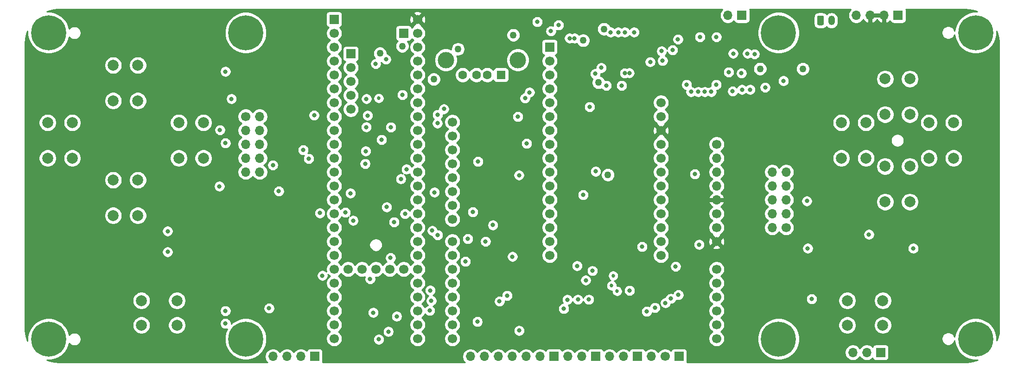
<source format=gbr>
%TF.GenerationSoftware,KiCad,Pcbnew,5.1.9*%
%TF.CreationDate,2021-01-24T16:08:06-08:00*%
%TF.ProjectId,TeensyDisplayShield,5465656e-7379-4446-9973-706c61795368,rev?*%
%TF.SameCoordinates,Original*%
%TF.FileFunction,Copper,L2,Inr*%
%TF.FilePolarity,Positive*%
%FSLAX46Y46*%
G04 Gerber Fmt 4.6, Leading zero omitted, Abs format (unit mm)*
G04 Created by KiCad (PCBNEW 5.1.9) date 2021-01-24 16:08:06*
%MOMM*%
%LPD*%
G01*
G04 APERTURE LIST*
%TA.AperFunction,ComponentPad*%
%ADD10C,1.700000*%
%TD*%
%TA.AperFunction,ComponentPad*%
%ADD11O,1.700000X1.700000*%
%TD*%
%TA.AperFunction,ComponentPad*%
%ADD12R,1.700000X1.700000*%
%TD*%
%TA.AperFunction,ComponentPad*%
%ADD13C,1.600000*%
%TD*%
%TA.AperFunction,ComponentPad*%
%ADD14R,1.600000X1.500000*%
%TD*%
%TA.AperFunction,ComponentPad*%
%ADD15C,3.000000*%
%TD*%
%TA.AperFunction,ComponentPad*%
%ADD16O,1.200000X1.750000*%
%TD*%
%TA.AperFunction,ComponentPad*%
%ADD17C,2.000000*%
%TD*%
%TA.AperFunction,ComponentPad*%
%ADD18C,6.400000*%
%TD*%
%TA.AperFunction,ViaPad*%
%ADD19C,0.800000*%
%TD*%
%TA.AperFunction,ViaPad*%
%ADD20C,1.270000*%
%TD*%
%TA.AperFunction,ViaPad*%
%ADD21C,0.685800*%
%TD*%
%TA.AperFunction,Conductor*%
%ADD22C,0.254000*%
%TD*%
%TA.AperFunction,Conductor*%
%ADD23C,0.100000*%
%TD*%
G04 APERTURE END LIST*
D10*
%TO.N,Net-(A2-Pad16)*%
%TO.C,A2*%
X114300000Y-134620000D03*
%TO.N,Net-(A2-Pad15)*%
X114300000Y-137160000D03*
%TO.N,A5-SCL*%
X162560000Y-137160000D03*
%TO.N,A4-SDA*%
X162560000Y-134620000D03*
%TO.N,D13-SPI-SCK*%
X114300000Y-102620000D03*
%TO.N,Net-(A2-Pad12)*%
X162560000Y-132080000D03*
%TO.N,D12-SPI-MISO*%
X114300000Y-105160000D03*
%TO.N,A8*%
X162560000Y-129540000D03*
%TO.N,D11-SPI-MOSI*%
X114300000Y-107700000D03*
%TO.N,Net-(A2-Pad10)*%
X162560000Y-127000000D03*
%TO.N,D10-SPI-CS*%
X114300000Y-110240000D03*
%TO.N,Net-(A2-Pad9)*%
X162560000Y-124460000D03*
%TO.N,D9*%
X114300000Y-112780000D03*
%TO.N,+5V*%
X162560000Y-119380000D03*
%TO.N,D8-TX2*%
X114300000Y-115320000D03*
%TO.N,GND*%
X162560000Y-116840000D03*
%TO.N,Net-(A2-Pad22)*%
X114300000Y-119380000D03*
%TO.N,GND*%
X162560000Y-114300000D03*
%TO.N,Net-(A2-Pad21)*%
X114300000Y-121920000D03*
D11*
%TO.N,+5V*%
X162560000Y-111760000D03*
D10*
%TO.N,Net-(A2-Pad20)*%
X114300000Y-124460000D03*
D11*
%TO.N,+3V3*%
X162560000Y-109220000D03*
D10*
%TO.N,Net-(A2-Pad19)*%
X114300000Y-127000000D03*
D11*
%TO.N,Net-(A2-Pad3)*%
X162560000Y-106680000D03*
D10*
%TO.N,Net-(A2-Pad18)*%
X114300000Y-129540000D03*
D11*
%TO.N,Net-(A2-Pad2)*%
X162560000Y-104140000D03*
D10*
%TO.N,Net-(A2-Pad17)*%
X114300000Y-132080000D03*
%TO.N,Net-(A2-Pad1)*%
X162560000Y-101600000D03*
%TO.N,Net-(A2-Pad30)*%
X114300000Y-97540000D03*
%TO.N,GND*%
X114300000Y-100080000D03*
%TD*%
%TO.N,Net-(A1-Pad16)*%
%TO.C,A1*%
X132080000Y-121920000D03*
%TO.N,D1-TX1-SPI1-MISO1*%
X132080000Y-119380000D03*
%TO.N,D0-RX1-SPI-CS1*%
X132080000Y-116840000D03*
%TO.N,D12-SPI-MISO*%
X132080000Y-114300000D03*
%TO.N,D11-SPI-MOSI*%
X132080000Y-111760000D03*
%TO.N,D13-SPI-SCK*%
X132080000Y-109220000D03*
%TO.N,Button-B*%
X132080000Y-106680000D03*
%TO.N,Button-Y*%
X132080000Y-104140000D03*
%TO.N,A9*%
X132080000Y-101600000D03*
%TO.N,A8*%
X132080000Y-99060000D03*
%TO.N,A17*%
X132080000Y-96520000D03*
%TO.N,A16*%
X132080000Y-93980000D03*
%TO.N,GND*%
X132080000Y-91440000D03*
%TO.N,Net-(A1-Pad3)*%
X132080000Y-88900000D03*
%TO.N,+3V3*%
X132080000Y-86360000D03*
D12*
%TO.N,Net-(A1-Pad1)*%
X132080000Y-83820000D03*
D10*
%TO.N,Feather-VBAT*%
X152400000Y-93980000D03*
%TO.N,Net-(A1-Pad27)*%
X152400000Y-96520000D03*
%TO.N,+5V*%
X152400000Y-99060000D03*
%TO.N,Button-Select*%
X152400000Y-101600000D03*
%TO.N,Button-Right*%
X152400000Y-104140000D03*
%TO.N,Button-Left*%
X152400000Y-106680000D03*
%TO.N,Button-Down*%
X152400000Y-109220000D03*
%TO.N,Button-Up*%
X152400000Y-111760000D03*
%TO.N,D9*%
X152400000Y-114300000D03*
%TO.N,D8-TX2*%
X152400000Y-116840000D03*
%TO.N,A5-SCL*%
X152400000Y-119380000D03*
%TO.N,A4-SDA*%
X152400000Y-121920000D03*
%TD*%
D13*
%TO.N,GND*%
%TO.C,J2*%
X116190000Y-88900000D03*
%TO.N,USBHost_D+*%
X118690000Y-88900000D03*
%TO.N,USBHost_D-*%
X120690000Y-88900000D03*
D14*
%TO.N,USBHost_5V*%
X123190000Y-88900000D03*
D15*
%TO.N,Net-(J2-Pad5)*%
X113120000Y-86190000D03*
X126260000Y-86190000D03*
%TD*%
D12*
%TO.N,GND*%
%TO.C,J5*%
X195700000Y-78000000D03*
D11*
%TO.N,+5V*%
X193160000Y-78000000D03*
X190620000Y-78000000D03*
%TO.N,VBAT*%
X188080000Y-78000000D03*
%TD*%
%TO.N,Onboard-VBAT*%
%TO.C,J1*%
%TA.AperFunction,ComponentPad*%
G36*
G01*
X180950000Y-79575001D02*
X180950000Y-78324999D01*
G75*
G02*
X181199999Y-78075000I249999J0D01*
G01*
X181900001Y-78075000D01*
G75*
G02*
X182150000Y-78324999I0J-249999D01*
G01*
X182150000Y-79575001D01*
G75*
G02*
X181900001Y-79825000I-249999J0D01*
G01*
X181199999Y-79825000D01*
G75*
G02*
X180950000Y-79575001I0J249999D01*
G01*
G37*
%TD.AperFunction*%
D16*
%TO.N,GND*%
X183550000Y-78950000D03*
%TD*%
D12*
%TO.N,GND*%
%TO.C,J6*%
X167170000Y-78000000D03*
D11*
%TO.N,VUSB*%
X164630000Y-78000000D03*
%TD*%
%TO.N,D35-TX8*%
%TO.C,J3*%
X117602000Y-140440000D03*
%TO.N,D34-RX8*%
X120142000Y-140440000D03*
%TO.N,D29-TX7*%
X122682000Y-140440000D03*
%TO.N,D28-RX7*%
X125222000Y-140440000D03*
%TO.N,A10-SCL2-TX6*%
X127762000Y-140440000D03*
%TO.N,A11-SDA2-RX6*%
X130302000Y-140440000D03*
D12*
%TO.N,GND*%
X132842000Y-140440000D03*
D11*
%TO.N,A6-TX5*%
X135382000Y-140440000D03*
%TO.N,A7-RX5*%
X137922000Y-140440000D03*
D12*
%TO.N,GND*%
X140462000Y-140440000D03*
D11*
%TO.N,A0-TX3*%
X143002000Y-140440000D03*
%TO.N,A1-RX3*%
X145542000Y-140440000D03*
D12*
%TO.N,GND*%
X148082000Y-140440000D03*
D11*
%TO.N,D1-TX1-SPI1-MISO1*%
X150622000Y-140440000D03*
D10*
%TO.N,D0-RX1-SPI-CS1*%
X153162000Y-140440000D03*
D12*
%TO.N,GND*%
X155702000Y-140440000D03*
%TD*%
D17*
%TO.N,Button-Up*%
%TO.C,SW2*%
X197850000Y-89640000D03*
%TO.N,GND*%
X193350000Y-89640000D03*
%TO.N,Button-Up*%
X197850000Y-96140000D03*
%TO.N,GND*%
X193350000Y-96140000D03*
%TD*%
D12*
%TO.N,Teensy-VUSB*%
%TO.C,U2*%
X105410000Y-81280000D03*
D10*
%TO.N,GND*%
X95760800Y-95199200D03*
X95760800Y-92659200D03*
%TO.N,USBHost_D+*%
X95760800Y-90119200D03*
%TO.N,USBHost_D-*%
X95760800Y-87579200D03*
D12*
%TO.N,USBHost_5V*%
X95760800Y-85039200D03*
D10*
%TO.N,+5V*%
X107950000Y-78740000D03*
%TO.N,GND*%
X107950000Y-81280000D03*
%TO.N,+3V3*%
X107950000Y-83820000D03*
%TO.N,A9*%
X107950000Y-86360000D03*
%TO.N,A8*%
X107950000Y-88900000D03*
%TO.N,A7-RX5*%
X107950000Y-91440000D03*
%TO.N,A6-TX5*%
X107950000Y-93980000D03*
%TO.N,A5-SCL*%
X107950000Y-96520000D03*
%TO.N,A4-SDA*%
X107950000Y-99060000D03*
%TO.N,A3-SDA1-TX4*%
X107950000Y-101600000D03*
%TO.N,A2-SCL1-RX4*%
X107950000Y-104140000D03*
%TO.N,A1-RX3*%
X107950000Y-106680000D03*
%TO.N,A0-TX3*%
X107950000Y-109220000D03*
%TO.N,D13-SPI-SCK*%
X107950000Y-111760000D03*
D12*
%TO.N,GND*%
X92710000Y-78740000D03*
D10*
%TO.N,D0-RX1-SPI-CS1*%
X92710000Y-81280000D03*
%TO.N,D1-TX1-SPI1-MISO1*%
X92710000Y-83820000D03*
%TO.N,Button-Up*%
X92710000Y-86360000D03*
%TO.N,Button-Down*%
X92710000Y-88900000D03*
%TO.N,Button-Left*%
X92710000Y-91440000D03*
%TO.N,Button-Right*%
X92710000Y-93980000D03*
%TO.N,Button-Select*%
X92710000Y-96520000D03*
%TO.N,D7-RX2*%
X92710000Y-99060000D03*
%TO.N,D8-TX2*%
X92710000Y-101600000D03*
%TO.N,D9*%
X92710000Y-104140000D03*
%TO.N,D10-SPI-CS*%
X92710000Y-106680000D03*
%TO.N,D11-SPI-MOSI*%
X92710000Y-109220000D03*
%TO.N,GND*%
X107950000Y-114300000D03*
%TO.N,A17*%
X107950000Y-116840000D03*
%TO.N,A16*%
X107950000Y-119380000D03*
%TO.N,A15-SPI1-MISO1*%
X107950000Y-121920000D03*
%TO.N,A14-SPI1-CS1*%
X107950000Y-124460000D03*
%TO.N,D37-SPI-CS*%
X107950000Y-127000000D03*
%TO.N,D36-SPI-CS*%
X107950000Y-129540000D03*
%TO.N,D35-TX8*%
X107950000Y-132080000D03*
%TO.N,D34-RX8*%
X107950000Y-134620000D03*
%TO.N,D33*%
X107950000Y-137160000D03*
%TO.N,D32*%
X92710000Y-137160000D03*
%TO.N,Button-B*%
X92710000Y-134620000D03*
%TO.N,Button-Y*%
X92710000Y-132080000D03*
%TO.N,D29-TX7*%
X92710000Y-129540000D03*
%TO.N,D12-SPI-MISO*%
X92710000Y-111760000D03*
%TO.N,+3V3*%
X92710000Y-114300000D03*
%TO.N,A10-SCL2-TX6*%
X92710000Y-116840000D03*
%TO.N,D28-RX7*%
X92710000Y-127000000D03*
%TO.N,A13-SPI1-SCK1*%
X92710000Y-124460000D03*
%TO.N,A12-SPI1-MOSI1*%
X92710000Y-121920000D03*
%TO.N,A11-SDA2-RX6*%
X92710000Y-119380000D03*
%TO.N,Net-(BT1-Pad1)*%
X95250000Y-124460000D03*
%TO.N,Net-(U2-Pad51)*%
X97790000Y-124460000D03*
%TO.N,GND*%
X100330000Y-124460000D03*
%TO.N,Net-(U2-Pad53)*%
X102870000Y-124460000D03*
%TO.N,Net-(U2-Pad54)*%
X105410000Y-124460000D03*
%TD*%
D11*
%TO.N,N/C*%
%TO.C,SW1*%
X187450000Y-139700000D03*
%TO.N,GND*%
X189990000Y-139700000D03*
D12*
%TO.N,Net-(Q2-Pad1)*%
X192530000Y-139700000D03*
%TD*%
D11*
%TO.N,A3-SDA1-TX4*%
%TO.C,J4*%
X81542000Y-140440000D03*
%TO.N,A2-SCL1-RX4*%
X84082000Y-140440000D03*
%TO.N,+3V3*%
X86622000Y-140440000D03*
D12*
%TO.N,GND*%
X89162000Y-140440000D03*
%TD*%
D17*
%TO.N,Button-Select*%
%TO.C,SW7*%
X64008000Y-134706000D03*
%TO.N,GND*%
X64008000Y-130206000D03*
%TO.N,Button-Select*%
X57508000Y-134706000D03*
%TO.N,GND*%
X57508000Y-130206000D03*
%TD*%
%TO.N,A16*%
%TO.C,SW6*%
X192936000Y-134706000D03*
%TO.N,GND*%
X192936000Y-130206000D03*
%TO.N,A16*%
X186436000Y-134706000D03*
%TO.N,GND*%
X186436000Y-130206000D03*
%TD*%
%TO.N,Button-Y*%
%TO.C,SW11*%
X68834000Y-97640000D03*
%TO.N,GND*%
X64334000Y-97640000D03*
%TO.N,Button-Y*%
X68834000Y-104140000D03*
%TO.N,GND*%
X64334000Y-104140000D03*
%TD*%
%TO.N,A9*%
%TO.C,SW10*%
X56858000Y-87140000D03*
%TO.N,GND*%
X52358000Y-87140000D03*
%TO.N,A9*%
X56858000Y-93640000D03*
%TO.N,GND*%
X52358000Y-93640000D03*
%TD*%
%TO.N,Button-B*%
%TO.C,SW9*%
X56858000Y-108140000D03*
%TO.N,GND*%
X52358000Y-108140000D03*
%TO.N,Button-B*%
X56858000Y-114640000D03*
%TO.N,GND*%
X52358000Y-114640000D03*
%TD*%
%TO.N,A17*%
%TO.C,SW8*%
X44882000Y-97640000D03*
%TO.N,GND*%
X40382000Y-97640000D03*
%TO.N,A17*%
X44882000Y-104140000D03*
%TO.N,GND*%
X40382000Y-104140000D03*
%TD*%
%TO.N,Button-Right*%
%TO.C,SW5*%
X185350000Y-104140000D03*
%TO.N,GND*%
X189850000Y-104140000D03*
%TO.N,Button-Right*%
X185350000Y-97640000D03*
%TO.N,GND*%
X189850000Y-97640000D03*
%TD*%
%TO.N,Button-Left*%
%TO.C,SW4*%
X205850000Y-97640000D03*
%TO.N,GND*%
X201350000Y-97640000D03*
%TO.N,Button-Left*%
X205850000Y-104140000D03*
%TO.N,GND*%
X201350000Y-104140000D03*
%TD*%
%TO.N,Button-Down*%
%TO.C,SW3*%
X193350000Y-112140000D03*
%TO.N,GND*%
X197850000Y-112140000D03*
%TO.N,Button-Down*%
X193350000Y-105640000D03*
%TO.N,GND*%
X197850000Y-105640000D03*
%TD*%
D10*
%TO.N,Button-Up*%
%TO.C,J7*%
X175260000Y-116840000D03*
D11*
%TO.N,GND*%
X172720000Y-116840000D03*
%TO.N,Button-Down*%
X175260000Y-114300000D03*
%TO.N,GND*%
X172720000Y-114300000D03*
%TO.N,Button-Left*%
X175260000Y-111760000D03*
%TO.N,GND*%
X172720000Y-111760000D03*
%TO.N,Button-Right*%
X175260000Y-109220000D03*
%TO.N,GND*%
X172720000Y-109220000D03*
%TO.N,A16*%
X175260000Y-106680000D03*
%TO.N,GND*%
X172720000Y-106680000D03*
%TD*%
%TO.N,GND*%
%TO.C,J8*%
X79100000Y-106680000D03*
%TO.N,Button-Select*%
X76560000Y-106680000D03*
%TO.N,GND*%
X79100000Y-104140000D03*
%TO.N,Button-Y*%
X76560000Y-104140000D03*
%TO.N,GND*%
X79100000Y-101600000D03*
%TO.N,A9*%
X76560000Y-101600000D03*
%TO.N,GND*%
X79100000Y-99060000D03*
%TO.N,Button-B*%
X76560000Y-99060000D03*
%TO.N,GND*%
X79100000Y-96520000D03*
D10*
%TO.N,A17*%
X76560000Y-96520000D03*
%TD*%
D18*
%TO.N,GND*%
%TO.C,H1*%
X76560000Y-81200000D03*
%TD*%
%TO.N,GND*%
%TO.C,H2*%
X173884000Y-81200000D03*
%TD*%
%TO.N,GND*%
%TO.C,H3*%
X76560000Y-137240000D03*
%TD*%
%TO.N,GND*%
%TO.C,H4*%
X173884000Y-137240000D03*
%TD*%
%TO.N,GND*%
%TO.C,H5*%
X209884000Y-81200000D03*
%TD*%
%TO.N,GND*%
%TO.C,H6*%
X209884000Y-137240000D03*
%TD*%
%TO.N,GND*%
%TO.C,H7*%
X40560000Y-81200000D03*
%TD*%
%TO.N,GND*%
%TO.C,H8*%
X40560000Y-137240000D03*
%TD*%
D19*
%TO.N,GND*%
X168702000Y-91600000D03*
X62302000Y-117500000D03*
X62302000Y-121300000D03*
X165502000Y-91900000D03*
X167102000Y-88600000D03*
X165602000Y-85000000D03*
X168202000Y-85000000D03*
X167202000Y-91600000D03*
X162502000Y-90700000D03*
X161602000Y-92000000D03*
X160402000Y-92000000D03*
X159202000Y-92000000D03*
X157902000Y-92000000D03*
X157102000Y-90700000D03*
X145802000Y-88600000D03*
X141502000Y-87600000D03*
X140402000Y-88700000D03*
X135702000Y-82200000D03*
X136602000Y-82200000D03*
X143202000Y-81100000D03*
X144602000Y-81100000D03*
X145802000Y-81100000D03*
X147502000Y-81100000D03*
X155502000Y-82400000D03*
X150450000Y-86530000D03*
X146631992Y-88560000D03*
X142432000Y-90860000D03*
X145232000Y-90860000D03*
X159532000Y-81960000D03*
X162532000Y-81960000D03*
X152700752Y-86303557D03*
X132300000Y-80900000D03*
X133700016Y-79800000D03*
%TO.N,D10-SPI-CS*%
X104902000Y-107950000D03*
%TO.N,D12-SPI-MISO*%
X111030000Y-110400000D03*
X118030000Y-114000000D03*
%TO.N,D13-SPI-SCK*%
X105918000Y-106172000D03*
%TO.N,A4-SDA*%
X154210000Y-129840000D03*
X103662000Y-115840000D03*
%TO.N,A5-SCL*%
X153210000Y-130640000D03*
X102312000Y-113090000D03*
%TO.N,D0-RX1-SPI-CS1*%
X121712000Y-116389999D03*
X98612000Y-93290000D03*
X151312000Y-131490000D03*
X139231992Y-130009992D03*
X112762000Y-95140000D03*
%TO.N,D1-TX1-SPI1-MISO1*%
X98812000Y-96340000D03*
X111612000Y-96190000D03*
X120362000Y-119390000D03*
X149812000Y-132190000D03*
X137231995Y-130010005D03*
D20*
%TO.N,VUSB*%
X125430000Y-81610000D03*
X138202000Y-82600000D03*
D19*
%TO.N,A9*%
X102182000Y-86060000D03*
X105182000Y-92560000D03*
X127582000Y-93160000D03*
X127882000Y-101460000D03*
X72860000Y-88290000D03*
X72860000Y-101390000D03*
%TO.N,A8*%
X129802000Y-79200000D03*
X128402000Y-92100000D03*
X137082000Y-123860000D03*
X155082000Y-123960000D03*
X155582000Y-129160000D03*
%TO.N,A7-RX5*%
X135312000Y-130040000D03*
X124312000Y-129290000D03*
%TO.N,A6-TX5*%
X134662000Y-131690000D03*
X122912000Y-130340000D03*
%TO.N,A17*%
X125282000Y-122160000D03*
X126282000Y-96560000D03*
X96182000Y-115560000D03*
X95682000Y-110560000D03*
X111630000Y-118200000D03*
X82610000Y-110190000D03*
%TO.N,A16*%
X139382000Y-94760000D03*
X116682000Y-123060000D03*
X139882000Y-124760000D03*
X179936000Y-129914000D03*
%TO.N,D28-RX7*%
X110162000Y-132040000D03*
%TO.N,A10-SCL2-TX6*%
X110262000Y-128340000D03*
X99282000Y-126260000D03*
%TO.N,A11-SDA2-RX6*%
X90562000Y-125640000D03*
X110462000Y-130240000D03*
X118872000Y-134060000D03*
D20*
%TO.N,VBAT*%
X142002000Y-80500000D03*
X170500000Y-87800000D03*
X178320000Y-87810000D03*
D19*
%TO.N,D29-TX7*%
X99862000Y-132400000D03*
X100862000Y-137300000D03*
%TO.N,Button-Up*%
X102616000Y-135890000D03*
D21*
X144400000Y-128480000D03*
D19*
X100300000Y-86880000D03*
X190382000Y-118110000D03*
%TO.N,Button-Down*%
X104140000Y-133096000D03*
D21*
X143400000Y-127480000D03*
D19*
X101382000Y-100760000D03*
D21*
%TO.N,Button-Left*%
X100862000Y-93190000D03*
D19*
X158582000Y-107060000D03*
X159382000Y-119960000D03*
D21*
X143682002Y-125660000D03*
D19*
X198492000Y-120650000D03*
X103006000Y-122386000D03*
X179060000Y-111990000D03*
X179220000Y-120650000D03*
%TO.N,Button-Select*%
X111582000Y-97760000D03*
X98582000Y-98460000D03*
X103082000Y-98470001D03*
X72860000Y-134390000D03*
X89060000Y-96290000D03*
X73960000Y-93290000D03*
%TO.N,A0-TX3*%
X140482000Y-106560000D03*
X118982000Y-104760000D03*
%TO.N,A1-RX3*%
X138182000Y-110860000D03*
X146682000Y-128360000D03*
X138682000Y-126480010D03*
D20*
%TO.N,USBHost_5V*%
X101100000Y-84980000D03*
X105162000Y-83640000D03*
X115344000Y-84180000D03*
D19*
%TO.N,A2-SCL1-RX4*%
X88062000Y-104240000D03*
%TO.N,A3-SDA1-TX4*%
X87062000Y-102640000D03*
D20*
%TO.N,+3V3*%
X110902000Y-89700000D03*
X142702000Y-107200000D03*
X141002000Y-90300000D03*
D19*
%TO.N,+5V*%
X160202000Y-86200000D03*
X162002000Y-86200000D03*
X162002000Y-88800000D03*
X160202000Y-88800000D03*
X158902000Y-88800000D03*
X157702000Y-88800000D03*
%TO.N,Net-(Q2-Pad1)*%
X174780000Y-90000000D03*
%TO.N,D8-TX2*%
X90112000Y-114190000D03*
X148962000Y-120340000D03*
X117130000Y-118900000D03*
X110630000Y-117400000D03*
%TO.N,D9*%
X94762000Y-114090000D03*
X105662000Y-114340000D03*
%TO.N,Button-B*%
X126482000Y-107260000D03*
X126502000Y-135700000D03*
X71760000Y-109290000D03*
X72860000Y-132090000D03*
X71860000Y-98990000D03*
%TO.N,Button-Y*%
X98482000Y-102860000D03*
X98382000Y-105160000D03*
X81530000Y-105420000D03*
X80836000Y-131614000D03*
%TO.N,Net-(D1-Pad1)*%
X164771998Y-88400000D03*
X169500000Y-85100000D03*
%TO.N,Net-(JP2-Pad2)*%
X171440000Y-91200000D03*
%TO.N,Net-(R5-Pad2)*%
X154532000Y-84360000D03*
X152532004Y-84560000D03*
%TD*%
D22*
%TO.N,+5V*%
X163476525Y-77053368D02*
X163314010Y-77296589D01*
X163202068Y-77566842D01*
X163145000Y-77853740D01*
X163145000Y-78146260D01*
X163202068Y-78433158D01*
X163314010Y-78703411D01*
X163476525Y-78946632D01*
X163683368Y-79153475D01*
X163926589Y-79315990D01*
X164196842Y-79427932D01*
X164483740Y-79485000D01*
X164776260Y-79485000D01*
X165063158Y-79427932D01*
X165333411Y-79315990D01*
X165576632Y-79153475D01*
X165708487Y-79021620D01*
X165730498Y-79094180D01*
X165789463Y-79204494D01*
X165868815Y-79301185D01*
X165965506Y-79380537D01*
X166075820Y-79439502D01*
X166195518Y-79475812D01*
X166320000Y-79488072D01*
X168020000Y-79488072D01*
X168144482Y-79475812D01*
X168264180Y-79439502D01*
X168374494Y-79380537D01*
X168471185Y-79301185D01*
X168550537Y-79204494D01*
X168609502Y-79094180D01*
X168645812Y-78974482D01*
X168658072Y-78850000D01*
X168658072Y-77150000D01*
X168645812Y-77025518D01*
X168610770Y-76910000D01*
X187069893Y-76910000D01*
X186926525Y-77053368D01*
X186764010Y-77296589D01*
X186652068Y-77566842D01*
X186595000Y-77853740D01*
X186595000Y-78146260D01*
X186652068Y-78433158D01*
X186764010Y-78703411D01*
X186926525Y-78946632D01*
X187133368Y-79153475D01*
X187376589Y-79315990D01*
X187646842Y-79427932D01*
X187933740Y-79485000D01*
X188226260Y-79485000D01*
X188513158Y-79427932D01*
X188783411Y-79315990D01*
X189026632Y-79153475D01*
X189233475Y-78946632D01*
X189352693Y-78768210D01*
X189501183Y-78976473D01*
X189713181Y-79175981D01*
X189960028Y-79330296D01*
X190146011Y-79407323D01*
X190372000Y-79302857D01*
X190372000Y-78248000D01*
X190868000Y-78248000D01*
X190868000Y-79302857D01*
X191093989Y-79407323D01*
X191279972Y-79330296D01*
X191526819Y-79175981D01*
X191738817Y-78976473D01*
X191890000Y-78764433D01*
X192041183Y-78976473D01*
X192253181Y-79175981D01*
X192500028Y-79330296D01*
X192686011Y-79407323D01*
X192912000Y-79302857D01*
X192912000Y-78248000D01*
X190868000Y-78248000D01*
X190372000Y-78248000D01*
X190352000Y-78248000D01*
X190352000Y-77752000D01*
X190372000Y-77752000D01*
X190372000Y-77732000D01*
X190868000Y-77732000D01*
X190868000Y-77752000D01*
X192912000Y-77752000D01*
X192912000Y-77732000D01*
X193408000Y-77732000D01*
X193408000Y-77752000D01*
X193428000Y-77752000D01*
X193428000Y-78248000D01*
X193408000Y-78248000D01*
X193408000Y-79302857D01*
X193633989Y-79407323D01*
X193819972Y-79330296D01*
X194066819Y-79175981D01*
X194236790Y-79016024D01*
X194260498Y-79094180D01*
X194319463Y-79204494D01*
X194398815Y-79301185D01*
X194495506Y-79380537D01*
X194605820Y-79439502D01*
X194725518Y-79475812D01*
X194850000Y-79488072D01*
X196550000Y-79488072D01*
X196674482Y-79475812D01*
X196794180Y-79439502D01*
X196904494Y-79380537D01*
X197001185Y-79301185D01*
X197080537Y-79204494D01*
X197139502Y-79094180D01*
X197175812Y-78974482D01*
X197188072Y-78850000D01*
X197188072Y-77150000D01*
X197175812Y-77025518D01*
X197140770Y-76910000D01*
X207857650Y-76910000D01*
X208813435Y-76981027D01*
X209722443Y-77186715D01*
X210180903Y-77365000D01*
X209506285Y-77365000D01*
X208765372Y-77512377D01*
X208067446Y-77801467D01*
X207439330Y-78221161D01*
X206905161Y-78755330D01*
X206485467Y-79383446D01*
X206196377Y-80081372D01*
X206049000Y-80822285D01*
X206049000Y-80839523D01*
X206046462Y-80826764D01*
X205955175Y-80606376D01*
X205822646Y-80408032D01*
X205653968Y-80239354D01*
X205455624Y-80106825D01*
X205235236Y-80015538D01*
X205001273Y-79969000D01*
X204762727Y-79969000D01*
X204528764Y-80015538D01*
X204308376Y-80106825D01*
X204110032Y-80239354D01*
X203941354Y-80408032D01*
X203808825Y-80606376D01*
X203717538Y-80826764D01*
X203671000Y-81060727D01*
X203671000Y-81299273D01*
X203717538Y-81533236D01*
X203808825Y-81753624D01*
X203941354Y-81951968D01*
X204110032Y-82120646D01*
X204308376Y-82253175D01*
X204528764Y-82344462D01*
X204762727Y-82391000D01*
X205001273Y-82391000D01*
X205235236Y-82344462D01*
X205455624Y-82253175D01*
X205653968Y-82120646D01*
X205822646Y-81951968D01*
X205955175Y-81753624D01*
X206046462Y-81533236D01*
X206049000Y-81520477D01*
X206049000Y-81577715D01*
X206196377Y-82318628D01*
X206485467Y-83016554D01*
X206905161Y-83644670D01*
X207439330Y-84178839D01*
X208067446Y-84598533D01*
X208765372Y-84887623D01*
X209506285Y-85035000D01*
X210261715Y-85035000D01*
X211002628Y-84887623D01*
X211700554Y-84598533D01*
X212328670Y-84178839D01*
X212862839Y-83644670D01*
X213282533Y-83016554D01*
X213571623Y-82318628D01*
X213719000Y-81577715D01*
X213719000Y-80859542D01*
X213998303Y-81732086D01*
X214149865Y-82662710D01*
X214174001Y-83215509D01*
X214174000Y-135213650D01*
X214102973Y-136169435D01*
X213897285Y-137078443D01*
X213719000Y-137536903D01*
X213719000Y-136862285D01*
X213571623Y-136121372D01*
X213282533Y-135423446D01*
X212862839Y-134795330D01*
X212328670Y-134261161D01*
X211700554Y-133841467D01*
X211002628Y-133552377D01*
X210261715Y-133405000D01*
X209506285Y-133405000D01*
X208765372Y-133552377D01*
X208067446Y-133841467D01*
X207439330Y-134261161D01*
X206905161Y-134795330D01*
X206485467Y-135423446D01*
X206196377Y-136121372D01*
X206049000Y-136862285D01*
X206049000Y-136879578D01*
X206044462Y-136856764D01*
X205953175Y-136636376D01*
X205820646Y-136438032D01*
X205651968Y-136269354D01*
X205453624Y-136136825D01*
X205233236Y-136045538D01*
X204999273Y-135999000D01*
X204760727Y-135999000D01*
X204526764Y-136045538D01*
X204306376Y-136136825D01*
X204108032Y-136269354D01*
X203939354Y-136438032D01*
X203806825Y-136636376D01*
X203715538Y-136856764D01*
X203669000Y-137090727D01*
X203669000Y-137329273D01*
X203715538Y-137563236D01*
X203806825Y-137783624D01*
X203939354Y-137981968D01*
X204108032Y-138150646D01*
X204306376Y-138283175D01*
X204526764Y-138374462D01*
X204760727Y-138421000D01*
X204999273Y-138421000D01*
X205233236Y-138374462D01*
X205453624Y-138283175D01*
X205651968Y-138150646D01*
X205820646Y-137981968D01*
X205953175Y-137783624D01*
X206044462Y-137563236D01*
X206049000Y-137540422D01*
X206049000Y-137617715D01*
X206196377Y-138358628D01*
X206485467Y-139056554D01*
X206905161Y-139684670D01*
X207439330Y-140218839D01*
X208067446Y-140638533D01*
X208765372Y-140927623D01*
X209506285Y-141075000D01*
X210224457Y-141075000D01*
X209351913Y-141354303D01*
X208421290Y-141505865D01*
X207868513Y-141530000D01*
X157142770Y-141530000D01*
X157177812Y-141414482D01*
X157190072Y-141290000D01*
X157190072Y-139590000D01*
X157177812Y-139465518D01*
X157141502Y-139345820D01*
X157082537Y-139235506D01*
X157003185Y-139138815D01*
X156906494Y-139059463D01*
X156796180Y-139000498D01*
X156676482Y-138964188D01*
X156552000Y-138951928D01*
X154852000Y-138951928D01*
X154727518Y-138964188D01*
X154607820Y-139000498D01*
X154497506Y-139059463D01*
X154400815Y-139138815D01*
X154321463Y-139235506D01*
X154262498Y-139345820D01*
X154240487Y-139418380D01*
X154108632Y-139286525D01*
X153865411Y-139124010D01*
X153595158Y-139012068D01*
X153308260Y-138955000D01*
X153015740Y-138955000D01*
X152728842Y-139012068D01*
X152458589Y-139124010D01*
X152215368Y-139286525D01*
X152008525Y-139493368D01*
X151892000Y-139667760D01*
X151775475Y-139493368D01*
X151568632Y-139286525D01*
X151325411Y-139124010D01*
X151055158Y-139012068D01*
X150768260Y-138955000D01*
X150475740Y-138955000D01*
X150188842Y-139012068D01*
X149918589Y-139124010D01*
X149675368Y-139286525D01*
X149543513Y-139418380D01*
X149521502Y-139345820D01*
X149462537Y-139235506D01*
X149383185Y-139138815D01*
X149286494Y-139059463D01*
X149176180Y-139000498D01*
X149056482Y-138964188D01*
X148932000Y-138951928D01*
X147232000Y-138951928D01*
X147107518Y-138964188D01*
X146987820Y-139000498D01*
X146877506Y-139059463D01*
X146780815Y-139138815D01*
X146701463Y-139235506D01*
X146642498Y-139345820D01*
X146620487Y-139418380D01*
X146488632Y-139286525D01*
X146245411Y-139124010D01*
X145975158Y-139012068D01*
X145688260Y-138955000D01*
X145395740Y-138955000D01*
X145108842Y-139012068D01*
X144838589Y-139124010D01*
X144595368Y-139286525D01*
X144388525Y-139493368D01*
X144272000Y-139667760D01*
X144155475Y-139493368D01*
X143948632Y-139286525D01*
X143705411Y-139124010D01*
X143435158Y-139012068D01*
X143148260Y-138955000D01*
X142855740Y-138955000D01*
X142568842Y-139012068D01*
X142298589Y-139124010D01*
X142055368Y-139286525D01*
X141923513Y-139418380D01*
X141901502Y-139345820D01*
X141842537Y-139235506D01*
X141763185Y-139138815D01*
X141666494Y-139059463D01*
X141556180Y-139000498D01*
X141436482Y-138964188D01*
X141312000Y-138951928D01*
X139612000Y-138951928D01*
X139487518Y-138964188D01*
X139367820Y-139000498D01*
X139257506Y-139059463D01*
X139160815Y-139138815D01*
X139081463Y-139235506D01*
X139022498Y-139345820D01*
X139000487Y-139418380D01*
X138868632Y-139286525D01*
X138625411Y-139124010D01*
X138355158Y-139012068D01*
X138068260Y-138955000D01*
X137775740Y-138955000D01*
X137488842Y-139012068D01*
X137218589Y-139124010D01*
X136975368Y-139286525D01*
X136768525Y-139493368D01*
X136652000Y-139667760D01*
X136535475Y-139493368D01*
X136328632Y-139286525D01*
X136085411Y-139124010D01*
X135815158Y-139012068D01*
X135528260Y-138955000D01*
X135235740Y-138955000D01*
X134948842Y-139012068D01*
X134678589Y-139124010D01*
X134435368Y-139286525D01*
X134303513Y-139418380D01*
X134281502Y-139345820D01*
X134222537Y-139235506D01*
X134143185Y-139138815D01*
X134046494Y-139059463D01*
X133936180Y-139000498D01*
X133816482Y-138964188D01*
X133692000Y-138951928D01*
X131992000Y-138951928D01*
X131867518Y-138964188D01*
X131747820Y-139000498D01*
X131637506Y-139059463D01*
X131540815Y-139138815D01*
X131461463Y-139235506D01*
X131402498Y-139345820D01*
X131380487Y-139418380D01*
X131248632Y-139286525D01*
X131005411Y-139124010D01*
X130735158Y-139012068D01*
X130448260Y-138955000D01*
X130155740Y-138955000D01*
X129868842Y-139012068D01*
X129598589Y-139124010D01*
X129355368Y-139286525D01*
X129148525Y-139493368D01*
X129032000Y-139667760D01*
X128915475Y-139493368D01*
X128708632Y-139286525D01*
X128465411Y-139124010D01*
X128195158Y-139012068D01*
X127908260Y-138955000D01*
X127615740Y-138955000D01*
X127328842Y-139012068D01*
X127058589Y-139124010D01*
X126815368Y-139286525D01*
X126608525Y-139493368D01*
X126492000Y-139667760D01*
X126375475Y-139493368D01*
X126168632Y-139286525D01*
X125925411Y-139124010D01*
X125655158Y-139012068D01*
X125368260Y-138955000D01*
X125075740Y-138955000D01*
X124788842Y-139012068D01*
X124518589Y-139124010D01*
X124275368Y-139286525D01*
X124068525Y-139493368D01*
X123952000Y-139667760D01*
X123835475Y-139493368D01*
X123628632Y-139286525D01*
X123385411Y-139124010D01*
X123115158Y-139012068D01*
X122828260Y-138955000D01*
X122535740Y-138955000D01*
X122248842Y-139012068D01*
X121978589Y-139124010D01*
X121735368Y-139286525D01*
X121528525Y-139493368D01*
X121412000Y-139667760D01*
X121295475Y-139493368D01*
X121088632Y-139286525D01*
X120845411Y-139124010D01*
X120575158Y-139012068D01*
X120288260Y-138955000D01*
X119995740Y-138955000D01*
X119708842Y-139012068D01*
X119438589Y-139124010D01*
X119195368Y-139286525D01*
X118988525Y-139493368D01*
X118872000Y-139667760D01*
X118755475Y-139493368D01*
X118548632Y-139286525D01*
X118305411Y-139124010D01*
X118035158Y-139012068D01*
X117748260Y-138955000D01*
X117455740Y-138955000D01*
X117168842Y-139012068D01*
X116898589Y-139124010D01*
X116655368Y-139286525D01*
X116448525Y-139493368D01*
X116286010Y-139736589D01*
X116174068Y-140006842D01*
X116117000Y-140293740D01*
X116117000Y-140586260D01*
X116174068Y-140873158D01*
X116286010Y-141143411D01*
X116448525Y-141386632D01*
X116591893Y-141530000D01*
X90602770Y-141530000D01*
X90637812Y-141414482D01*
X90650072Y-141290000D01*
X90650072Y-139590000D01*
X90637812Y-139465518D01*
X90601502Y-139345820D01*
X90542537Y-139235506D01*
X90463185Y-139138815D01*
X90366494Y-139059463D01*
X90256180Y-139000498D01*
X90136482Y-138964188D01*
X90012000Y-138951928D01*
X88312000Y-138951928D01*
X88187518Y-138964188D01*
X88067820Y-139000498D01*
X87957506Y-139059463D01*
X87860815Y-139138815D01*
X87781463Y-139235506D01*
X87722498Y-139345820D01*
X87700487Y-139418380D01*
X87568632Y-139286525D01*
X87325411Y-139124010D01*
X87055158Y-139012068D01*
X86768260Y-138955000D01*
X86475740Y-138955000D01*
X86188842Y-139012068D01*
X85918589Y-139124010D01*
X85675368Y-139286525D01*
X85468525Y-139493368D01*
X85352000Y-139667760D01*
X85235475Y-139493368D01*
X85028632Y-139286525D01*
X84785411Y-139124010D01*
X84515158Y-139012068D01*
X84228260Y-138955000D01*
X83935740Y-138955000D01*
X83648842Y-139012068D01*
X83378589Y-139124010D01*
X83135368Y-139286525D01*
X82928525Y-139493368D01*
X82812000Y-139667760D01*
X82695475Y-139493368D01*
X82488632Y-139286525D01*
X82245411Y-139124010D01*
X81975158Y-139012068D01*
X81688260Y-138955000D01*
X81395740Y-138955000D01*
X81108842Y-139012068D01*
X80838589Y-139124010D01*
X80595368Y-139286525D01*
X80388525Y-139493368D01*
X80226010Y-139736589D01*
X80114068Y-140006842D01*
X80057000Y-140293740D01*
X80057000Y-140586260D01*
X80114068Y-140873158D01*
X80226010Y-141143411D01*
X80388525Y-141386632D01*
X80531893Y-141530000D01*
X42586350Y-141530000D01*
X41630565Y-141458973D01*
X40721557Y-141253285D01*
X40263097Y-141075000D01*
X40937715Y-141075000D01*
X41678628Y-140927623D01*
X42376554Y-140638533D01*
X43004670Y-140218839D01*
X43538839Y-139684670D01*
X43958533Y-139056554D01*
X44247623Y-138358628D01*
X44318737Y-138001113D01*
X44339354Y-138031968D01*
X44508032Y-138200646D01*
X44706376Y-138333175D01*
X44926764Y-138424462D01*
X45160727Y-138471000D01*
X45399273Y-138471000D01*
X45633236Y-138424462D01*
X45853624Y-138333175D01*
X46051968Y-138200646D01*
X46220646Y-138031968D01*
X46353175Y-137833624D01*
X46444462Y-137613236D01*
X46491000Y-137379273D01*
X46491000Y-137140727D01*
X46444462Y-136906764D01*
X46353175Y-136686376D01*
X46220646Y-136488032D01*
X46051968Y-136319354D01*
X45853624Y-136186825D01*
X45633236Y-136095538D01*
X45399273Y-136049000D01*
X45160727Y-136049000D01*
X44926764Y-136095538D01*
X44706376Y-136186825D01*
X44508032Y-136319354D01*
X44339354Y-136488032D01*
X44324869Y-136509711D01*
X44247623Y-136121372D01*
X43958533Y-135423446D01*
X43538839Y-134795330D01*
X43288476Y-134544967D01*
X55873000Y-134544967D01*
X55873000Y-134867033D01*
X55935832Y-135182912D01*
X56059082Y-135480463D01*
X56238013Y-135748252D01*
X56465748Y-135975987D01*
X56733537Y-136154918D01*
X57031088Y-136278168D01*
X57346967Y-136341000D01*
X57669033Y-136341000D01*
X57984912Y-136278168D01*
X58282463Y-136154918D01*
X58550252Y-135975987D01*
X58777987Y-135748252D01*
X58956918Y-135480463D01*
X59080168Y-135182912D01*
X59143000Y-134867033D01*
X59143000Y-134544967D01*
X62373000Y-134544967D01*
X62373000Y-134867033D01*
X62435832Y-135182912D01*
X62559082Y-135480463D01*
X62738013Y-135748252D01*
X62965748Y-135975987D01*
X63233537Y-136154918D01*
X63531088Y-136278168D01*
X63846967Y-136341000D01*
X64169033Y-136341000D01*
X64484912Y-136278168D01*
X64782463Y-136154918D01*
X65050252Y-135975987D01*
X65277987Y-135748252D01*
X65456918Y-135480463D01*
X65580168Y-135182912D01*
X65643000Y-134867033D01*
X65643000Y-134544967D01*
X65591899Y-134288061D01*
X71825000Y-134288061D01*
X71825000Y-134491939D01*
X71864774Y-134691898D01*
X71942795Y-134880256D01*
X72056063Y-135049774D01*
X72200226Y-135193937D01*
X72369744Y-135307205D01*
X72558102Y-135385226D01*
X72758061Y-135425000D01*
X72961939Y-135425000D01*
X73161898Y-135385226D01*
X73196613Y-135370847D01*
X73161467Y-135423446D01*
X72872377Y-136121372D01*
X72725000Y-136862285D01*
X72725000Y-137617715D01*
X72872377Y-138358628D01*
X73161467Y-139056554D01*
X73581161Y-139684670D01*
X74115330Y-140218839D01*
X74743446Y-140638533D01*
X75441372Y-140927623D01*
X76182285Y-141075000D01*
X76937715Y-141075000D01*
X77678628Y-140927623D01*
X78376554Y-140638533D01*
X79004670Y-140218839D01*
X79538839Y-139684670D01*
X79958533Y-139056554D01*
X80247623Y-138358628D01*
X80395000Y-137617715D01*
X80395000Y-136862285D01*
X80247623Y-136121372D01*
X79958533Y-135423446D01*
X79538839Y-134795330D01*
X79004670Y-134261161D01*
X78376554Y-133841467D01*
X77678628Y-133552377D01*
X76937715Y-133405000D01*
X76182285Y-133405000D01*
X75441372Y-133552377D01*
X74743446Y-133841467D01*
X74115330Y-134261161D01*
X73895000Y-134481491D01*
X73895000Y-134288061D01*
X73855226Y-134088102D01*
X73777205Y-133899744D01*
X73663937Y-133730226D01*
X73519774Y-133586063D01*
X73350256Y-133472795D01*
X73161898Y-133394774D01*
X72961939Y-133355000D01*
X72758061Y-133355000D01*
X72558102Y-133394774D01*
X72369744Y-133472795D01*
X72200226Y-133586063D01*
X72056063Y-133730226D01*
X71942795Y-133899744D01*
X71864774Y-134088102D01*
X71825000Y-134288061D01*
X65591899Y-134288061D01*
X65580168Y-134229088D01*
X65456918Y-133931537D01*
X65277987Y-133663748D01*
X65050252Y-133436013D01*
X64782463Y-133257082D01*
X64484912Y-133133832D01*
X64169033Y-133071000D01*
X63846967Y-133071000D01*
X63531088Y-133133832D01*
X63233537Y-133257082D01*
X62965748Y-133436013D01*
X62738013Y-133663748D01*
X62559082Y-133931537D01*
X62435832Y-134229088D01*
X62373000Y-134544967D01*
X59143000Y-134544967D01*
X59080168Y-134229088D01*
X58956918Y-133931537D01*
X58777987Y-133663748D01*
X58550252Y-133436013D01*
X58282463Y-133257082D01*
X57984912Y-133133832D01*
X57669033Y-133071000D01*
X57346967Y-133071000D01*
X57031088Y-133133832D01*
X56733537Y-133257082D01*
X56465748Y-133436013D01*
X56238013Y-133663748D01*
X56059082Y-133931537D01*
X55935832Y-134229088D01*
X55873000Y-134544967D01*
X43288476Y-134544967D01*
X43004670Y-134261161D01*
X42376554Y-133841467D01*
X41678628Y-133552377D01*
X40937715Y-133405000D01*
X40182285Y-133405000D01*
X39441372Y-133552377D01*
X38743446Y-133841467D01*
X38115330Y-134261161D01*
X37581161Y-134795330D01*
X37161467Y-135423446D01*
X36872377Y-136121372D01*
X36725000Y-136862285D01*
X36725000Y-137580457D01*
X36445697Y-136707913D01*
X36294135Y-135777290D01*
X36270000Y-135224513D01*
X36270000Y-131988061D01*
X71825000Y-131988061D01*
X71825000Y-132191939D01*
X71864774Y-132391898D01*
X71942795Y-132580256D01*
X72056063Y-132749774D01*
X72200226Y-132893937D01*
X72369744Y-133007205D01*
X72558102Y-133085226D01*
X72758061Y-133125000D01*
X72961939Y-133125000D01*
X73161898Y-133085226D01*
X73350256Y-133007205D01*
X73519774Y-132893937D01*
X73663937Y-132749774D01*
X73777205Y-132580256D01*
X73855226Y-132391898D01*
X73895000Y-132191939D01*
X73895000Y-131988061D01*
X73855226Y-131788102D01*
X73777205Y-131599744D01*
X73718618Y-131512061D01*
X79801000Y-131512061D01*
X79801000Y-131715939D01*
X79840774Y-131915898D01*
X79918795Y-132104256D01*
X80032063Y-132273774D01*
X80176226Y-132417937D01*
X80345744Y-132531205D01*
X80534102Y-132609226D01*
X80734061Y-132649000D01*
X80937939Y-132649000D01*
X81137898Y-132609226D01*
X81326256Y-132531205D01*
X81495774Y-132417937D01*
X81639937Y-132273774D01*
X81753205Y-132104256D01*
X81831226Y-131915898D01*
X81871000Y-131715939D01*
X81871000Y-131512061D01*
X81831226Y-131312102D01*
X81753205Y-131123744D01*
X81639937Y-130954226D01*
X81495774Y-130810063D01*
X81326256Y-130696795D01*
X81137898Y-130618774D01*
X80937939Y-130579000D01*
X80734061Y-130579000D01*
X80534102Y-130618774D01*
X80345744Y-130696795D01*
X80176226Y-130810063D01*
X80032063Y-130954226D01*
X79918795Y-131123744D01*
X79840774Y-131312102D01*
X79801000Y-131512061D01*
X73718618Y-131512061D01*
X73663937Y-131430226D01*
X73519774Y-131286063D01*
X73350256Y-131172795D01*
X73161898Y-131094774D01*
X72961939Y-131055000D01*
X72758061Y-131055000D01*
X72558102Y-131094774D01*
X72369744Y-131172795D01*
X72200226Y-131286063D01*
X72056063Y-131430226D01*
X71942795Y-131599744D01*
X71864774Y-131788102D01*
X71825000Y-131988061D01*
X36270000Y-131988061D01*
X36270000Y-130044967D01*
X55873000Y-130044967D01*
X55873000Y-130367033D01*
X55935832Y-130682912D01*
X56059082Y-130980463D01*
X56238013Y-131248252D01*
X56465748Y-131475987D01*
X56733537Y-131654918D01*
X57031088Y-131778168D01*
X57346967Y-131841000D01*
X57669033Y-131841000D01*
X57984912Y-131778168D01*
X58282463Y-131654918D01*
X58550252Y-131475987D01*
X58777987Y-131248252D01*
X58956918Y-130980463D01*
X59080168Y-130682912D01*
X59143000Y-130367033D01*
X59143000Y-130044967D01*
X62373000Y-130044967D01*
X62373000Y-130367033D01*
X62435832Y-130682912D01*
X62559082Y-130980463D01*
X62738013Y-131248252D01*
X62965748Y-131475987D01*
X63233537Y-131654918D01*
X63531088Y-131778168D01*
X63846967Y-131841000D01*
X64169033Y-131841000D01*
X64484912Y-131778168D01*
X64782463Y-131654918D01*
X65050252Y-131475987D01*
X65277987Y-131248252D01*
X65456918Y-130980463D01*
X65580168Y-130682912D01*
X65643000Y-130367033D01*
X65643000Y-130044967D01*
X65580168Y-129729088D01*
X65456918Y-129431537D01*
X65277987Y-129163748D01*
X65050252Y-128936013D01*
X64782463Y-128757082D01*
X64484912Y-128633832D01*
X64169033Y-128571000D01*
X63846967Y-128571000D01*
X63531088Y-128633832D01*
X63233537Y-128757082D01*
X62965748Y-128936013D01*
X62738013Y-129163748D01*
X62559082Y-129431537D01*
X62435832Y-129729088D01*
X62373000Y-130044967D01*
X59143000Y-130044967D01*
X59080168Y-129729088D01*
X58956918Y-129431537D01*
X58777987Y-129163748D01*
X58550252Y-128936013D01*
X58282463Y-128757082D01*
X57984912Y-128633832D01*
X57669033Y-128571000D01*
X57346967Y-128571000D01*
X57031088Y-128633832D01*
X56733537Y-128757082D01*
X56465748Y-128936013D01*
X56238013Y-129163748D01*
X56059082Y-129431537D01*
X55935832Y-129729088D01*
X55873000Y-130044967D01*
X36270000Y-130044967D01*
X36270000Y-125538061D01*
X89527000Y-125538061D01*
X89527000Y-125741939D01*
X89566774Y-125941898D01*
X89644795Y-126130256D01*
X89758063Y-126299774D01*
X89902226Y-126443937D01*
X90071744Y-126557205D01*
X90260102Y-126635226D01*
X90460061Y-126675000D01*
X90663939Y-126675000D01*
X90863898Y-126635226D01*
X91052256Y-126557205D01*
X91221774Y-126443937D01*
X91365937Y-126299774D01*
X91479205Y-126130256D01*
X91557226Y-125941898D01*
X91597000Y-125741939D01*
X91597000Y-125538061D01*
X91574416Y-125424523D01*
X91763368Y-125613475D01*
X91937760Y-125730000D01*
X91763368Y-125846525D01*
X91556525Y-126053368D01*
X91394010Y-126296589D01*
X91282068Y-126566842D01*
X91225000Y-126853740D01*
X91225000Y-127146260D01*
X91282068Y-127433158D01*
X91394010Y-127703411D01*
X91556525Y-127946632D01*
X91763368Y-128153475D01*
X91937760Y-128270000D01*
X91763368Y-128386525D01*
X91556525Y-128593368D01*
X91394010Y-128836589D01*
X91282068Y-129106842D01*
X91225000Y-129393740D01*
X91225000Y-129686260D01*
X91282068Y-129973158D01*
X91394010Y-130243411D01*
X91556525Y-130486632D01*
X91763368Y-130693475D01*
X91937760Y-130810000D01*
X91763368Y-130926525D01*
X91556525Y-131133368D01*
X91394010Y-131376589D01*
X91282068Y-131646842D01*
X91225000Y-131933740D01*
X91225000Y-132226260D01*
X91282068Y-132513158D01*
X91394010Y-132783411D01*
X91556525Y-133026632D01*
X91763368Y-133233475D01*
X91937760Y-133350000D01*
X91763368Y-133466525D01*
X91556525Y-133673368D01*
X91394010Y-133916589D01*
X91282068Y-134186842D01*
X91225000Y-134473740D01*
X91225000Y-134766260D01*
X91282068Y-135053158D01*
X91394010Y-135323411D01*
X91556525Y-135566632D01*
X91763368Y-135773475D01*
X91937760Y-135890000D01*
X91763368Y-136006525D01*
X91556525Y-136213368D01*
X91394010Y-136456589D01*
X91282068Y-136726842D01*
X91225000Y-137013740D01*
X91225000Y-137306260D01*
X91282068Y-137593158D01*
X91394010Y-137863411D01*
X91556525Y-138106632D01*
X91763368Y-138313475D01*
X92006589Y-138475990D01*
X92276842Y-138587932D01*
X92563740Y-138645000D01*
X92856260Y-138645000D01*
X93143158Y-138587932D01*
X93413411Y-138475990D01*
X93656632Y-138313475D01*
X93863475Y-138106632D01*
X94025990Y-137863411D01*
X94137932Y-137593158D01*
X94195000Y-137306260D01*
X94195000Y-137198061D01*
X99827000Y-137198061D01*
X99827000Y-137401939D01*
X99866774Y-137601898D01*
X99944795Y-137790256D01*
X100058063Y-137959774D01*
X100202226Y-138103937D01*
X100371744Y-138217205D01*
X100560102Y-138295226D01*
X100760061Y-138335000D01*
X100963939Y-138335000D01*
X101163898Y-138295226D01*
X101352256Y-138217205D01*
X101521774Y-138103937D01*
X101665937Y-137959774D01*
X101779205Y-137790256D01*
X101857226Y-137601898D01*
X101897000Y-137401939D01*
X101897000Y-137198061D01*
X101857226Y-136998102D01*
X101779205Y-136809744D01*
X101665937Y-136640226D01*
X101521774Y-136496063D01*
X101352256Y-136382795D01*
X101163898Y-136304774D01*
X100963939Y-136265000D01*
X100760061Y-136265000D01*
X100560102Y-136304774D01*
X100371744Y-136382795D01*
X100202226Y-136496063D01*
X100058063Y-136640226D01*
X99944795Y-136809744D01*
X99866774Y-136998102D01*
X99827000Y-137198061D01*
X94195000Y-137198061D01*
X94195000Y-137013740D01*
X94137932Y-136726842D01*
X94025990Y-136456589D01*
X93863475Y-136213368D01*
X93656632Y-136006525D01*
X93482240Y-135890000D01*
X93634802Y-135788061D01*
X101581000Y-135788061D01*
X101581000Y-135991939D01*
X101620774Y-136191898D01*
X101698795Y-136380256D01*
X101812063Y-136549774D01*
X101956226Y-136693937D01*
X102125744Y-136807205D01*
X102314102Y-136885226D01*
X102514061Y-136925000D01*
X102717939Y-136925000D01*
X102917898Y-136885226D01*
X103106256Y-136807205D01*
X103275774Y-136693937D01*
X103419937Y-136549774D01*
X103533205Y-136380256D01*
X103611226Y-136191898D01*
X103651000Y-135991939D01*
X103651000Y-135788061D01*
X103611226Y-135588102D01*
X103533205Y-135399744D01*
X103419937Y-135230226D01*
X103275774Y-135086063D01*
X103106256Y-134972795D01*
X102917898Y-134894774D01*
X102717939Y-134855000D01*
X102514061Y-134855000D01*
X102314102Y-134894774D01*
X102125744Y-134972795D01*
X101956226Y-135086063D01*
X101812063Y-135230226D01*
X101698795Y-135399744D01*
X101620774Y-135588102D01*
X101581000Y-135788061D01*
X93634802Y-135788061D01*
X93656632Y-135773475D01*
X93863475Y-135566632D01*
X94025990Y-135323411D01*
X94137932Y-135053158D01*
X94195000Y-134766260D01*
X94195000Y-134473740D01*
X94137932Y-134186842D01*
X94025990Y-133916589D01*
X93863475Y-133673368D01*
X93656632Y-133466525D01*
X93482240Y-133350000D01*
X93656632Y-133233475D01*
X93863475Y-133026632D01*
X94025990Y-132783411D01*
X94137932Y-132513158D01*
X94180717Y-132298061D01*
X98827000Y-132298061D01*
X98827000Y-132501939D01*
X98866774Y-132701898D01*
X98944795Y-132890256D01*
X99058063Y-133059774D01*
X99202226Y-133203937D01*
X99371744Y-133317205D01*
X99560102Y-133395226D01*
X99760061Y-133435000D01*
X99963939Y-133435000D01*
X100163898Y-133395226D01*
X100352256Y-133317205D01*
X100521774Y-133203937D01*
X100665937Y-133059774D01*
X100709844Y-132994061D01*
X103105000Y-132994061D01*
X103105000Y-133197939D01*
X103144774Y-133397898D01*
X103222795Y-133586256D01*
X103336063Y-133755774D01*
X103480226Y-133899937D01*
X103649744Y-134013205D01*
X103838102Y-134091226D01*
X104038061Y-134131000D01*
X104241939Y-134131000D01*
X104441898Y-134091226D01*
X104630256Y-134013205D01*
X104799774Y-133899937D01*
X104943937Y-133755774D01*
X105057205Y-133586256D01*
X105135226Y-133397898D01*
X105175000Y-133197939D01*
X105175000Y-132994061D01*
X105135226Y-132794102D01*
X105057205Y-132605744D01*
X104943937Y-132436226D01*
X104799774Y-132292063D01*
X104630256Y-132178795D01*
X104441898Y-132100774D01*
X104241939Y-132061000D01*
X104038061Y-132061000D01*
X103838102Y-132100774D01*
X103649744Y-132178795D01*
X103480226Y-132292063D01*
X103336063Y-132436226D01*
X103222795Y-132605744D01*
X103144774Y-132794102D01*
X103105000Y-132994061D01*
X100709844Y-132994061D01*
X100779205Y-132890256D01*
X100857226Y-132701898D01*
X100897000Y-132501939D01*
X100897000Y-132298061D01*
X100857226Y-132098102D01*
X100779205Y-131909744D01*
X100665937Y-131740226D01*
X100521774Y-131596063D01*
X100352256Y-131482795D01*
X100163898Y-131404774D01*
X99963939Y-131365000D01*
X99760061Y-131365000D01*
X99560102Y-131404774D01*
X99371744Y-131482795D01*
X99202226Y-131596063D01*
X99058063Y-131740226D01*
X98944795Y-131909744D01*
X98866774Y-132098102D01*
X98827000Y-132298061D01*
X94180717Y-132298061D01*
X94195000Y-132226260D01*
X94195000Y-131933740D01*
X94137932Y-131646842D01*
X94025990Y-131376589D01*
X93863475Y-131133368D01*
X93656632Y-130926525D01*
X93482240Y-130810000D01*
X93656632Y-130693475D01*
X93863475Y-130486632D01*
X94025990Y-130243411D01*
X94137932Y-129973158D01*
X94195000Y-129686260D01*
X94195000Y-129393740D01*
X94137932Y-129106842D01*
X94025990Y-128836589D01*
X93863475Y-128593368D01*
X93656632Y-128386525D01*
X93482240Y-128270000D01*
X93656632Y-128153475D01*
X93863475Y-127946632D01*
X94025990Y-127703411D01*
X94137932Y-127433158D01*
X94195000Y-127146260D01*
X94195000Y-126853740D01*
X94137932Y-126566842D01*
X94025990Y-126296589D01*
X93863475Y-126053368D01*
X93656632Y-125846525D01*
X93482240Y-125730000D01*
X93656632Y-125613475D01*
X93863475Y-125406632D01*
X93980000Y-125232240D01*
X94096525Y-125406632D01*
X94303368Y-125613475D01*
X94546589Y-125775990D01*
X94816842Y-125887932D01*
X95103740Y-125945000D01*
X95396260Y-125945000D01*
X95683158Y-125887932D01*
X95953411Y-125775990D01*
X96196632Y-125613475D01*
X96403475Y-125406632D01*
X96520000Y-125232240D01*
X96636525Y-125406632D01*
X96843368Y-125613475D01*
X97086589Y-125775990D01*
X97356842Y-125887932D01*
X97643740Y-125945000D01*
X97936260Y-125945000D01*
X98223158Y-125887932D01*
X98335035Y-125841591D01*
X98286774Y-125958102D01*
X98247000Y-126158061D01*
X98247000Y-126361939D01*
X98286774Y-126561898D01*
X98364795Y-126750256D01*
X98478063Y-126919774D01*
X98622226Y-127063937D01*
X98791744Y-127177205D01*
X98980102Y-127255226D01*
X99180061Y-127295000D01*
X99383939Y-127295000D01*
X99583898Y-127255226D01*
X99772256Y-127177205D01*
X99941774Y-127063937D01*
X100085937Y-126919774D01*
X100199205Y-126750256D01*
X100277226Y-126561898D01*
X100317000Y-126361939D01*
X100317000Y-126158061D01*
X100277226Y-125958102D01*
X100271799Y-125945000D01*
X100476260Y-125945000D01*
X100763158Y-125887932D01*
X101033411Y-125775990D01*
X101276632Y-125613475D01*
X101483475Y-125406632D01*
X101600000Y-125232240D01*
X101716525Y-125406632D01*
X101923368Y-125613475D01*
X102166589Y-125775990D01*
X102436842Y-125887932D01*
X102723740Y-125945000D01*
X103016260Y-125945000D01*
X103303158Y-125887932D01*
X103573411Y-125775990D01*
X103816632Y-125613475D01*
X104023475Y-125406632D01*
X104140000Y-125232240D01*
X104256525Y-125406632D01*
X104463368Y-125613475D01*
X104706589Y-125775990D01*
X104976842Y-125887932D01*
X105263740Y-125945000D01*
X105556260Y-125945000D01*
X105843158Y-125887932D01*
X106113411Y-125775990D01*
X106356632Y-125613475D01*
X106563475Y-125406632D01*
X106680000Y-125232240D01*
X106796525Y-125406632D01*
X107003368Y-125613475D01*
X107177760Y-125730000D01*
X107003368Y-125846525D01*
X106796525Y-126053368D01*
X106634010Y-126296589D01*
X106522068Y-126566842D01*
X106465000Y-126853740D01*
X106465000Y-127146260D01*
X106522068Y-127433158D01*
X106634010Y-127703411D01*
X106796525Y-127946632D01*
X107003368Y-128153475D01*
X107177760Y-128270000D01*
X107003368Y-128386525D01*
X106796525Y-128593368D01*
X106634010Y-128836589D01*
X106522068Y-129106842D01*
X106465000Y-129393740D01*
X106465000Y-129686260D01*
X106522068Y-129973158D01*
X106634010Y-130243411D01*
X106796525Y-130486632D01*
X107003368Y-130693475D01*
X107177760Y-130810000D01*
X107003368Y-130926525D01*
X106796525Y-131133368D01*
X106634010Y-131376589D01*
X106522068Y-131646842D01*
X106465000Y-131933740D01*
X106465000Y-132226260D01*
X106522068Y-132513158D01*
X106634010Y-132783411D01*
X106796525Y-133026632D01*
X107003368Y-133233475D01*
X107177760Y-133350000D01*
X107003368Y-133466525D01*
X106796525Y-133673368D01*
X106634010Y-133916589D01*
X106522068Y-134186842D01*
X106465000Y-134473740D01*
X106465000Y-134766260D01*
X106522068Y-135053158D01*
X106634010Y-135323411D01*
X106796525Y-135566632D01*
X107003368Y-135773475D01*
X107177760Y-135890000D01*
X107003368Y-136006525D01*
X106796525Y-136213368D01*
X106634010Y-136456589D01*
X106522068Y-136726842D01*
X106465000Y-137013740D01*
X106465000Y-137306260D01*
X106522068Y-137593158D01*
X106634010Y-137863411D01*
X106796525Y-138106632D01*
X107003368Y-138313475D01*
X107246589Y-138475990D01*
X107516842Y-138587932D01*
X107803740Y-138645000D01*
X108096260Y-138645000D01*
X108383158Y-138587932D01*
X108653411Y-138475990D01*
X108896632Y-138313475D01*
X109103475Y-138106632D01*
X109265990Y-137863411D01*
X109377932Y-137593158D01*
X109435000Y-137306260D01*
X109435000Y-137013740D01*
X109377932Y-136726842D01*
X109265990Y-136456589D01*
X109103475Y-136213368D01*
X108896632Y-136006525D01*
X108722240Y-135890000D01*
X108896632Y-135773475D01*
X109103475Y-135566632D01*
X109265990Y-135323411D01*
X109377932Y-135053158D01*
X109435000Y-134766260D01*
X109435000Y-134473740D01*
X109377932Y-134186842D01*
X109265990Y-133916589D01*
X109103475Y-133673368D01*
X108896632Y-133466525D01*
X108722240Y-133350000D01*
X108896632Y-133233475D01*
X109103475Y-133026632D01*
X109265990Y-132783411D01*
X109322611Y-132646716D01*
X109358063Y-132699774D01*
X109502226Y-132843937D01*
X109671744Y-132957205D01*
X109860102Y-133035226D01*
X110060061Y-133075000D01*
X110263939Y-133075000D01*
X110463898Y-133035226D01*
X110652256Y-132957205D01*
X110821774Y-132843937D01*
X110965937Y-132699774D01*
X111079205Y-132530256D01*
X111157226Y-132341898D01*
X111197000Y-132141939D01*
X111197000Y-131938061D01*
X111157226Y-131738102D01*
X111079205Y-131549744D01*
X110965937Y-131380226D01*
X110821774Y-131236063D01*
X110798852Y-131220747D01*
X110952256Y-131157205D01*
X111121774Y-131043937D01*
X111265937Y-130899774D01*
X111379205Y-130730256D01*
X111457226Y-130541898D01*
X111497000Y-130341939D01*
X111497000Y-130138061D01*
X111457226Y-129938102D01*
X111379205Y-129749744D01*
X111265937Y-129580226D01*
X111121774Y-129436063D01*
X110952256Y-129322795D01*
X110768196Y-129246554D01*
X110921774Y-129143937D01*
X111065937Y-128999774D01*
X111179205Y-128830256D01*
X111257226Y-128641898D01*
X111297000Y-128441939D01*
X111297000Y-128238061D01*
X111257226Y-128038102D01*
X111179205Y-127849744D01*
X111065937Y-127680226D01*
X110921774Y-127536063D01*
X110752256Y-127422795D01*
X110563898Y-127344774D01*
X110363939Y-127305000D01*
X110160061Y-127305000D01*
X109960102Y-127344774D01*
X109771744Y-127422795D01*
X109602226Y-127536063D01*
X109458063Y-127680226D01*
X109344795Y-127849744D01*
X109266774Y-128038102D01*
X109227000Y-128238061D01*
X109227000Y-128441939D01*
X109266774Y-128641898D01*
X109344795Y-128830256D01*
X109458063Y-128999774D01*
X109602226Y-129143937D01*
X109771744Y-129257205D01*
X109955804Y-129333446D01*
X109802226Y-129436063D01*
X109658063Y-129580226D01*
X109544795Y-129749744D01*
X109466774Y-129938102D01*
X109427000Y-130138061D01*
X109427000Y-130341939D01*
X109466774Y-130541898D01*
X109544795Y-130730256D01*
X109658063Y-130899774D01*
X109802226Y-131043937D01*
X109825148Y-131059253D01*
X109671744Y-131122795D01*
X109502226Y-131236063D01*
X109358063Y-131380226D01*
X109302155Y-131463899D01*
X109265990Y-131376589D01*
X109103475Y-131133368D01*
X108896632Y-130926525D01*
X108722240Y-130810000D01*
X108896632Y-130693475D01*
X109103475Y-130486632D01*
X109265990Y-130243411D01*
X109377932Y-129973158D01*
X109435000Y-129686260D01*
X109435000Y-129393740D01*
X109377932Y-129106842D01*
X109265990Y-128836589D01*
X109103475Y-128593368D01*
X108896632Y-128386525D01*
X108722240Y-128270000D01*
X108896632Y-128153475D01*
X109103475Y-127946632D01*
X109265990Y-127703411D01*
X109377932Y-127433158D01*
X109435000Y-127146260D01*
X109435000Y-126853740D01*
X109377932Y-126566842D01*
X109265990Y-126296589D01*
X109103475Y-126053368D01*
X108896632Y-125846525D01*
X108722240Y-125730000D01*
X108896632Y-125613475D01*
X109103475Y-125406632D01*
X109265990Y-125163411D01*
X109377932Y-124893158D01*
X109435000Y-124606260D01*
X109435000Y-124313740D01*
X109377932Y-124026842D01*
X109265990Y-123756589D01*
X109103475Y-123513368D01*
X108896632Y-123306525D01*
X108722240Y-123190000D01*
X108896632Y-123073475D01*
X109103475Y-122866632D01*
X109265990Y-122623411D01*
X109377932Y-122353158D01*
X109435000Y-122066260D01*
X109435000Y-121773740D01*
X109377932Y-121486842D01*
X109265990Y-121216589D01*
X109103475Y-120973368D01*
X108896632Y-120766525D01*
X108722240Y-120650000D01*
X108896632Y-120533475D01*
X109103475Y-120326632D01*
X109265990Y-120083411D01*
X109377932Y-119813158D01*
X109435000Y-119526260D01*
X109435000Y-119233740D01*
X109377932Y-118946842D01*
X109265990Y-118676589D01*
X109103475Y-118433368D01*
X108896632Y-118226525D01*
X108722240Y-118110000D01*
X108896632Y-117993475D01*
X109103475Y-117786632D01*
X109265990Y-117543411D01*
X109367616Y-117298061D01*
X109595000Y-117298061D01*
X109595000Y-117501939D01*
X109634774Y-117701898D01*
X109712795Y-117890256D01*
X109826063Y-118059774D01*
X109970226Y-118203937D01*
X110139744Y-118317205D01*
X110328102Y-118395226D01*
X110528061Y-118435000D01*
X110621467Y-118435000D01*
X110634774Y-118501898D01*
X110712795Y-118690256D01*
X110826063Y-118859774D01*
X110970226Y-119003937D01*
X111139744Y-119117205D01*
X111328102Y-119195226D01*
X111528061Y-119235000D01*
X111731939Y-119235000D01*
X111738273Y-119233740D01*
X112815000Y-119233740D01*
X112815000Y-119526260D01*
X112872068Y-119813158D01*
X112984010Y-120083411D01*
X113146525Y-120326632D01*
X113353368Y-120533475D01*
X113527760Y-120650000D01*
X113353368Y-120766525D01*
X113146525Y-120973368D01*
X112984010Y-121216589D01*
X112872068Y-121486842D01*
X112815000Y-121773740D01*
X112815000Y-122066260D01*
X112872068Y-122353158D01*
X112984010Y-122623411D01*
X113146525Y-122866632D01*
X113353368Y-123073475D01*
X113527760Y-123190000D01*
X113353368Y-123306525D01*
X113146525Y-123513368D01*
X112984010Y-123756589D01*
X112872068Y-124026842D01*
X112815000Y-124313740D01*
X112815000Y-124606260D01*
X112872068Y-124893158D01*
X112984010Y-125163411D01*
X113146525Y-125406632D01*
X113353368Y-125613475D01*
X113527760Y-125730000D01*
X113353368Y-125846525D01*
X113146525Y-126053368D01*
X112984010Y-126296589D01*
X112872068Y-126566842D01*
X112815000Y-126853740D01*
X112815000Y-127146260D01*
X112872068Y-127433158D01*
X112984010Y-127703411D01*
X113146525Y-127946632D01*
X113353368Y-128153475D01*
X113527760Y-128270000D01*
X113353368Y-128386525D01*
X113146525Y-128593368D01*
X112984010Y-128836589D01*
X112872068Y-129106842D01*
X112815000Y-129393740D01*
X112815000Y-129686260D01*
X112872068Y-129973158D01*
X112984010Y-130243411D01*
X113146525Y-130486632D01*
X113353368Y-130693475D01*
X113527760Y-130810000D01*
X113353368Y-130926525D01*
X113146525Y-131133368D01*
X112984010Y-131376589D01*
X112872068Y-131646842D01*
X112815000Y-131933740D01*
X112815000Y-132226260D01*
X112872068Y-132513158D01*
X112984010Y-132783411D01*
X113146525Y-133026632D01*
X113353368Y-133233475D01*
X113527760Y-133350000D01*
X113353368Y-133466525D01*
X113146525Y-133673368D01*
X112984010Y-133916589D01*
X112872068Y-134186842D01*
X112815000Y-134473740D01*
X112815000Y-134766260D01*
X112872068Y-135053158D01*
X112984010Y-135323411D01*
X113146525Y-135566632D01*
X113353368Y-135773475D01*
X113527760Y-135890000D01*
X113353368Y-136006525D01*
X113146525Y-136213368D01*
X112984010Y-136456589D01*
X112872068Y-136726842D01*
X112815000Y-137013740D01*
X112815000Y-137306260D01*
X112872068Y-137593158D01*
X112984010Y-137863411D01*
X113146525Y-138106632D01*
X113353368Y-138313475D01*
X113596589Y-138475990D01*
X113866842Y-138587932D01*
X114153740Y-138645000D01*
X114446260Y-138645000D01*
X114733158Y-138587932D01*
X115003411Y-138475990D01*
X115246632Y-138313475D01*
X115453475Y-138106632D01*
X115615990Y-137863411D01*
X115727932Y-137593158D01*
X115785000Y-137306260D01*
X115785000Y-137013740D01*
X115727932Y-136726842D01*
X115615990Y-136456589D01*
X115453475Y-136213368D01*
X115246632Y-136006525D01*
X115072240Y-135890000D01*
X115246632Y-135773475D01*
X115422046Y-135598061D01*
X125467000Y-135598061D01*
X125467000Y-135801939D01*
X125506774Y-136001898D01*
X125584795Y-136190256D01*
X125698063Y-136359774D01*
X125842226Y-136503937D01*
X126011744Y-136617205D01*
X126200102Y-136695226D01*
X126400061Y-136735000D01*
X126603939Y-136735000D01*
X126803898Y-136695226D01*
X126992256Y-136617205D01*
X127161774Y-136503937D01*
X127305937Y-136359774D01*
X127419205Y-136190256D01*
X127497226Y-136001898D01*
X127537000Y-135801939D01*
X127537000Y-135598061D01*
X127497226Y-135398102D01*
X127419205Y-135209744D01*
X127305937Y-135040226D01*
X127161774Y-134896063D01*
X126992256Y-134782795D01*
X126803898Y-134704774D01*
X126603939Y-134665000D01*
X126400061Y-134665000D01*
X126200102Y-134704774D01*
X126011744Y-134782795D01*
X125842226Y-134896063D01*
X125698063Y-135040226D01*
X125584795Y-135209744D01*
X125506774Y-135398102D01*
X125467000Y-135598061D01*
X115422046Y-135598061D01*
X115453475Y-135566632D01*
X115615990Y-135323411D01*
X115727932Y-135053158D01*
X115785000Y-134766260D01*
X115785000Y-134473740D01*
X115727932Y-134186842D01*
X115633169Y-133958061D01*
X117837000Y-133958061D01*
X117837000Y-134161939D01*
X117876774Y-134361898D01*
X117954795Y-134550256D01*
X118068063Y-134719774D01*
X118212226Y-134863937D01*
X118381744Y-134977205D01*
X118570102Y-135055226D01*
X118770061Y-135095000D01*
X118973939Y-135095000D01*
X119173898Y-135055226D01*
X119362256Y-134977205D01*
X119531774Y-134863937D01*
X119675937Y-134719774D01*
X119789205Y-134550256D01*
X119867226Y-134361898D01*
X119907000Y-134161939D01*
X119907000Y-133958061D01*
X119867226Y-133758102D01*
X119789205Y-133569744D01*
X119675937Y-133400226D01*
X119531774Y-133256063D01*
X119362256Y-133142795D01*
X119173898Y-133064774D01*
X118973939Y-133025000D01*
X118770061Y-133025000D01*
X118570102Y-133064774D01*
X118381744Y-133142795D01*
X118212226Y-133256063D01*
X118068063Y-133400226D01*
X117954795Y-133569744D01*
X117876774Y-133758102D01*
X117837000Y-133958061D01*
X115633169Y-133958061D01*
X115615990Y-133916589D01*
X115453475Y-133673368D01*
X115246632Y-133466525D01*
X115072240Y-133350000D01*
X115246632Y-133233475D01*
X115453475Y-133026632D01*
X115615990Y-132783411D01*
X115727932Y-132513158D01*
X115785000Y-132226260D01*
X115785000Y-131933740D01*
X115727932Y-131646842D01*
X115703585Y-131588061D01*
X133627000Y-131588061D01*
X133627000Y-131791939D01*
X133666774Y-131991898D01*
X133744795Y-132180256D01*
X133858063Y-132349774D01*
X134002226Y-132493937D01*
X134171744Y-132607205D01*
X134360102Y-132685226D01*
X134560061Y-132725000D01*
X134763939Y-132725000D01*
X134963898Y-132685226D01*
X135152256Y-132607205D01*
X135321774Y-132493937D01*
X135465937Y-132349774D01*
X135579205Y-132180256D01*
X135617393Y-132088061D01*
X148777000Y-132088061D01*
X148777000Y-132291939D01*
X148816774Y-132491898D01*
X148894795Y-132680256D01*
X149008063Y-132849774D01*
X149152226Y-132993937D01*
X149321744Y-133107205D01*
X149510102Y-133185226D01*
X149710061Y-133225000D01*
X149913939Y-133225000D01*
X150113898Y-133185226D01*
X150302256Y-133107205D01*
X150471774Y-132993937D01*
X150615937Y-132849774D01*
X150729205Y-132680256D01*
X150807226Y-132491898D01*
X150823895Y-132408096D01*
X151010102Y-132485226D01*
X151210061Y-132525000D01*
X151413939Y-132525000D01*
X151613898Y-132485226D01*
X151802256Y-132407205D01*
X151971774Y-132293937D01*
X152115937Y-132149774D01*
X152229205Y-131980256D01*
X152307226Y-131791898D01*
X152347000Y-131591939D01*
X152347000Y-131388061D01*
X152307226Y-131188102D01*
X152229205Y-130999744D01*
X152115937Y-130830226D01*
X151971774Y-130686063D01*
X151802256Y-130572795D01*
X151718402Y-130538061D01*
X152175000Y-130538061D01*
X152175000Y-130741939D01*
X152214774Y-130941898D01*
X152292795Y-131130256D01*
X152406063Y-131299774D01*
X152550226Y-131443937D01*
X152719744Y-131557205D01*
X152908102Y-131635226D01*
X153108061Y-131675000D01*
X153311939Y-131675000D01*
X153511898Y-131635226D01*
X153700256Y-131557205D01*
X153869774Y-131443937D01*
X154013937Y-131299774D01*
X154127205Y-131130256D01*
X154205226Y-130941898D01*
X154218533Y-130875000D01*
X154311939Y-130875000D01*
X154511898Y-130835226D01*
X154700256Y-130757205D01*
X154869774Y-130643937D01*
X155013937Y-130499774D01*
X155127205Y-130330256D01*
X155205226Y-130141898D01*
X155208476Y-130125557D01*
X155280102Y-130155226D01*
X155480061Y-130195000D01*
X155683939Y-130195000D01*
X155883898Y-130155226D01*
X156072256Y-130077205D01*
X156241774Y-129963937D01*
X156385937Y-129819774D01*
X156499205Y-129650256D01*
X156577226Y-129461898D01*
X156617000Y-129261939D01*
X156617000Y-129058061D01*
X156577226Y-128858102D01*
X156499205Y-128669744D01*
X156385937Y-128500226D01*
X156241774Y-128356063D01*
X156072256Y-128242795D01*
X155883898Y-128164774D01*
X155683939Y-128125000D01*
X155480061Y-128125000D01*
X155280102Y-128164774D01*
X155091744Y-128242795D01*
X154922226Y-128356063D01*
X154778063Y-128500226D01*
X154664795Y-128669744D01*
X154586774Y-128858102D01*
X154583524Y-128874443D01*
X154511898Y-128844774D01*
X154311939Y-128805000D01*
X154108061Y-128805000D01*
X153908102Y-128844774D01*
X153719744Y-128922795D01*
X153550226Y-129036063D01*
X153406063Y-129180226D01*
X153292795Y-129349744D01*
X153214774Y-129538102D01*
X153201467Y-129605000D01*
X153108061Y-129605000D01*
X152908102Y-129644774D01*
X152719744Y-129722795D01*
X152550226Y-129836063D01*
X152406063Y-129980226D01*
X152292795Y-130149744D01*
X152214774Y-130338102D01*
X152175000Y-130538061D01*
X151718402Y-130538061D01*
X151613898Y-130494774D01*
X151413939Y-130455000D01*
X151210061Y-130455000D01*
X151010102Y-130494774D01*
X150821744Y-130572795D01*
X150652226Y-130686063D01*
X150508063Y-130830226D01*
X150394795Y-130999744D01*
X150316774Y-131188102D01*
X150300105Y-131271904D01*
X150113898Y-131194774D01*
X149913939Y-131155000D01*
X149710061Y-131155000D01*
X149510102Y-131194774D01*
X149321744Y-131272795D01*
X149152226Y-131386063D01*
X149008063Y-131530226D01*
X148894795Y-131699744D01*
X148816774Y-131888102D01*
X148777000Y-132088061D01*
X135617393Y-132088061D01*
X135657226Y-131991898D01*
X135697000Y-131791939D01*
X135697000Y-131588061D01*
X135657226Y-131388102D01*
X135579205Y-131199744D01*
X135486244Y-131060618D01*
X135613898Y-131035226D01*
X135802256Y-130957205D01*
X135971774Y-130843937D01*
X136115937Y-130699774D01*
X136229205Y-130530256D01*
X136278210Y-130411949D01*
X136314790Y-130500261D01*
X136428058Y-130669779D01*
X136572221Y-130813942D01*
X136741739Y-130927210D01*
X136930097Y-131005231D01*
X137130056Y-131045005D01*
X137333934Y-131045005D01*
X137533893Y-131005231D01*
X137722251Y-130927210D01*
X137891769Y-130813942D01*
X138035932Y-130669779D01*
X138149200Y-130500261D01*
X138227221Y-130311903D01*
X138231995Y-130287903D01*
X138236766Y-130311890D01*
X138314787Y-130500248D01*
X138428055Y-130669766D01*
X138572218Y-130813929D01*
X138741736Y-130927197D01*
X138930094Y-131005218D01*
X139130053Y-131044992D01*
X139333931Y-131044992D01*
X139533890Y-131005218D01*
X139722248Y-130927197D01*
X139891766Y-130813929D01*
X140035929Y-130669766D01*
X140149197Y-130500248D01*
X140227218Y-130311890D01*
X140266992Y-130111931D01*
X140266992Y-129908053D01*
X140227218Y-129708094D01*
X140149197Y-129519736D01*
X140035929Y-129350218D01*
X139891766Y-129206055D01*
X139722248Y-129092787D01*
X139533890Y-129014766D01*
X139333931Y-128974992D01*
X139130053Y-128974992D01*
X138930094Y-129014766D01*
X138741736Y-129092787D01*
X138572218Y-129206055D01*
X138428055Y-129350218D01*
X138314787Y-129519736D01*
X138236766Y-129708094D01*
X138231992Y-129732094D01*
X138227221Y-129708107D01*
X138149200Y-129519749D01*
X138035932Y-129350231D01*
X137891769Y-129206068D01*
X137722251Y-129092800D01*
X137533893Y-129014779D01*
X137333934Y-128975005D01*
X137130056Y-128975005D01*
X136930097Y-129014779D01*
X136741739Y-129092800D01*
X136572221Y-129206068D01*
X136428058Y-129350231D01*
X136314790Y-129519749D01*
X136265785Y-129638056D01*
X136229205Y-129549744D01*
X136115937Y-129380226D01*
X135971774Y-129236063D01*
X135802256Y-129122795D01*
X135613898Y-129044774D01*
X135413939Y-129005000D01*
X135210061Y-129005000D01*
X135010102Y-129044774D01*
X134821744Y-129122795D01*
X134652226Y-129236063D01*
X134508063Y-129380226D01*
X134394795Y-129549744D01*
X134316774Y-129738102D01*
X134277000Y-129938061D01*
X134277000Y-130141939D01*
X134316774Y-130341898D01*
X134394795Y-130530256D01*
X134487756Y-130669382D01*
X134360102Y-130694774D01*
X134171744Y-130772795D01*
X134002226Y-130886063D01*
X133858063Y-131030226D01*
X133744795Y-131199744D01*
X133666774Y-131388102D01*
X133627000Y-131588061D01*
X115703585Y-131588061D01*
X115615990Y-131376589D01*
X115453475Y-131133368D01*
X115246632Y-130926525D01*
X115072240Y-130810000D01*
X115246632Y-130693475D01*
X115453475Y-130486632D01*
X115615990Y-130243411D01*
X115618206Y-130238061D01*
X121877000Y-130238061D01*
X121877000Y-130441939D01*
X121916774Y-130641898D01*
X121994795Y-130830256D01*
X122108063Y-130999774D01*
X122252226Y-131143937D01*
X122421744Y-131257205D01*
X122610102Y-131335226D01*
X122810061Y-131375000D01*
X123013939Y-131375000D01*
X123213898Y-131335226D01*
X123402256Y-131257205D01*
X123571774Y-131143937D01*
X123715937Y-130999774D01*
X123829205Y-130830256D01*
X123907226Y-130641898D01*
X123947000Y-130441939D01*
X123947000Y-130259088D01*
X124010102Y-130285226D01*
X124210061Y-130325000D01*
X124413939Y-130325000D01*
X124613898Y-130285226D01*
X124802256Y-130207205D01*
X124971774Y-130093937D01*
X125115937Y-129949774D01*
X125229205Y-129780256D01*
X125307226Y-129591898D01*
X125347000Y-129391939D01*
X125347000Y-129188061D01*
X125307226Y-128988102D01*
X125229205Y-128799744D01*
X125115937Y-128630226D01*
X124971774Y-128486063D01*
X124802256Y-128372795D01*
X124613898Y-128294774D01*
X124413939Y-128255000D01*
X124210061Y-128255000D01*
X124010102Y-128294774D01*
X123821744Y-128372795D01*
X123652226Y-128486063D01*
X123508063Y-128630226D01*
X123394795Y-128799744D01*
X123316774Y-128988102D01*
X123277000Y-129188061D01*
X123277000Y-129370912D01*
X123213898Y-129344774D01*
X123013939Y-129305000D01*
X122810061Y-129305000D01*
X122610102Y-129344774D01*
X122421744Y-129422795D01*
X122252226Y-129536063D01*
X122108063Y-129680226D01*
X121994795Y-129849744D01*
X121916774Y-130038102D01*
X121877000Y-130238061D01*
X115618206Y-130238061D01*
X115727932Y-129973158D01*
X115785000Y-129686260D01*
X115785000Y-129393740D01*
X115727932Y-129106842D01*
X115615990Y-128836589D01*
X115453475Y-128593368D01*
X115246632Y-128386525D01*
X115072240Y-128270000D01*
X115246632Y-128153475D01*
X115453475Y-127946632D01*
X115615990Y-127703411D01*
X115727932Y-127433158D01*
X115785000Y-127146260D01*
X115785000Y-126853740D01*
X115727932Y-126566842D01*
X115649741Y-126378071D01*
X137647000Y-126378071D01*
X137647000Y-126581949D01*
X137686774Y-126781908D01*
X137764795Y-126970266D01*
X137878063Y-127139784D01*
X138022226Y-127283947D01*
X138191744Y-127397215D01*
X138380102Y-127475236D01*
X138580061Y-127515010D01*
X138783939Y-127515010D01*
X138983898Y-127475236D01*
X139172256Y-127397215D01*
X139192505Y-127383685D01*
X142422100Y-127383685D01*
X142422100Y-127576315D01*
X142459680Y-127765243D01*
X142533396Y-127943210D01*
X142640415Y-128103375D01*
X142776625Y-128239585D01*
X142936790Y-128346604D01*
X143114757Y-128420320D01*
X143303685Y-128457900D01*
X143422100Y-128457900D01*
X143422100Y-128576315D01*
X143459680Y-128765243D01*
X143533396Y-128943210D01*
X143640415Y-129103375D01*
X143776625Y-129239585D01*
X143936790Y-129346604D01*
X144114757Y-129420320D01*
X144303685Y-129457900D01*
X144496315Y-129457900D01*
X144685243Y-129420320D01*
X144863210Y-129346604D01*
X145023375Y-129239585D01*
X145159585Y-129103375D01*
X145266604Y-128943210D01*
X145340320Y-128765243D01*
X145377900Y-128576315D01*
X145377900Y-128383685D01*
X145352912Y-128258061D01*
X145647000Y-128258061D01*
X145647000Y-128461939D01*
X145686774Y-128661898D01*
X145764795Y-128850256D01*
X145878063Y-129019774D01*
X146022226Y-129163937D01*
X146191744Y-129277205D01*
X146380102Y-129355226D01*
X146580061Y-129395000D01*
X146783939Y-129395000D01*
X146983898Y-129355226D01*
X147172256Y-129277205D01*
X147341774Y-129163937D01*
X147485937Y-129019774D01*
X147599205Y-128850256D01*
X147677226Y-128661898D01*
X147717000Y-128461939D01*
X147717000Y-128258061D01*
X147677226Y-128058102D01*
X147599205Y-127869744D01*
X147485937Y-127700226D01*
X147341774Y-127556063D01*
X147172256Y-127442795D01*
X146983898Y-127364774D01*
X146783939Y-127325000D01*
X146580061Y-127325000D01*
X146380102Y-127364774D01*
X146191744Y-127442795D01*
X146022226Y-127556063D01*
X145878063Y-127700226D01*
X145764795Y-127869744D01*
X145686774Y-128058102D01*
X145647000Y-128258061D01*
X145352912Y-128258061D01*
X145340320Y-128194757D01*
X145266604Y-128016790D01*
X145159585Y-127856625D01*
X145023375Y-127720415D01*
X144863210Y-127613396D01*
X144685243Y-127539680D01*
X144496315Y-127502100D01*
X144377900Y-127502100D01*
X144377900Y-127383685D01*
X144340320Y-127194757D01*
X144266604Y-127016790D01*
X144159585Y-126856625D01*
X144023375Y-126720415D01*
X143871995Y-126619266D01*
X143967245Y-126600320D01*
X144145212Y-126526604D01*
X144305377Y-126419585D01*
X144441587Y-126283375D01*
X144548606Y-126123210D01*
X144622322Y-125945243D01*
X144659902Y-125756315D01*
X144659902Y-125563685D01*
X144622322Y-125374757D01*
X144548606Y-125196790D01*
X144441587Y-125036625D01*
X144305377Y-124900415D01*
X144145212Y-124793396D01*
X143967245Y-124719680D01*
X143778317Y-124682100D01*
X143585687Y-124682100D01*
X143396759Y-124719680D01*
X143218792Y-124793396D01*
X143058627Y-124900415D01*
X142922417Y-125036625D01*
X142815398Y-125196790D01*
X142741682Y-125374757D01*
X142704102Y-125563685D01*
X142704102Y-125756315D01*
X142741682Y-125945243D01*
X142815398Y-126123210D01*
X142922417Y-126283375D01*
X143058627Y-126419585D01*
X143210007Y-126520734D01*
X143114757Y-126539680D01*
X142936790Y-126613396D01*
X142776625Y-126720415D01*
X142640415Y-126856625D01*
X142533396Y-127016790D01*
X142459680Y-127194757D01*
X142422100Y-127383685D01*
X139192505Y-127383685D01*
X139341774Y-127283947D01*
X139485937Y-127139784D01*
X139599205Y-126970266D01*
X139677226Y-126781908D01*
X139717000Y-126581949D01*
X139717000Y-126378071D01*
X139677226Y-126178112D01*
X139599205Y-125989754D01*
X139485937Y-125820236D01*
X139341774Y-125676073D01*
X139172256Y-125562805D01*
X138983898Y-125484784D01*
X138783939Y-125445010D01*
X138580061Y-125445010D01*
X138380102Y-125484784D01*
X138191744Y-125562805D01*
X138022226Y-125676073D01*
X137878063Y-125820236D01*
X137764795Y-125989754D01*
X137686774Y-126178112D01*
X137647000Y-126378071D01*
X115649741Y-126378071D01*
X115615990Y-126296589D01*
X115453475Y-126053368D01*
X115246632Y-125846525D01*
X115072240Y-125730000D01*
X115246632Y-125613475D01*
X115453475Y-125406632D01*
X115615990Y-125163411D01*
X115727932Y-124893158D01*
X115785000Y-124606260D01*
X115785000Y-124313740D01*
X115727932Y-124026842D01*
X115615990Y-123756589D01*
X115453475Y-123513368D01*
X115246632Y-123306525D01*
X115072240Y-123190000D01*
X115246632Y-123073475D01*
X115362046Y-122958061D01*
X115647000Y-122958061D01*
X115647000Y-123161939D01*
X115686774Y-123361898D01*
X115764795Y-123550256D01*
X115878063Y-123719774D01*
X116022226Y-123863937D01*
X116191744Y-123977205D01*
X116380102Y-124055226D01*
X116580061Y-124095000D01*
X116783939Y-124095000D01*
X116983898Y-124055226D01*
X117172256Y-123977205D01*
X117341774Y-123863937D01*
X117447650Y-123758061D01*
X136047000Y-123758061D01*
X136047000Y-123961939D01*
X136086774Y-124161898D01*
X136164795Y-124350256D01*
X136278063Y-124519774D01*
X136422226Y-124663937D01*
X136591744Y-124777205D01*
X136780102Y-124855226D01*
X136980061Y-124895000D01*
X137183939Y-124895000D01*
X137383898Y-124855226D01*
X137572256Y-124777205D01*
X137741774Y-124663937D01*
X137747650Y-124658061D01*
X138847000Y-124658061D01*
X138847000Y-124861939D01*
X138886774Y-125061898D01*
X138964795Y-125250256D01*
X139078063Y-125419774D01*
X139222226Y-125563937D01*
X139391744Y-125677205D01*
X139580102Y-125755226D01*
X139780061Y-125795000D01*
X139983939Y-125795000D01*
X140183898Y-125755226D01*
X140372256Y-125677205D01*
X140541774Y-125563937D01*
X140685937Y-125419774D01*
X140799205Y-125250256D01*
X140877226Y-125061898D01*
X140917000Y-124861939D01*
X140917000Y-124658061D01*
X140877226Y-124458102D01*
X140799205Y-124269744D01*
X140685937Y-124100226D01*
X140541774Y-123956063D01*
X140395104Y-123858061D01*
X154047000Y-123858061D01*
X154047000Y-124061939D01*
X154086774Y-124261898D01*
X154164795Y-124450256D01*
X154278063Y-124619774D01*
X154422226Y-124763937D01*
X154591744Y-124877205D01*
X154780102Y-124955226D01*
X154980061Y-124995000D01*
X155183939Y-124995000D01*
X155383898Y-124955226D01*
X155572256Y-124877205D01*
X155741774Y-124763937D01*
X155885937Y-124619774D01*
X155999205Y-124450256D01*
X156055752Y-124313740D01*
X161075000Y-124313740D01*
X161075000Y-124606260D01*
X161132068Y-124893158D01*
X161244010Y-125163411D01*
X161406525Y-125406632D01*
X161613368Y-125613475D01*
X161787760Y-125730000D01*
X161613368Y-125846525D01*
X161406525Y-126053368D01*
X161244010Y-126296589D01*
X161132068Y-126566842D01*
X161075000Y-126853740D01*
X161075000Y-127146260D01*
X161132068Y-127433158D01*
X161244010Y-127703411D01*
X161406525Y-127946632D01*
X161613368Y-128153475D01*
X161787760Y-128270000D01*
X161613368Y-128386525D01*
X161406525Y-128593368D01*
X161244010Y-128836589D01*
X161132068Y-129106842D01*
X161075000Y-129393740D01*
X161075000Y-129686260D01*
X161132068Y-129973158D01*
X161244010Y-130243411D01*
X161406525Y-130486632D01*
X161613368Y-130693475D01*
X161787760Y-130810000D01*
X161613368Y-130926525D01*
X161406525Y-131133368D01*
X161244010Y-131376589D01*
X161132068Y-131646842D01*
X161075000Y-131933740D01*
X161075000Y-132226260D01*
X161132068Y-132513158D01*
X161244010Y-132783411D01*
X161406525Y-133026632D01*
X161613368Y-133233475D01*
X161787760Y-133350000D01*
X161613368Y-133466525D01*
X161406525Y-133673368D01*
X161244010Y-133916589D01*
X161132068Y-134186842D01*
X161075000Y-134473740D01*
X161075000Y-134766260D01*
X161132068Y-135053158D01*
X161244010Y-135323411D01*
X161406525Y-135566632D01*
X161613368Y-135773475D01*
X161787760Y-135890000D01*
X161613368Y-136006525D01*
X161406525Y-136213368D01*
X161244010Y-136456589D01*
X161132068Y-136726842D01*
X161075000Y-137013740D01*
X161075000Y-137306260D01*
X161132068Y-137593158D01*
X161244010Y-137863411D01*
X161406525Y-138106632D01*
X161613368Y-138313475D01*
X161856589Y-138475990D01*
X162126842Y-138587932D01*
X162413740Y-138645000D01*
X162706260Y-138645000D01*
X162993158Y-138587932D01*
X163263411Y-138475990D01*
X163506632Y-138313475D01*
X163713475Y-138106632D01*
X163875990Y-137863411D01*
X163987932Y-137593158D01*
X164045000Y-137306260D01*
X164045000Y-137013740D01*
X164014874Y-136862285D01*
X170049000Y-136862285D01*
X170049000Y-137617715D01*
X170196377Y-138358628D01*
X170485467Y-139056554D01*
X170905161Y-139684670D01*
X171439330Y-140218839D01*
X172067446Y-140638533D01*
X172765372Y-140927623D01*
X173506285Y-141075000D01*
X174261715Y-141075000D01*
X175002628Y-140927623D01*
X175700554Y-140638533D01*
X176328670Y-140218839D01*
X176862839Y-139684670D01*
X176950323Y-139553740D01*
X185965000Y-139553740D01*
X185965000Y-139846260D01*
X186022068Y-140133158D01*
X186134010Y-140403411D01*
X186296525Y-140646632D01*
X186503368Y-140853475D01*
X186746589Y-141015990D01*
X187016842Y-141127932D01*
X187303740Y-141185000D01*
X187596260Y-141185000D01*
X187883158Y-141127932D01*
X188153411Y-141015990D01*
X188396632Y-140853475D01*
X188603475Y-140646632D01*
X188720000Y-140472240D01*
X188836525Y-140646632D01*
X189043368Y-140853475D01*
X189286589Y-141015990D01*
X189556842Y-141127932D01*
X189843740Y-141185000D01*
X190136260Y-141185000D01*
X190423158Y-141127932D01*
X190693411Y-141015990D01*
X190936632Y-140853475D01*
X191068487Y-140721620D01*
X191090498Y-140794180D01*
X191149463Y-140904494D01*
X191228815Y-141001185D01*
X191325506Y-141080537D01*
X191435820Y-141139502D01*
X191555518Y-141175812D01*
X191680000Y-141188072D01*
X193380000Y-141188072D01*
X193504482Y-141175812D01*
X193624180Y-141139502D01*
X193734494Y-141080537D01*
X193831185Y-141001185D01*
X193910537Y-140904494D01*
X193969502Y-140794180D01*
X194005812Y-140674482D01*
X194018072Y-140550000D01*
X194018072Y-138850000D01*
X194005812Y-138725518D01*
X193969502Y-138605820D01*
X193910537Y-138495506D01*
X193831185Y-138398815D01*
X193734494Y-138319463D01*
X193624180Y-138260498D01*
X193504482Y-138224188D01*
X193380000Y-138211928D01*
X191680000Y-138211928D01*
X191555518Y-138224188D01*
X191435820Y-138260498D01*
X191325506Y-138319463D01*
X191228815Y-138398815D01*
X191149463Y-138495506D01*
X191090498Y-138605820D01*
X191068487Y-138678380D01*
X190936632Y-138546525D01*
X190693411Y-138384010D01*
X190423158Y-138272068D01*
X190136260Y-138215000D01*
X189843740Y-138215000D01*
X189556842Y-138272068D01*
X189286589Y-138384010D01*
X189043368Y-138546525D01*
X188836525Y-138753368D01*
X188720000Y-138927760D01*
X188603475Y-138753368D01*
X188396632Y-138546525D01*
X188153411Y-138384010D01*
X187883158Y-138272068D01*
X187596260Y-138215000D01*
X187303740Y-138215000D01*
X187016842Y-138272068D01*
X186746589Y-138384010D01*
X186503368Y-138546525D01*
X186296525Y-138753368D01*
X186134010Y-138996589D01*
X186022068Y-139266842D01*
X185965000Y-139553740D01*
X176950323Y-139553740D01*
X177282533Y-139056554D01*
X177571623Y-138358628D01*
X177719000Y-137617715D01*
X177719000Y-136862285D01*
X177571623Y-136121372D01*
X177282533Y-135423446D01*
X176862839Y-134795330D01*
X176612476Y-134544967D01*
X184801000Y-134544967D01*
X184801000Y-134867033D01*
X184863832Y-135182912D01*
X184987082Y-135480463D01*
X185166013Y-135748252D01*
X185393748Y-135975987D01*
X185661537Y-136154918D01*
X185959088Y-136278168D01*
X186274967Y-136341000D01*
X186597033Y-136341000D01*
X186912912Y-136278168D01*
X187210463Y-136154918D01*
X187478252Y-135975987D01*
X187705987Y-135748252D01*
X187884918Y-135480463D01*
X188008168Y-135182912D01*
X188071000Y-134867033D01*
X188071000Y-134544967D01*
X191301000Y-134544967D01*
X191301000Y-134867033D01*
X191363832Y-135182912D01*
X191487082Y-135480463D01*
X191666013Y-135748252D01*
X191893748Y-135975987D01*
X192161537Y-136154918D01*
X192459088Y-136278168D01*
X192774967Y-136341000D01*
X193097033Y-136341000D01*
X193412912Y-136278168D01*
X193710463Y-136154918D01*
X193978252Y-135975987D01*
X194205987Y-135748252D01*
X194384918Y-135480463D01*
X194508168Y-135182912D01*
X194571000Y-134867033D01*
X194571000Y-134544967D01*
X194508168Y-134229088D01*
X194384918Y-133931537D01*
X194205987Y-133663748D01*
X193978252Y-133436013D01*
X193710463Y-133257082D01*
X193412912Y-133133832D01*
X193097033Y-133071000D01*
X192774967Y-133071000D01*
X192459088Y-133133832D01*
X192161537Y-133257082D01*
X191893748Y-133436013D01*
X191666013Y-133663748D01*
X191487082Y-133931537D01*
X191363832Y-134229088D01*
X191301000Y-134544967D01*
X188071000Y-134544967D01*
X188008168Y-134229088D01*
X187884918Y-133931537D01*
X187705987Y-133663748D01*
X187478252Y-133436013D01*
X187210463Y-133257082D01*
X186912912Y-133133832D01*
X186597033Y-133071000D01*
X186274967Y-133071000D01*
X185959088Y-133133832D01*
X185661537Y-133257082D01*
X185393748Y-133436013D01*
X185166013Y-133663748D01*
X184987082Y-133931537D01*
X184863832Y-134229088D01*
X184801000Y-134544967D01*
X176612476Y-134544967D01*
X176328670Y-134261161D01*
X175700554Y-133841467D01*
X175002628Y-133552377D01*
X174261715Y-133405000D01*
X173506285Y-133405000D01*
X172765372Y-133552377D01*
X172067446Y-133841467D01*
X171439330Y-134261161D01*
X170905161Y-134795330D01*
X170485467Y-135423446D01*
X170196377Y-136121372D01*
X170049000Y-136862285D01*
X164014874Y-136862285D01*
X163987932Y-136726842D01*
X163875990Y-136456589D01*
X163713475Y-136213368D01*
X163506632Y-136006525D01*
X163332240Y-135890000D01*
X163506632Y-135773475D01*
X163713475Y-135566632D01*
X163875990Y-135323411D01*
X163987932Y-135053158D01*
X164045000Y-134766260D01*
X164045000Y-134473740D01*
X163987932Y-134186842D01*
X163875990Y-133916589D01*
X163713475Y-133673368D01*
X163506632Y-133466525D01*
X163332240Y-133350000D01*
X163506632Y-133233475D01*
X163713475Y-133026632D01*
X163875990Y-132783411D01*
X163987932Y-132513158D01*
X164045000Y-132226260D01*
X164045000Y-131933740D01*
X163987932Y-131646842D01*
X163875990Y-131376589D01*
X163713475Y-131133368D01*
X163506632Y-130926525D01*
X163332240Y-130810000D01*
X163506632Y-130693475D01*
X163713475Y-130486632D01*
X163875990Y-130243411D01*
X163987932Y-129973158D01*
X164019976Y-129812061D01*
X178901000Y-129812061D01*
X178901000Y-130015939D01*
X178940774Y-130215898D01*
X179018795Y-130404256D01*
X179132063Y-130573774D01*
X179276226Y-130717937D01*
X179445744Y-130831205D01*
X179634102Y-130909226D01*
X179834061Y-130949000D01*
X180037939Y-130949000D01*
X180237898Y-130909226D01*
X180426256Y-130831205D01*
X180595774Y-130717937D01*
X180739937Y-130573774D01*
X180853205Y-130404256D01*
X180931226Y-130215898D01*
X180965226Y-130044967D01*
X184801000Y-130044967D01*
X184801000Y-130367033D01*
X184863832Y-130682912D01*
X184987082Y-130980463D01*
X185166013Y-131248252D01*
X185393748Y-131475987D01*
X185661537Y-131654918D01*
X185959088Y-131778168D01*
X186274967Y-131841000D01*
X186597033Y-131841000D01*
X186912912Y-131778168D01*
X187210463Y-131654918D01*
X187478252Y-131475987D01*
X187705987Y-131248252D01*
X187884918Y-130980463D01*
X188008168Y-130682912D01*
X188071000Y-130367033D01*
X188071000Y-130044967D01*
X191301000Y-130044967D01*
X191301000Y-130367033D01*
X191363832Y-130682912D01*
X191487082Y-130980463D01*
X191666013Y-131248252D01*
X191893748Y-131475987D01*
X192161537Y-131654918D01*
X192459088Y-131778168D01*
X192774967Y-131841000D01*
X193097033Y-131841000D01*
X193412912Y-131778168D01*
X193710463Y-131654918D01*
X193978252Y-131475987D01*
X194205987Y-131248252D01*
X194384918Y-130980463D01*
X194508168Y-130682912D01*
X194571000Y-130367033D01*
X194571000Y-130044967D01*
X194508168Y-129729088D01*
X194384918Y-129431537D01*
X194205987Y-129163748D01*
X193978252Y-128936013D01*
X193710463Y-128757082D01*
X193412912Y-128633832D01*
X193097033Y-128571000D01*
X192774967Y-128571000D01*
X192459088Y-128633832D01*
X192161537Y-128757082D01*
X191893748Y-128936013D01*
X191666013Y-129163748D01*
X191487082Y-129431537D01*
X191363832Y-129729088D01*
X191301000Y-130044967D01*
X188071000Y-130044967D01*
X188008168Y-129729088D01*
X187884918Y-129431537D01*
X187705987Y-129163748D01*
X187478252Y-128936013D01*
X187210463Y-128757082D01*
X186912912Y-128633832D01*
X186597033Y-128571000D01*
X186274967Y-128571000D01*
X185959088Y-128633832D01*
X185661537Y-128757082D01*
X185393748Y-128936013D01*
X185166013Y-129163748D01*
X184987082Y-129431537D01*
X184863832Y-129729088D01*
X184801000Y-130044967D01*
X180965226Y-130044967D01*
X180971000Y-130015939D01*
X180971000Y-129812061D01*
X180931226Y-129612102D01*
X180853205Y-129423744D01*
X180739937Y-129254226D01*
X180595774Y-129110063D01*
X180426256Y-128996795D01*
X180237898Y-128918774D01*
X180037939Y-128879000D01*
X179834061Y-128879000D01*
X179634102Y-128918774D01*
X179445744Y-128996795D01*
X179276226Y-129110063D01*
X179132063Y-129254226D01*
X179018795Y-129423744D01*
X178940774Y-129612102D01*
X178901000Y-129812061D01*
X164019976Y-129812061D01*
X164045000Y-129686260D01*
X164045000Y-129393740D01*
X163987932Y-129106842D01*
X163875990Y-128836589D01*
X163713475Y-128593368D01*
X163506632Y-128386525D01*
X163332240Y-128270000D01*
X163506632Y-128153475D01*
X163713475Y-127946632D01*
X163875990Y-127703411D01*
X163987932Y-127433158D01*
X164045000Y-127146260D01*
X164045000Y-126853740D01*
X163987932Y-126566842D01*
X163875990Y-126296589D01*
X163713475Y-126053368D01*
X163506632Y-125846525D01*
X163332240Y-125730000D01*
X163506632Y-125613475D01*
X163713475Y-125406632D01*
X163875990Y-125163411D01*
X163987932Y-124893158D01*
X164045000Y-124606260D01*
X164045000Y-124313740D01*
X163987932Y-124026842D01*
X163875990Y-123756589D01*
X163713475Y-123513368D01*
X163506632Y-123306525D01*
X163263411Y-123144010D01*
X162993158Y-123032068D01*
X162706260Y-122975000D01*
X162413740Y-122975000D01*
X162126842Y-123032068D01*
X161856589Y-123144010D01*
X161613368Y-123306525D01*
X161406525Y-123513368D01*
X161244010Y-123756589D01*
X161132068Y-124026842D01*
X161075000Y-124313740D01*
X156055752Y-124313740D01*
X156077226Y-124261898D01*
X156117000Y-124061939D01*
X156117000Y-123858061D01*
X156077226Y-123658102D01*
X155999205Y-123469744D01*
X155885937Y-123300226D01*
X155741774Y-123156063D01*
X155572256Y-123042795D01*
X155383898Y-122964774D01*
X155183939Y-122925000D01*
X154980061Y-122925000D01*
X154780102Y-122964774D01*
X154591744Y-123042795D01*
X154422226Y-123156063D01*
X154278063Y-123300226D01*
X154164795Y-123469744D01*
X154086774Y-123658102D01*
X154047000Y-123858061D01*
X140395104Y-123858061D01*
X140372256Y-123842795D01*
X140183898Y-123764774D01*
X139983939Y-123725000D01*
X139780061Y-123725000D01*
X139580102Y-123764774D01*
X139391744Y-123842795D01*
X139222226Y-123956063D01*
X139078063Y-124100226D01*
X138964795Y-124269744D01*
X138886774Y-124458102D01*
X138847000Y-124658061D01*
X137747650Y-124658061D01*
X137885937Y-124519774D01*
X137999205Y-124350256D01*
X138077226Y-124161898D01*
X138117000Y-123961939D01*
X138117000Y-123758061D01*
X138077226Y-123558102D01*
X137999205Y-123369744D01*
X137885937Y-123200226D01*
X137741774Y-123056063D01*
X137572256Y-122942795D01*
X137383898Y-122864774D01*
X137183939Y-122825000D01*
X136980061Y-122825000D01*
X136780102Y-122864774D01*
X136591744Y-122942795D01*
X136422226Y-123056063D01*
X136278063Y-123200226D01*
X136164795Y-123369744D01*
X136086774Y-123558102D01*
X136047000Y-123758061D01*
X117447650Y-123758061D01*
X117485937Y-123719774D01*
X117599205Y-123550256D01*
X117677226Y-123361898D01*
X117717000Y-123161939D01*
X117717000Y-122958061D01*
X117677226Y-122758102D01*
X117599205Y-122569744D01*
X117485937Y-122400226D01*
X117341774Y-122256063D01*
X117172256Y-122142795D01*
X116983898Y-122064774D01*
X116950150Y-122058061D01*
X124247000Y-122058061D01*
X124247000Y-122261939D01*
X124286774Y-122461898D01*
X124364795Y-122650256D01*
X124478063Y-122819774D01*
X124622226Y-122963937D01*
X124791744Y-123077205D01*
X124980102Y-123155226D01*
X125180061Y-123195000D01*
X125383939Y-123195000D01*
X125583898Y-123155226D01*
X125772256Y-123077205D01*
X125941774Y-122963937D01*
X126085937Y-122819774D01*
X126199205Y-122650256D01*
X126277226Y-122461898D01*
X126317000Y-122261939D01*
X126317000Y-122058061D01*
X126277226Y-121858102D01*
X126199205Y-121669744D01*
X126085937Y-121500226D01*
X125941774Y-121356063D01*
X125772256Y-121242795D01*
X125583898Y-121164774D01*
X125383939Y-121125000D01*
X125180061Y-121125000D01*
X124980102Y-121164774D01*
X124791744Y-121242795D01*
X124622226Y-121356063D01*
X124478063Y-121500226D01*
X124364795Y-121669744D01*
X124286774Y-121858102D01*
X124247000Y-122058061D01*
X116950150Y-122058061D01*
X116783939Y-122025000D01*
X116580061Y-122025000D01*
X116380102Y-122064774D01*
X116191744Y-122142795D01*
X116022226Y-122256063D01*
X115878063Y-122400226D01*
X115764795Y-122569744D01*
X115686774Y-122758102D01*
X115647000Y-122958061D01*
X115362046Y-122958061D01*
X115453475Y-122866632D01*
X115615990Y-122623411D01*
X115727932Y-122353158D01*
X115785000Y-122066260D01*
X115785000Y-121773740D01*
X115727932Y-121486842D01*
X115615990Y-121216589D01*
X115453475Y-120973368D01*
X115246632Y-120766525D01*
X115072240Y-120650000D01*
X115246632Y-120533475D01*
X115453475Y-120326632D01*
X115615990Y-120083411D01*
X115727932Y-119813158D01*
X115785000Y-119526260D01*
X115785000Y-119233740D01*
X115727932Y-118946842D01*
X115666306Y-118798061D01*
X116095000Y-118798061D01*
X116095000Y-119001939D01*
X116134774Y-119201898D01*
X116212795Y-119390256D01*
X116326063Y-119559774D01*
X116470226Y-119703937D01*
X116639744Y-119817205D01*
X116828102Y-119895226D01*
X117028061Y-119935000D01*
X117231939Y-119935000D01*
X117431898Y-119895226D01*
X117620256Y-119817205D01*
X117789774Y-119703937D01*
X117933937Y-119559774D01*
X118047205Y-119390256D01*
X118089535Y-119288061D01*
X119327000Y-119288061D01*
X119327000Y-119491939D01*
X119366774Y-119691898D01*
X119444795Y-119880256D01*
X119558063Y-120049774D01*
X119702226Y-120193937D01*
X119871744Y-120307205D01*
X120060102Y-120385226D01*
X120260061Y-120425000D01*
X120463939Y-120425000D01*
X120663898Y-120385226D01*
X120852256Y-120307205D01*
X121021774Y-120193937D01*
X121165937Y-120049774D01*
X121279205Y-119880256D01*
X121357226Y-119691898D01*
X121397000Y-119491939D01*
X121397000Y-119288061D01*
X121357226Y-119088102D01*
X121279205Y-118899744D01*
X121165937Y-118730226D01*
X121021774Y-118586063D01*
X120852256Y-118472795D01*
X120663898Y-118394774D01*
X120463939Y-118355000D01*
X120260061Y-118355000D01*
X120060102Y-118394774D01*
X119871744Y-118472795D01*
X119702226Y-118586063D01*
X119558063Y-118730226D01*
X119444795Y-118899744D01*
X119366774Y-119088102D01*
X119327000Y-119288061D01*
X118089535Y-119288061D01*
X118125226Y-119201898D01*
X118165000Y-119001939D01*
X118165000Y-118798061D01*
X118125226Y-118598102D01*
X118047205Y-118409744D01*
X117933937Y-118240226D01*
X117789774Y-118096063D01*
X117620256Y-117982795D01*
X117431898Y-117904774D01*
X117231939Y-117865000D01*
X117028061Y-117865000D01*
X116828102Y-117904774D01*
X116639744Y-117982795D01*
X116470226Y-118096063D01*
X116326063Y-118240226D01*
X116212795Y-118409744D01*
X116134774Y-118598102D01*
X116095000Y-118798061D01*
X115666306Y-118798061D01*
X115615990Y-118676589D01*
X115453475Y-118433368D01*
X115246632Y-118226525D01*
X115003411Y-118064010D01*
X114733158Y-117952068D01*
X114446260Y-117895000D01*
X114153740Y-117895000D01*
X113866842Y-117952068D01*
X113596589Y-118064010D01*
X113353368Y-118226525D01*
X113146525Y-118433368D01*
X112984010Y-118676589D01*
X112872068Y-118946842D01*
X112815000Y-119233740D01*
X111738273Y-119233740D01*
X111931898Y-119195226D01*
X112120256Y-119117205D01*
X112289774Y-119003937D01*
X112433937Y-118859774D01*
X112547205Y-118690256D01*
X112625226Y-118501898D01*
X112665000Y-118301939D01*
X112665000Y-118098061D01*
X112625226Y-117898102D01*
X112547205Y-117709744D01*
X112433937Y-117540226D01*
X112289774Y-117396063D01*
X112120256Y-117282795D01*
X111931898Y-117204774D01*
X111731939Y-117165000D01*
X111638533Y-117165000D01*
X111625226Y-117098102D01*
X111547205Y-116909744D01*
X111433937Y-116740226D01*
X111289774Y-116596063D01*
X111120256Y-116482795D01*
X110931898Y-116404774D01*
X110731939Y-116365000D01*
X110528061Y-116365000D01*
X110328102Y-116404774D01*
X110139744Y-116482795D01*
X109970226Y-116596063D01*
X109826063Y-116740226D01*
X109712795Y-116909744D01*
X109634774Y-117098102D01*
X109595000Y-117298061D01*
X109367616Y-117298061D01*
X109377932Y-117273158D01*
X109435000Y-116986260D01*
X109435000Y-116693740D01*
X109377932Y-116406842D01*
X109265990Y-116136589D01*
X109103475Y-115893368D01*
X108896632Y-115686525D01*
X108722240Y-115570000D01*
X108896632Y-115453475D01*
X109103475Y-115246632D01*
X109265990Y-115003411D01*
X109377932Y-114733158D01*
X109435000Y-114446260D01*
X109435000Y-114153740D01*
X109377932Y-113866842D01*
X109265990Y-113596589D01*
X109103475Y-113353368D01*
X108896632Y-113146525D01*
X108722240Y-113030000D01*
X108896632Y-112913475D01*
X109103475Y-112706632D01*
X109265990Y-112463411D01*
X109377932Y-112193158D01*
X109435000Y-111906260D01*
X109435000Y-111613740D01*
X109377932Y-111326842D01*
X109265990Y-111056589D01*
X109103475Y-110813368D01*
X108896632Y-110606525D01*
X108722240Y-110490000D01*
X108896632Y-110373475D01*
X108972046Y-110298061D01*
X109995000Y-110298061D01*
X109995000Y-110501939D01*
X110034774Y-110701898D01*
X110112795Y-110890256D01*
X110226063Y-111059774D01*
X110370226Y-111203937D01*
X110539744Y-111317205D01*
X110728102Y-111395226D01*
X110928061Y-111435000D01*
X111131939Y-111435000D01*
X111331898Y-111395226D01*
X111520256Y-111317205D01*
X111689774Y-111203937D01*
X111833937Y-111059774D01*
X111947205Y-110890256D01*
X112025226Y-110701898D01*
X112065000Y-110501939D01*
X112065000Y-110298061D01*
X112025226Y-110098102D01*
X111947205Y-109909744D01*
X111833937Y-109740226D01*
X111689774Y-109596063D01*
X111520256Y-109482795D01*
X111331898Y-109404774D01*
X111131939Y-109365000D01*
X110928061Y-109365000D01*
X110728102Y-109404774D01*
X110539744Y-109482795D01*
X110370226Y-109596063D01*
X110226063Y-109740226D01*
X110112795Y-109909744D01*
X110034774Y-110098102D01*
X109995000Y-110298061D01*
X108972046Y-110298061D01*
X109103475Y-110166632D01*
X109265990Y-109923411D01*
X109377932Y-109653158D01*
X109435000Y-109366260D01*
X109435000Y-109073740D01*
X109377932Y-108786842D01*
X109265990Y-108516589D01*
X109103475Y-108273368D01*
X108896632Y-108066525D01*
X108722240Y-107950000D01*
X108896632Y-107833475D01*
X109103475Y-107626632D01*
X109265990Y-107383411D01*
X109377932Y-107113158D01*
X109435000Y-106826260D01*
X109435000Y-106533740D01*
X109377932Y-106246842D01*
X109265990Y-105976589D01*
X109103475Y-105733368D01*
X108896632Y-105526525D01*
X108722240Y-105410000D01*
X108896632Y-105293475D01*
X109103475Y-105086632D01*
X109265990Y-104843411D01*
X109377932Y-104573158D01*
X109435000Y-104286260D01*
X109435000Y-103993740D01*
X109377932Y-103706842D01*
X109265990Y-103436589D01*
X109103475Y-103193368D01*
X108896632Y-102986525D01*
X108722240Y-102870000D01*
X108896632Y-102753475D01*
X109103475Y-102546632D01*
X109265990Y-102303411D01*
X109377932Y-102033158D01*
X109435000Y-101746260D01*
X109435000Y-101453740D01*
X109377932Y-101166842D01*
X109265990Y-100896589D01*
X109103475Y-100653368D01*
X108896632Y-100446525D01*
X108722240Y-100330000D01*
X108896632Y-100213475D01*
X109103475Y-100006632D01*
X109265990Y-99763411D01*
X109377932Y-99493158D01*
X109435000Y-99206260D01*
X109435000Y-98913740D01*
X109377932Y-98626842D01*
X109265990Y-98356589D01*
X109103475Y-98113368D01*
X108896632Y-97906525D01*
X108722240Y-97790000D01*
X108896632Y-97673475D01*
X108912046Y-97658061D01*
X110547000Y-97658061D01*
X110547000Y-97861939D01*
X110586774Y-98061898D01*
X110664795Y-98250256D01*
X110778063Y-98419774D01*
X110922226Y-98563937D01*
X111091744Y-98677205D01*
X111280102Y-98755226D01*
X111480061Y-98795000D01*
X111683939Y-98795000D01*
X111883898Y-98755226D01*
X112072256Y-98677205D01*
X112241774Y-98563937D01*
X112385937Y-98419774D01*
X112499205Y-98250256D01*
X112577226Y-98061898D01*
X112617000Y-97861939D01*
X112617000Y-97658061D01*
X112577226Y-97458102D01*
X112550567Y-97393740D01*
X112815000Y-97393740D01*
X112815000Y-97686260D01*
X112872068Y-97973158D01*
X112984010Y-98243411D01*
X113146525Y-98486632D01*
X113353368Y-98693475D01*
X113527760Y-98810000D01*
X113353368Y-98926525D01*
X113146525Y-99133368D01*
X112984010Y-99376589D01*
X112872068Y-99646842D01*
X112815000Y-99933740D01*
X112815000Y-100226260D01*
X112872068Y-100513158D01*
X112984010Y-100783411D01*
X113146525Y-101026632D01*
X113353368Y-101233475D01*
X113527760Y-101350000D01*
X113353368Y-101466525D01*
X113146525Y-101673368D01*
X112984010Y-101916589D01*
X112872068Y-102186842D01*
X112815000Y-102473740D01*
X112815000Y-102766260D01*
X112872068Y-103053158D01*
X112984010Y-103323411D01*
X113146525Y-103566632D01*
X113353368Y-103773475D01*
X113527760Y-103890000D01*
X113353368Y-104006525D01*
X113146525Y-104213368D01*
X112984010Y-104456589D01*
X112872068Y-104726842D01*
X112815000Y-105013740D01*
X112815000Y-105306260D01*
X112872068Y-105593158D01*
X112984010Y-105863411D01*
X113146525Y-106106632D01*
X113353368Y-106313475D01*
X113527760Y-106430000D01*
X113353368Y-106546525D01*
X113146525Y-106753368D01*
X112984010Y-106996589D01*
X112872068Y-107266842D01*
X112815000Y-107553740D01*
X112815000Y-107846260D01*
X112872068Y-108133158D01*
X112984010Y-108403411D01*
X113146525Y-108646632D01*
X113353368Y-108853475D01*
X113527760Y-108970000D01*
X113353368Y-109086525D01*
X113146525Y-109293368D01*
X112984010Y-109536589D01*
X112872068Y-109806842D01*
X112815000Y-110093740D01*
X112815000Y-110386260D01*
X112872068Y-110673158D01*
X112984010Y-110943411D01*
X113146525Y-111186632D01*
X113353368Y-111393475D01*
X113527760Y-111510000D01*
X113353368Y-111626525D01*
X113146525Y-111833368D01*
X112984010Y-112076589D01*
X112872068Y-112346842D01*
X112815000Y-112633740D01*
X112815000Y-112926260D01*
X112872068Y-113213158D01*
X112984010Y-113483411D01*
X113146525Y-113726632D01*
X113353368Y-113933475D01*
X113527760Y-114050000D01*
X113353368Y-114166525D01*
X113146525Y-114373368D01*
X112984010Y-114616589D01*
X112872068Y-114886842D01*
X112815000Y-115173740D01*
X112815000Y-115466260D01*
X112872068Y-115753158D01*
X112984010Y-116023411D01*
X113146525Y-116266632D01*
X113353368Y-116473475D01*
X113596589Y-116635990D01*
X113866842Y-116747932D01*
X114153740Y-116805000D01*
X114446260Y-116805000D01*
X114733158Y-116747932D01*
X115003411Y-116635990D01*
X115246632Y-116473475D01*
X115432047Y-116288060D01*
X120677000Y-116288060D01*
X120677000Y-116491938D01*
X120716774Y-116691897D01*
X120794795Y-116880255D01*
X120908063Y-117049773D01*
X121052226Y-117193936D01*
X121221744Y-117307204D01*
X121410102Y-117385225D01*
X121610061Y-117424999D01*
X121813939Y-117424999D01*
X122013898Y-117385225D01*
X122202256Y-117307204D01*
X122371774Y-117193936D01*
X122515937Y-117049773D01*
X122629205Y-116880255D01*
X122707226Y-116691897D01*
X122747000Y-116491938D01*
X122747000Y-116288060D01*
X122707226Y-116088101D01*
X122629205Y-115899743D01*
X122515937Y-115730225D01*
X122371774Y-115586062D01*
X122202256Y-115472794D01*
X122013898Y-115394773D01*
X121813939Y-115354999D01*
X121610061Y-115354999D01*
X121410102Y-115394773D01*
X121221744Y-115472794D01*
X121052226Y-115586062D01*
X120908063Y-115730225D01*
X120794795Y-115899743D01*
X120716774Y-116088101D01*
X120677000Y-116288060D01*
X115432047Y-116288060D01*
X115453475Y-116266632D01*
X115615990Y-116023411D01*
X115727932Y-115753158D01*
X115785000Y-115466260D01*
X115785000Y-115173740D01*
X115727932Y-114886842D01*
X115615990Y-114616589D01*
X115453475Y-114373368D01*
X115246632Y-114166525D01*
X115072240Y-114050000D01*
X115246632Y-113933475D01*
X115282046Y-113898061D01*
X116995000Y-113898061D01*
X116995000Y-114101939D01*
X117034774Y-114301898D01*
X117112795Y-114490256D01*
X117226063Y-114659774D01*
X117370226Y-114803937D01*
X117539744Y-114917205D01*
X117728102Y-114995226D01*
X117928061Y-115035000D01*
X118131939Y-115035000D01*
X118331898Y-114995226D01*
X118520256Y-114917205D01*
X118689774Y-114803937D01*
X118833937Y-114659774D01*
X118947205Y-114490256D01*
X119025226Y-114301898D01*
X119065000Y-114101939D01*
X119065000Y-113898061D01*
X119025226Y-113698102D01*
X118947205Y-113509744D01*
X118833937Y-113340226D01*
X118689774Y-113196063D01*
X118520256Y-113082795D01*
X118331898Y-113004774D01*
X118131939Y-112965000D01*
X117928061Y-112965000D01*
X117728102Y-113004774D01*
X117539744Y-113082795D01*
X117370226Y-113196063D01*
X117226063Y-113340226D01*
X117112795Y-113509744D01*
X117034774Y-113698102D01*
X116995000Y-113898061D01*
X115282046Y-113898061D01*
X115453475Y-113726632D01*
X115615990Y-113483411D01*
X115727932Y-113213158D01*
X115785000Y-112926260D01*
X115785000Y-112633740D01*
X115727932Y-112346842D01*
X115615990Y-112076589D01*
X115453475Y-111833368D01*
X115246632Y-111626525D01*
X115072240Y-111510000D01*
X115246632Y-111393475D01*
X115453475Y-111186632D01*
X115615990Y-110943411D01*
X115727932Y-110673158D01*
X115785000Y-110386260D01*
X115785000Y-110093740D01*
X115727932Y-109806842D01*
X115615990Y-109536589D01*
X115453475Y-109293368D01*
X115246632Y-109086525D01*
X115072240Y-108970000D01*
X115246632Y-108853475D01*
X115453475Y-108646632D01*
X115615990Y-108403411D01*
X115727932Y-108133158D01*
X115785000Y-107846260D01*
X115785000Y-107553740D01*
X115727932Y-107266842D01*
X115682874Y-107158061D01*
X125447000Y-107158061D01*
X125447000Y-107361939D01*
X125486774Y-107561898D01*
X125564795Y-107750256D01*
X125678063Y-107919774D01*
X125822226Y-108063937D01*
X125991744Y-108177205D01*
X126180102Y-108255226D01*
X126380061Y-108295000D01*
X126583939Y-108295000D01*
X126783898Y-108255226D01*
X126972256Y-108177205D01*
X127141774Y-108063937D01*
X127285937Y-107919774D01*
X127399205Y-107750256D01*
X127477226Y-107561898D01*
X127517000Y-107361939D01*
X127517000Y-107158061D01*
X127477226Y-106958102D01*
X127399205Y-106769744D01*
X127285937Y-106600226D01*
X127141774Y-106456063D01*
X126972256Y-106342795D01*
X126783898Y-106264774D01*
X126583939Y-106225000D01*
X126380061Y-106225000D01*
X126180102Y-106264774D01*
X125991744Y-106342795D01*
X125822226Y-106456063D01*
X125678063Y-106600226D01*
X125564795Y-106769744D01*
X125486774Y-106958102D01*
X125447000Y-107158061D01*
X115682874Y-107158061D01*
X115615990Y-106996589D01*
X115453475Y-106753368D01*
X115246632Y-106546525D01*
X115072240Y-106430000D01*
X115246632Y-106313475D01*
X115453475Y-106106632D01*
X115615990Y-105863411D01*
X115727932Y-105593158D01*
X115785000Y-105306260D01*
X115785000Y-105013740D01*
X115727932Y-104726842D01*
X115699443Y-104658061D01*
X117947000Y-104658061D01*
X117947000Y-104861939D01*
X117986774Y-105061898D01*
X118064795Y-105250256D01*
X118178063Y-105419774D01*
X118322226Y-105563937D01*
X118491744Y-105677205D01*
X118680102Y-105755226D01*
X118880061Y-105795000D01*
X119083939Y-105795000D01*
X119283898Y-105755226D01*
X119472256Y-105677205D01*
X119641774Y-105563937D01*
X119785937Y-105419774D01*
X119899205Y-105250256D01*
X119977226Y-105061898D01*
X120017000Y-104861939D01*
X120017000Y-104658061D01*
X119977226Y-104458102D01*
X119899205Y-104269744D01*
X119785937Y-104100226D01*
X119641774Y-103956063D01*
X119472256Y-103842795D01*
X119283898Y-103764774D01*
X119083939Y-103725000D01*
X118880061Y-103725000D01*
X118680102Y-103764774D01*
X118491744Y-103842795D01*
X118322226Y-103956063D01*
X118178063Y-104100226D01*
X118064795Y-104269744D01*
X117986774Y-104458102D01*
X117947000Y-104658061D01*
X115699443Y-104658061D01*
X115615990Y-104456589D01*
X115453475Y-104213368D01*
X115246632Y-104006525D01*
X115072240Y-103890000D01*
X115246632Y-103773475D01*
X115453475Y-103566632D01*
X115615990Y-103323411D01*
X115727932Y-103053158D01*
X115785000Y-102766260D01*
X115785000Y-102473740D01*
X115727932Y-102186842D01*
X115615990Y-101916589D01*
X115453475Y-101673368D01*
X115246632Y-101466525D01*
X115084305Y-101358061D01*
X126847000Y-101358061D01*
X126847000Y-101561939D01*
X126886774Y-101761898D01*
X126964795Y-101950256D01*
X127078063Y-102119774D01*
X127222226Y-102263937D01*
X127391744Y-102377205D01*
X127580102Y-102455226D01*
X127780061Y-102495000D01*
X127983939Y-102495000D01*
X128183898Y-102455226D01*
X128372256Y-102377205D01*
X128541774Y-102263937D01*
X128685937Y-102119774D01*
X128799205Y-101950256D01*
X128877226Y-101761898D01*
X128917000Y-101561939D01*
X128917000Y-101358061D01*
X128877226Y-101158102D01*
X128799205Y-100969744D01*
X128685937Y-100800226D01*
X128541774Y-100656063D01*
X128372256Y-100542795D01*
X128183898Y-100464774D01*
X127983939Y-100425000D01*
X127780061Y-100425000D01*
X127580102Y-100464774D01*
X127391744Y-100542795D01*
X127222226Y-100656063D01*
X127078063Y-100800226D01*
X126964795Y-100969744D01*
X126886774Y-101158102D01*
X126847000Y-101358061D01*
X115084305Y-101358061D01*
X115072240Y-101350000D01*
X115246632Y-101233475D01*
X115453475Y-101026632D01*
X115615990Y-100783411D01*
X115727932Y-100513158D01*
X115785000Y-100226260D01*
X115785000Y-99933740D01*
X115727932Y-99646842D01*
X115615990Y-99376589D01*
X115453475Y-99133368D01*
X115246632Y-98926525D01*
X115072240Y-98810000D01*
X115246632Y-98693475D01*
X115453475Y-98486632D01*
X115615990Y-98243411D01*
X115727932Y-97973158D01*
X115785000Y-97686260D01*
X115785000Y-97393740D01*
X115727932Y-97106842D01*
X115615990Y-96836589D01*
X115453475Y-96593368D01*
X115318168Y-96458061D01*
X125247000Y-96458061D01*
X125247000Y-96661939D01*
X125286774Y-96861898D01*
X125364795Y-97050256D01*
X125478063Y-97219774D01*
X125622226Y-97363937D01*
X125791744Y-97477205D01*
X125980102Y-97555226D01*
X126180061Y-97595000D01*
X126383939Y-97595000D01*
X126583898Y-97555226D01*
X126772256Y-97477205D01*
X126941774Y-97363937D01*
X127085937Y-97219774D01*
X127199205Y-97050256D01*
X127277226Y-96861898D01*
X127317000Y-96661939D01*
X127317000Y-96458061D01*
X127277226Y-96258102D01*
X127199205Y-96069744D01*
X127085937Y-95900226D01*
X126941774Y-95756063D01*
X126772256Y-95642795D01*
X126583898Y-95564774D01*
X126383939Y-95525000D01*
X126180061Y-95525000D01*
X125980102Y-95564774D01*
X125791744Y-95642795D01*
X125622226Y-95756063D01*
X125478063Y-95900226D01*
X125364795Y-96069744D01*
X125286774Y-96258102D01*
X125247000Y-96458061D01*
X115318168Y-96458061D01*
X115246632Y-96386525D01*
X115003411Y-96224010D01*
X114733158Y-96112068D01*
X114446260Y-96055000D01*
X114153740Y-96055000D01*
X113866842Y-96112068D01*
X113596589Y-96224010D01*
X113353368Y-96386525D01*
X113146525Y-96593368D01*
X112984010Y-96836589D01*
X112872068Y-97106842D01*
X112815000Y-97393740D01*
X112550567Y-97393740D01*
X112499205Y-97269744D01*
X112385937Y-97100226D01*
X112275711Y-96990000D01*
X112415937Y-96849774D01*
X112529205Y-96680256D01*
X112607226Y-96491898D01*
X112647000Y-96291939D01*
X112647000Y-96172402D01*
X112660061Y-96175000D01*
X112863939Y-96175000D01*
X113063898Y-96135226D01*
X113252256Y-96057205D01*
X113421774Y-95943937D01*
X113565937Y-95799774D01*
X113679205Y-95630256D01*
X113757226Y-95441898D01*
X113797000Y-95241939D01*
X113797000Y-95038061D01*
X113757226Y-94838102D01*
X113679205Y-94649744D01*
X113565937Y-94480226D01*
X113421774Y-94336063D01*
X113252256Y-94222795D01*
X113063898Y-94144774D01*
X112863939Y-94105000D01*
X112660061Y-94105000D01*
X112460102Y-94144774D01*
X112271744Y-94222795D01*
X112102226Y-94336063D01*
X111958063Y-94480226D01*
X111844795Y-94649744D01*
X111766774Y-94838102D01*
X111727000Y-95038061D01*
X111727000Y-95157598D01*
X111713939Y-95155000D01*
X111510061Y-95155000D01*
X111310102Y-95194774D01*
X111121744Y-95272795D01*
X110952226Y-95386063D01*
X110808063Y-95530226D01*
X110694795Y-95699744D01*
X110616774Y-95888102D01*
X110577000Y-96088061D01*
X110577000Y-96291939D01*
X110616774Y-96491898D01*
X110694795Y-96680256D01*
X110808063Y-96849774D01*
X110918289Y-96960000D01*
X110778063Y-97100226D01*
X110664795Y-97269744D01*
X110586774Y-97458102D01*
X110547000Y-97658061D01*
X108912046Y-97658061D01*
X109103475Y-97466632D01*
X109265990Y-97223411D01*
X109377932Y-96953158D01*
X109435000Y-96666260D01*
X109435000Y-96373740D01*
X109377932Y-96086842D01*
X109265990Y-95816589D01*
X109103475Y-95573368D01*
X108896632Y-95366525D01*
X108722240Y-95250000D01*
X108896632Y-95133475D01*
X109103475Y-94926632D01*
X109265990Y-94683411D01*
X109377932Y-94413158D01*
X109435000Y-94126260D01*
X109435000Y-93833740D01*
X109377932Y-93546842D01*
X109265990Y-93276589D01*
X109119975Y-93058061D01*
X126547000Y-93058061D01*
X126547000Y-93261939D01*
X126586774Y-93461898D01*
X126664795Y-93650256D01*
X126778063Y-93819774D01*
X126922226Y-93963937D01*
X127091744Y-94077205D01*
X127280102Y-94155226D01*
X127480061Y-94195000D01*
X127683939Y-94195000D01*
X127883898Y-94155226D01*
X128072256Y-94077205D01*
X128241774Y-93963937D01*
X128385937Y-93819774D01*
X128499205Y-93650256D01*
X128577226Y-93461898D01*
X128617000Y-93261939D01*
X128617000Y-93112511D01*
X128703898Y-93095226D01*
X128892256Y-93017205D01*
X129061774Y-92903937D01*
X129205937Y-92759774D01*
X129319205Y-92590256D01*
X129397226Y-92401898D01*
X129437000Y-92201939D01*
X129437000Y-91998061D01*
X129397226Y-91798102D01*
X129319205Y-91609744D01*
X129205937Y-91440226D01*
X129061774Y-91296063D01*
X128892256Y-91182795D01*
X128703898Y-91104774D01*
X128503939Y-91065000D01*
X128300061Y-91065000D01*
X128100102Y-91104774D01*
X127911744Y-91182795D01*
X127742226Y-91296063D01*
X127598063Y-91440226D01*
X127484795Y-91609744D01*
X127406774Y-91798102D01*
X127367000Y-91998061D01*
X127367000Y-92147489D01*
X127280102Y-92164774D01*
X127091744Y-92242795D01*
X126922226Y-92356063D01*
X126778063Y-92500226D01*
X126664795Y-92669744D01*
X126586774Y-92858102D01*
X126547000Y-93058061D01*
X109119975Y-93058061D01*
X109103475Y-93033368D01*
X108896632Y-92826525D01*
X108722240Y-92710000D01*
X108896632Y-92593475D01*
X109103475Y-92386632D01*
X109265990Y-92143411D01*
X109377932Y-91873158D01*
X109435000Y-91586260D01*
X109435000Y-91293740D01*
X109377932Y-91006842D01*
X109265990Y-90736589D01*
X109103475Y-90493368D01*
X108896632Y-90286525D01*
X108722240Y-90170000D01*
X108896632Y-90053475D01*
X109103475Y-89846632D01*
X109265990Y-89603411D01*
X109277792Y-89574916D01*
X109632000Y-89574916D01*
X109632000Y-89825084D01*
X109680805Y-90070445D01*
X109776541Y-90301571D01*
X109915527Y-90509578D01*
X110092422Y-90686473D01*
X110300429Y-90825459D01*
X110531555Y-90921195D01*
X110776916Y-90970000D01*
X111027084Y-90970000D01*
X111272445Y-90921195D01*
X111503571Y-90825459D01*
X111711578Y-90686473D01*
X111888473Y-90509578D01*
X112027459Y-90301571D01*
X112123195Y-90070445D01*
X112172000Y-89825084D01*
X112172000Y-89574916D01*
X112123195Y-89329555D01*
X112027459Y-89098429D01*
X111888473Y-88890422D01*
X111756716Y-88758665D01*
X114755000Y-88758665D01*
X114755000Y-89041335D01*
X114810147Y-89318574D01*
X114918320Y-89579727D01*
X115075363Y-89814759D01*
X115275241Y-90014637D01*
X115510273Y-90171680D01*
X115771426Y-90279853D01*
X116048665Y-90335000D01*
X116331335Y-90335000D01*
X116608574Y-90279853D01*
X116869727Y-90171680D01*
X117104759Y-90014637D01*
X117304637Y-89814759D01*
X117440000Y-89612173D01*
X117575363Y-89814759D01*
X117775241Y-90014637D01*
X118010273Y-90171680D01*
X118271426Y-90279853D01*
X118548665Y-90335000D01*
X118831335Y-90335000D01*
X119108574Y-90279853D01*
X119369727Y-90171680D01*
X119604759Y-90014637D01*
X119690000Y-89929396D01*
X119775241Y-90014637D01*
X120010273Y-90171680D01*
X120271426Y-90279853D01*
X120548665Y-90335000D01*
X120831335Y-90335000D01*
X121108574Y-90279853D01*
X121369727Y-90171680D01*
X121604759Y-90014637D01*
X121782977Y-89836419D01*
X121800498Y-89894180D01*
X121859463Y-90004494D01*
X121938815Y-90101185D01*
X122035506Y-90180537D01*
X122145820Y-90239502D01*
X122265518Y-90275812D01*
X122390000Y-90288072D01*
X123990000Y-90288072D01*
X124114482Y-90275812D01*
X124234180Y-90239502D01*
X124344494Y-90180537D01*
X124441185Y-90101185D01*
X124520537Y-90004494D01*
X124579502Y-89894180D01*
X124615812Y-89774482D01*
X124628072Y-89650000D01*
X124628072Y-88150000D01*
X124615812Y-88025518D01*
X124579502Y-87905820D01*
X124520537Y-87795506D01*
X124441185Y-87698815D01*
X124344494Y-87619463D01*
X124234180Y-87560498D01*
X124114482Y-87524188D01*
X123990000Y-87511928D01*
X122390000Y-87511928D01*
X122265518Y-87524188D01*
X122145820Y-87560498D01*
X122035506Y-87619463D01*
X121938815Y-87698815D01*
X121859463Y-87795506D01*
X121800498Y-87905820D01*
X121782977Y-87963581D01*
X121604759Y-87785363D01*
X121369727Y-87628320D01*
X121108574Y-87520147D01*
X120831335Y-87465000D01*
X120548665Y-87465000D01*
X120271426Y-87520147D01*
X120010273Y-87628320D01*
X119775241Y-87785363D01*
X119690000Y-87870604D01*
X119604759Y-87785363D01*
X119369727Y-87628320D01*
X119108574Y-87520147D01*
X118831335Y-87465000D01*
X118548665Y-87465000D01*
X118271426Y-87520147D01*
X118010273Y-87628320D01*
X117775241Y-87785363D01*
X117575363Y-87985241D01*
X117440000Y-88187827D01*
X117304637Y-87985241D01*
X117104759Y-87785363D01*
X116869727Y-87628320D01*
X116608574Y-87520147D01*
X116331335Y-87465000D01*
X116048665Y-87465000D01*
X115771426Y-87520147D01*
X115510273Y-87628320D01*
X115275241Y-87785363D01*
X115075363Y-87985241D01*
X114918320Y-88220273D01*
X114810147Y-88481426D01*
X114755000Y-88758665D01*
X111756716Y-88758665D01*
X111711578Y-88713527D01*
X111503571Y-88574541D01*
X111272445Y-88478805D01*
X111027084Y-88430000D01*
X110776916Y-88430000D01*
X110531555Y-88478805D01*
X110300429Y-88574541D01*
X110092422Y-88713527D01*
X109915527Y-88890422D01*
X109776541Y-89098429D01*
X109680805Y-89329555D01*
X109632000Y-89574916D01*
X109277792Y-89574916D01*
X109377932Y-89333158D01*
X109435000Y-89046260D01*
X109435000Y-88753740D01*
X109377932Y-88466842D01*
X109265990Y-88196589D01*
X109103475Y-87953368D01*
X108896632Y-87746525D01*
X108722240Y-87630000D01*
X108896632Y-87513475D01*
X109103475Y-87306632D01*
X109265990Y-87063411D01*
X109377932Y-86793158D01*
X109435000Y-86506260D01*
X109435000Y-86213740D01*
X109388451Y-85979721D01*
X110985000Y-85979721D01*
X110985000Y-86400279D01*
X111067047Y-86812756D01*
X111227988Y-87201302D01*
X111461637Y-87550983D01*
X111759017Y-87848363D01*
X112108698Y-88082012D01*
X112497244Y-88242953D01*
X112909721Y-88325000D01*
X113330279Y-88325000D01*
X113742756Y-88242953D01*
X114131302Y-88082012D01*
X114480983Y-87848363D01*
X114778363Y-87550983D01*
X115012012Y-87201302D01*
X115172953Y-86812756D01*
X115255000Y-86400279D01*
X115255000Y-85979721D01*
X124125000Y-85979721D01*
X124125000Y-86400279D01*
X124207047Y-86812756D01*
X124367988Y-87201302D01*
X124601637Y-87550983D01*
X124899017Y-87848363D01*
X125248698Y-88082012D01*
X125637244Y-88242953D01*
X126049721Y-88325000D01*
X126470279Y-88325000D01*
X126882756Y-88242953D01*
X127271302Y-88082012D01*
X127620983Y-87848363D01*
X127918363Y-87550983D01*
X128152012Y-87201302D01*
X128312953Y-86812756D01*
X128395000Y-86400279D01*
X128395000Y-85979721D01*
X128312953Y-85567244D01*
X128152012Y-85178698D01*
X127918363Y-84829017D01*
X127620983Y-84531637D01*
X127271302Y-84297988D01*
X126882756Y-84137047D01*
X126470279Y-84055000D01*
X126049721Y-84055000D01*
X125637244Y-84137047D01*
X125248698Y-84297988D01*
X124899017Y-84531637D01*
X124601637Y-84829017D01*
X124367988Y-85178698D01*
X124207047Y-85567244D01*
X124125000Y-85979721D01*
X115255000Y-85979721D01*
X115172953Y-85567244D01*
X115115901Y-85429509D01*
X115218916Y-85450000D01*
X115469084Y-85450000D01*
X115714445Y-85401195D01*
X115945571Y-85305459D01*
X116153578Y-85166473D01*
X116330473Y-84989578D01*
X116469459Y-84781571D01*
X116565195Y-84550445D01*
X116614000Y-84305084D01*
X116614000Y-84054916D01*
X116565195Y-83809555D01*
X116469459Y-83578429D01*
X116330473Y-83370422D01*
X116153578Y-83193527D01*
X115945571Y-83054541D01*
X115741472Y-82970000D01*
X130591928Y-82970000D01*
X130591928Y-84670000D01*
X130604188Y-84794482D01*
X130640498Y-84914180D01*
X130699463Y-85024494D01*
X130778815Y-85121185D01*
X130875506Y-85200537D01*
X130985820Y-85259502D01*
X131058380Y-85281513D01*
X130926525Y-85413368D01*
X130764010Y-85656589D01*
X130652068Y-85926842D01*
X130595000Y-86213740D01*
X130595000Y-86506260D01*
X130652068Y-86793158D01*
X130764010Y-87063411D01*
X130926525Y-87306632D01*
X131133368Y-87513475D01*
X131307760Y-87630000D01*
X131133368Y-87746525D01*
X130926525Y-87953368D01*
X130764010Y-88196589D01*
X130652068Y-88466842D01*
X130595000Y-88753740D01*
X130595000Y-89046260D01*
X130652068Y-89333158D01*
X130764010Y-89603411D01*
X130926525Y-89846632D01*
X131133368Y-90053475D01*
X131307760Y-90170000D01*
X131133368Y-90286525D01*
X130926525Y-90493368D01*
X130764010Y-90736589D01*
X130652068Y-91006842D01*
X130595000Y-91293740D01*
X130595000Y-91586260D01*
X130652068Y-91873158D01*
X130764010Y-92143411D01*
X130926525Y-92386632D01*
X131133368Y-92593475D01*
X131307760Y-92710000D01*
X131133368Y-92826525D01*
X130926525Y-93033368D01*
X130764010Y-93276589D01*
X130652068Y-93546842D01*
X130595000Y-93833740D01*
X130595000Y-94126260D01*
X130652068Y-94413158D01*
X130764010Y-94683411D01*
X130926525Y-94926632D01*
X131133368Y-95133475D01*
X131307760Y-95250000D01*
X131133368Y-95366525D01*
X130926525Y-95573368D01*
X130764010Y-95816589D01*
X130652068Y-96086842D01*
X130595000Y-96373740D01*
X130595000Y-96666260D01*
X130652068Y-96953158D01*
X130764010Y-97223411D01*
X130926525Y-97466632D01*
X131133368Y-97673475D01*
X131307760Y-97790000D01*
X131133368Y-97906525D01*
X130926525Y-98113368D01*
X130764010Y-98356589D01*
X130652068Y-98626842D01*
X130595000Y-98913740D01*
X130595000Y-99206260D01*
X130652068Y-99493158D01*
X130764010Y-99763411D01*
X130926525Y-100006632D01*
X131133368Y-100213475D01*
X131307760Y-100330000D01*
X131133368Y-100446525D01*
X130926525Y-100653368D01*
X130764010Y-100896589D01*
X130652068Y-101166842D01*
X130595000Y-101453740D01*
X130595000Y-101746260D01*
X130652068Y-102033158D01*
X130764010Y-102303411D01*
X130926525Y-102546632D01*
X131133368Y-102753475D01*
X131307760Y-102870000D01*
X131133368Y-102986525D01*
X130926525Y-103193368D01*
X130764010Y-103436589D01*
X130652068Y-103706842D01*
X130595000Y-103993740D01*
X130595000Y-104286260D01*
X130652068Y-104573158D01*
X130764010Y-104843411D01*
X130926525Y-105086632D01*
X131133368Y-105293475D01*
X131307760Y-105410000D01*
X131133368Y-105526525D01*
X130926525Y-105733368D01*
X130764010Y-105976589D01*
X130652068Y-106246842D01*
X130595000Y-106533740D01*
X130595000Y-106826260D01*
X130652068Y-107113158D01*
X130764010Y-107383411D01*
X130926525Y-107626632D01*
X131133368Y-107833475D01*
X131307760Y-107950000D01*
X131133368Y-108066525D01*
X130926525Y-108273368D01*
X130764010Y-108516589D01*
X130652068Y-108786842D01*
X130595000Y-109073740D01*
X130595000Y-109366260D01*
X130652068Y-109653158D01*
X130764010Y-109923411D01*
X130926525Y-110166632D01*
X131133368Y-110373475D01*
X131307760Y-110490000D01*
X131133368Y-110606525D01*
X130926525Y-110813368D01*
X130764010Y-111056589D01*
X130652068Y-111326842D01*
X130595000Y-111613740D01*
X130595000Y-111906260D01*
X130652068Y-112193158D01*
X130764010Y-112463411D01*
X130926525Y-112706632D01*
X131133368Y-112913475D01*
X131307760Y-113030000D01*
X131133368Y-113146525D01*
X130926525Y-113353368D01*
X130764010Y-113596589D01*
X130652068Y-113866842D01*
X130595000Y-114153740D01*
X130595000Y-114446260D01*
X130652068Y-114733158D01*
X130764010Y-115003411D01*
X130926525Y-115246632D01*
X131133368Y-115453475D01*
X131307760Y-115570000D01*
X131133368Y-115686525D01*
X130926525Y-115893368D01*
X130764010Y-116136589D01*
X130652068Y-116406842D01*
X130595000Y-116693740D01*
X130595000Y-116986260D01*
X130652068Y-117273158D01*
X130764010Y-117543411D01*
X130926525Y-117786632D01*
X131133368Y-117993475D01*
X131307760Y-118110000D01*
X131133368Y-118226525D01*
X130926525Y-118433368D01*
X130764010Y-118676589D01*
X130652068Y-118946842D01*
X130595000Y-119233740D01*
X130595000Y-119526260D01*
X130652068Y-119813158D01*
X130764010Y-120083411D01*
X130926525Y-120326632D01*
X131133368Y-120533475D01*
X131307760Y-120650000D01*
X131133368Y-120766525D01*
X130926525Y-120973368D01*
X130764010Y-121216589D01*
X130652068Y-121486842D01*
X130595000Y-121773740D01*
X130595000Y-122066260D01*
X130652068Y-122353158D01*
X130764010Y-122623411D01*
X130926525Y-122866632D01*
X131133368Y-123073475D01*
X131376589Y-123235990D01*
X131646842Y-123347932D01*
X131933740Y-123405000D01*
X132226260Y-123405000D01*
X132513158Y-123347932D01*
X132783411Y-123235990D01*
X133026632Y-123073475D01*
X133233475Y-122866632D01*
X133395990Y-122623411D01*
X133507932Y-122353158D01*
X133565000Y-122066260D01*
X133565000Y-121773740D01*
X133507932Y-121486842D01*
X133395990Y-121216589D01*
X133233475Y-120973368D01*
X133026632Y-120766525D01*
X132852240Y-120650000D01*
X133026632Y-120533475D01*
X133233475Y-120326632D01*
X133292656Y-120238061D01*
X147927000Y-120238061D01*
X147927000Y-120441939D01*
X147966774Y-120641898D01*
X148044795Y-120830256D01*
X148158063Y-120999774D01*
X148302226Y-121143937D01*
X148471744Y-121257205D01*
X148660102Y-121335226D01*
X148860061Y-121375000D01*
X149063939Y-121375000D01*
X149263898Y-121335226D01*
X149452256Y-121257205D01*
X149621774Y-121143937D01*
X149765937Y-120999774D01*
X149879205Y-120830256D01*
X149957226Y-120641898D01*
X149997000Y-120441939D01*
X149997000Y-120238061D01*
X149957226Y-120038102D01*
X149879205Y-119849744D01*
X149765937Y-119680226D01*
X149621774Y-119536063D01*
X149452256Y-119422795D01*
X149263898Y-119344774D01*
X149063939Y-119305000D01*
X148860061Y-119305000D01*
X148660102Y-119344774D01*
X148471744Y-119422795D01*
X148302226Y-119536063D01*
X148158063Y-119680226D01*
X148044795Y-119849744D01*
X147966774Y-120038102D01*
X147927000Y-120238061D01*
X133292656Y-120238061D01*
X133395990Y-120083411D01*
X133507932Y-119813158D01*
X133565000Y-119526260D01*
X133565000Y-119233740D01*
X133507932Y-118946842D01*
X133395990Y-118676589D01*
X133233475Y-118433368D01*
X133026632Y-118226525D01*
X132852240Y-118110000D01*
X133026632Y-117993475D01*
X133233475Y-117786632D01*
X133395990Y-117543411D01*
X133507932Y-117273158D01*
X133565000Y-116986260D01*
X133565000Y-116693740D01*
X133507932Y-116406842D01*
X133395990Y-116136589D01*
X133233475Y-115893368D01*
X133026632Y-115686525D01*
X132852240Y-115570000D01*
X133026632Y-115453475D01*
X133233475Y-115246632D01*
X133395990Y-115003411D01*
X133507932Y-114733158D01*
X133565000Y-114446260D01*
X133565000Y-114153740D01*
X133507932Y-113866842D01*
X133395990Y-113596589D01*
X133233475Y-113353368D01*
X133026632Y-113146525D01*
X132852240Y-113030000D01*
X133026632Y-112913475D01*
X133233475Y-112706632D01*
X133395990Y-112463411D01*
X133507932Y-112193158D01*
X133565000Y-111906260D01*
X133565000Y-111613740D01*
X133507932Y-111326842D01*
X133395990Y-111056589D01*
X133233475Y-110813368D01*
X133178168Y-110758061D01*
X137147000Y-110758061D01*
X137147000Y-110961939D01*
X137186774Y-111161898D01*
X137264795Y-111350256D01*
X137378063Y-111519774D01*
X137522226Y-111663937D01*
X137691744Y-111777205D01*
X137880102Y-111855226D01*
X138080061Y-111895000D01*
X138283939Y-111895000D01*
X138483898Y-111855226D01*
X138672256Y-111777205D01*
X138841774Y-111663937D01*
X138985937Y-111519774D01*
X139099205Y-111350256D01*
X139177226Y-111161898D01*
X139217000Y-110961939D01*
X139217000Y-110758061D01*
X139177226Y-110558102D01*
X139099205Y-110369744D01*
X138985937Y-110200226D01*
X138841774Y-110056063D01*
X138672256Y-109942795D01*
X138483898Y-109864774D01*
X138283939Y-109825000D01*
X138080061Y-109825000D01*
X137880102Y-109864774D01*
X137691744Y-109942795D01*
X137522226Y-110056063D01*
X137378063Y-110200226D01*
X137264795Y-110369744D01*
X137186774Y-110558102D01*
X137147000Y-110758061D01*
X133178168Y-110758061D01*
X133026632Y-110606525D01*
X132852240Y-110490000D01*
X133026632Y-110373475D01*
X133233475Y-110166632D01*
X133395990Y-109923411D01*
X133507932Y-109653158D01*
X133565000Y-109366260D01*
X133565000Y-109073740D01*
X133507932Y-108786842D01*
X133395990Y-108516589D01*
X133233475Y-108273368D01*
X133026632Y-108066525D01*
X132852240Y-107950000D01*
X133026632Y-107833475D01*
X133233475Y-107626632D01*
X133395990Y-107383411D01*
X133507932Y-107113158D01*
X133565000Y-106826260D01*
X133565000Y-106533740D01*
X133549947Y-106458061D01*
X139447000Y-106458061D01*
X139447000Y-106661939D01*
X139486774Y-106861898D01*
X139564795Y-107050256D01*
X139678063Y-107219774D01*
X139822226Y-107363937D01*
X139991744Y-107477205D01*
X140180102Y-107555226D01*
X140380061Y-107595000D01*
X140583939Y-107595000D01*
X140783898Y-107555226D01*
X140972256Y-107477205D01*
X141141774Y-107363937D01*
X141285937Y-107219774D01*
X141399205Y-107050256D01*
X141471735Y-106875155D01*
X141432000Y-107074916D01*
X141432000Y-107325084D01*
X141480805Y-107570445D01*
X141576541Y-107801571D01*
X141715527Y-108009578D01*
X141892422Y-108186473D01*
X142100429Y-108325459D01*
X142331555Y-108421195D01*
X142576916Y-108470000D01*
X142827084Y-108470000D01*
X143072445Y-108421195D01*
X143303571Y-108325459D01*
X143511578Y-108186473D01*
X143688473Y-108009578D01*
X143827459Y-107801571D01*
X143923195Y-107570445D01*
X143972000Y-107325084D01*
X143972000Y-107074916D01*
X143923195Y-106829555D01*
X143827459Y-106598429D01*
X143688473Y-106390422D01*
X143511578Y-106213527D01*
X143303571Y-106074541D01*
X143072445Y-105978805D01*
X142827084Y-105930000D01*
X142576916Y-105930000D01*
X142331555Y-105978805D01*
X142100429Y-106074541D01*
X141892422Y-106213527D01*
X141715527Y-106390422D01*
X141576541Y-106598429D01*
X141486296Y-106816298D01*
X141517000Y-106661939D01*
X141517000Y-106458061D01*
X141477226Y-106258102D01*
X141399205Y-106069744D01*
X141285937Y-105900226D01*
X141141774Y-105756063D01*
X140972256Y-105642795D01*
X140783898Y-105564774D01*
X140583939Y-105525000D01*
X140380061Y-105525000D01*
X140180102Y-105564774D01*
X139991744Y-105642795D01*
X139822226Y-105756063D01*
X139678063Y-105900226D01*
X139564795Y-106069744D01*
X139486774Y-106258102D01*
X139447000Y-106458061D01*
X133549947Y-106458061D01*
X133507932Y-106246842D01*
X133395990Y-105976589D01*
X133233475Y-105733368D01*
X133026632Y-105526525D01*
X132852240Y-105410000D01*
X133026632Y-105293475D01*
X133233475Y-105086632D01*
X133395990Y-104843411D01*
X133507932Y-104573158D01*
X133565000Y-104286260D01*
X133565000Y-103993740D01*
X133507932Y-103706842D01*
X133395990Y-103436589D01*
X133233475Y-103193368D01*
X133026632Y-102986525D01*
X132852240Y-102870000D01*
X133026632Y-102753475D01*
X133233475Y-102546632D01*
X133395990Y-102303411D01*
X133507932Y-102033158D01*
X133565000Y-101746260D01*
X133565000Y-101453740D01*
X150915000Y-101453740D01*
X150915000Y-101746260D01*
X150972068Y-102033158D01*
X151084010Y-102303411D01*
X151246525Y-102546632D01*
X151453368Y-102753475D01*
X151627760Y-102870000D01*
X151453368Y-102986525D01*
X151246525Y-103193368D01*
X151084010Y-103436589D01*
X150972068Y-103706842D01*
X150915000Y-103993740D01*
X150915000Y-104286260D01*
X150972068Y-104573158D01*
X151084010Y-104843411D01*
X151246525Y-105086632D01*
X151453368Y-105293475D01*
X151627760Y-105410000D01*
X151453368Y-105526525D01*
X151246525Y-105733368D01*
X151084010Y-105976589D01*
X150972068Y-106246842D01*
X150915000Y-106533740D01*
X150915000Y-106826260D01*
X150972068Y-107113158D01*
X151084010Y-107383411D01*
X151246525Y-107626632D01*
X151453368Y-107833475D01*
X151627760Y-107950000D01*
X151453368Y-108066525D01*
X151246525Y-108273368D01*
X151084010Y-108516589D01*
X150972068Y-108786842D01*
X150915000Y-109073740D01*
X150915000Y-109366260D01*
X150972068Y-109653158D01*
X151084010Y-109923411D01*
X151246525Y-110166632D01*
X151453368Y-110373475D01*
X151627760Y-110490000D01*
X151453368Y-110606525D01*
X151246525Y-110813368D01*
X151084010Y-111056589D01*
X150972068Y-111326842D01*
X150915000Y-111613740D01*
X150915000Y-111906260D01*
X150972068Y-112193158D01*
X151084010Y-112463411D01*
X151246525Y-112706632D01*
X151453368Y-112913475D01*
X151627760Y-113030000D01*
X151453368Y-113146525D01*
X151246525Y-113353368D01*
X151084010Y-113596589D01*
X150972068Y-113866842D01*
X150915000Y-114153740D01*
X150915000Y-114446260D01*
X150972068Y-114733158D01*
X151084010Y-115003411D01*
X151246525Y-115246632D01*
X151453368Y-115453475D01*
X151627760Y-115570000D01*
X151453368Y-115686525D01*
X151246525Y-115893368D01*
X151084010Y-116136589D01*
X150972068Y-116406842D01*
X150915000Y-116693740D01*
X150915000Y-116986260D01*
X150972068Y-117273158D01*
X151084010Y-117543411D01*
X151246525Y-117786632D01*
X151453368Y-117993475D01*
X151627760Y-118110000D01*
X151453368Y-118226525D01*
X151246525Y-118433368D01*
X151084010Y-118676589D01*
X150972068Y-118946842D01*
X150915000Y-119233740D01*
X150915000Y-119526260D01*
X150972068Y-119813158D01*
X151084010Y-120083411D01*
X151246525Y-120326632D01*
X151453368Y-120533475D01*
X151627760Y-120650000D01*
X151453368Y-120766525D01*
X151246525Y-120973368D01*
X151084010Y-121216589D01*
X150972068Y-121486842D01*
X150915000Y-121773740D01*
X150915000Y-122066260D01*
X150972068Y-122353158D01*
X151084010Y-122623411D01*
X151246525Y-122866632D01*
X151453368Y-123073475D01*
X151696589Y-123235990D01*
X151966842Y-123347932D01*
X152253740Y-123405000D01*
X152546260Y-123405000D01*
X152833158Y-123347932D01*
X153103411Y-123235990D01*
X153346632Y-123073475D01*
X153553475Y-122866632D01*
X153715990Y-122623411D01*
X153827932Y-122353158D01*
X153885000Y-122066260D01*
X153885000Y-121773740D01*
X153827932Y-121486842D01*
X153715990Y-121216589D01*
X153553475Y-120973368D01*
X153346632Y-120766525D01*
X153172240Y-120650000D01*
X153346632Y-120533475D01*
X153553475Y-120326632D01*
X153715990Y-120083411D01*
X153809332Y-119858061D01*
X158347000Y-119858061D01*
X158347000Y-120061939D01*
X158386774Y-120261898D01*
X158464795Y-120450256D01*
X158578063Y-120619774D01*
X158722226Y-120763937D01*
X158891744Y-120877205D01*
X159080102Y-120955226D01*
X159280061Y-120995000D01*
X159483939Y-120995000D01*
X159683898Y-120955226D01*
X159872256Y-120877205D01*
X160041774Y-120763937D01*
X160185937Y-120619774D01*
X160278132Y-120481793D01*
X161808932Y-120481793D01*
X161895750Y-120716184D01*
X162169191Y-120820098D01*
X162457649Y-120868670D01*
X162750041Y-120860034D01*
X163035129Y-120794520D01*
X163224250Y-120716184D01*
X163286522Y-120548061D01*
X178185000Y-120548061D01*
X178185000Y-120751939D01*
X178224774Y-120951898D01*
X178302795Y-121140256D01*
X178416063Y-121309774D01*
X178560226Y-121453937D01*
X178729744Y-121567205D01*
X178918102Y-121645226D01*
X179118061Y-121685000D01*
X179321939Y-121685000D01*
X179521898Y-121645226D01*
X179710256Y-121567205D01*
X179879774Y-121453937D01*
X180023937Y-121309774D01*
X180137205Y-121140256D01*
X180215226Y-120951898D01*
X180255000Y-120751939D01*
X180255000Y-120548061D01*
X197457000Y-120548061D01*
X197457000Y-120751939D01*
X197496774Y-120951898D01*
X197574795Y-121140256D01*
X197688063Y-121309774D01*
X197832226Y-121453937D01*
X198001744Y-121567205D01*
X198190102Y-121645226D01*
X198390061Y-121685000D01*
X198593939Y-121685000D01*
X198793898Y-121645226D01*
X198982256Y-121567205D01*
X199151774Y-121453937D01*
X199295937Y-121309774D01*
X199409205Y-121140256D01*
X199487226Y-120951898D01*
X199527000Y-120751939D01*
X199527000Y-120548061D01*
X199487226Y-120348102D01*
X199409205Y-120159744D01*
X199295937Y-119990226D01*
X199151774Y-119846063D01*
X198982256Y-119732795D01*
X198793898Y-119654774D01*
X198593939Y-119615000D01*
X198390061Y-119615000D01*
X198190102Y-119654774D01*
X198001744Y-119732795D01*
X197832226Y-119846063D01*
X197688063Y-119990226D01*
X197574795Y-120159744D01*
X197496774Y-120348102D01*
X197457000Y-120548061D01*
X180255000Y-120548061D01*
X180215226Y-120348102D01*
X180137205Y-120159744D01*
X180023937Y-119990226D01*
X179879774Y-119846063D01*
X179710256Y-119732795D01*
X179521898Y-119654774D01*
X179321939Y-119615000D01*
X179118061Y-119615000D01*
X178918102Y-119654774D01*
X178729744Y-119732795D01*
X178560226Y-119846063D01*
X178416063Y-119990226D01*
X178302795Y-120159744D01*
X178224774Y-120348102D01*
X178185000Y-120548061D01*
X163286522Y-120548061D01*
X163311068Y-120481793D01*
X162560000Y-119730725D01*
X161808932Y-120481793D01*
X160278132Y-120481793D01*
X160299205Y-120450256D01*
X160377226Y-120261898D01*
X160417000Y-120061939D01*
X160417000Y-119858061D01*
X160377226Y-119658102D01*
X160299205Y-119469744D01*
X160185937Y-119300226D01*
X160163360Y-119277649D01*
X161071330Y-119277649D01*
X161079966Y-119570041D01*
X161145480Y-119855129D01*
X161223816Y-120044250D01*
X161458207Y-120131068D01*
X162209275Y-119380000D01*
X162910725Y-119380000D01*
X163661793Y-120131068D01*
X163896184Y-120044250D01*
X164000098Y-119770809D01*
X164048670Y-119482351D01*
X164040034Y-119189959D01*
X163974520Y-118904871D01*
X163896184Y-118715750D01*
X163661793Y-118628932D01*
X162910725Y-119380000D01*
X162209275Y-119380000D01*
X161458207Y-118628932D01*
X161223816Y-118715750D01*
X161119902Y-118989191D01*
X161071330Y-119277649D01*
X160163360Y-119277649D01*
X160041774Y-119156063D01*
X159872256Y-119042795D01*
X159683898Y-118964774D01*
X159483939Y-118925000D01*
X159280061Y-118925000D01*
X159080102Y-118964774D01*
X158891744Y-119042795D01*
X158722226Y-119156063D01*
X158578063Y-119300226D01*
X158464795Y-119469744D01*
X158386774Y-119658102D01*
X158347000Y-119858061D01*
X153809332Y-119858061D01*
X153827932Y-119813158D01*
X153885000Y-119526260D01*
X153885000Y-119233740D01*
X153827932Y-118946842D01*
X153715990Y-118676589D01*
X153553475Y-118433368D01*
X153346632Y-118226525D01*
X153172240Y-118110000D01*
X153346632Y-117993475D01*
X153553475Y-117786632D01*
X153715990Y-117543411D01*
X153827932Y-117273158D01*
X153885000Y-116986260D01*
X153885000Y-116693740D01*
X153827932Y-116406842D01*
X153715990Y-116136589D01*
X153553475Y-115893368D01*
X153346632Y-115686525D01*
X153172240Y-115570000D01*
X153346632Y-115453475D01*
X153553475Y-115246632D01*
X153715990Y-115003411D01*
X153827932Y-114733158D01*
X153885000Y-114446260D01*
X153885000Y-114153740D01*
X161075000Y-114153740D01*
X161075000Y-114446260D01*
X161132068Y-114733158D01*
X161244010Y-115003411D01*
X161406525Y-115246632D01*
X161613368Y-115453475D01*
X161787760Y-115570000D01*
X161613368Y-115686525D01*
X161406525Y-115893368D01*
X161244010Y-116136589D01*
X161132068Y-116406842D01*
X161075000Y-116693740D01*
X161075000Y-116986260D01*
X161132068Y-117273158D01*
X161244010Y-117543411D01*
X161406525Y-117786632D01*
X161613368Y-117993475D01*
X161854675Y-118154711D01*
X161808932Y-118278207D01*
X162560000Y-119029275D01*
X163311068Y-118278207D01*
X163265325Y-118154711D01*
X163506632Y-117993475D01*
X163713475Y-117786632D01*
X163875990Y-117543411D01*
X163987932Y-117273158D01*
X164045000Y-116986260D01*
X164045000Y-116693740D01*
X163987932Y-116406842D01*
X163875990Y-116136589D01*
X163713475Y-115893368D01*
X163506632Y-115686525D01*
X163332240Y-115570000D01*
X163506632Y-115453475D01*
X163713475Y-115246632D01*
X163875990Y-115003411D01*
X163987932Y-114733158D01*
X164045000Y-114446260D01*
X164045000Y-114153740D01*
X163987932Y-113866842D01*
X163875990Y-113596589D01*
X163713475Y-113353368D01*
X163506632Y-113146525D01*
X163328210Y-113027307D01*
X163536473Y-112878817D01*
X163735981Y-112666819D01*
X163890296Y-112419972D01*
X163967323Y-112233989D01*
X163862857Y-112008000D01*
X162808000Y-112008000D01*
X162808000Y-112028000D01*
X162312000Y-112028000D01*
X162312000Y-112008000D01*
X161257143Y-112008000D01*
X161152677Y-112233989D01*
X161229704Y-112419972D01*
X161384019Y-112666819D01*
X161583527Y-112878817D01*
X161791790Y-113027307D01*
X161613368Y-113146525D01*
X161406525Y-113353368D01*
X161244010Y-113596589D01*
X161132068Y-113866842D01*
X161075000Y-114153740D01*
X153885000Y-114153740D01*
X153827932Y-113866842D01*
X153715990Y-113596589D01*
X153553475Y-113353368D01*
X153346632Y-113146525D01*
X153172240Y-113030000D01*
X153346632Y-112913475D01*
X153553475Y-112706632D01*
X153715990Y-112463411D01*
X153827932Y-112193158D01*
X153885000Y-111906260D01*
X153885000Y-111613740D01*
X153827932Y-111326842D01*
X153715990Y-111056589D01*
X153553475Y-110813368D01*
X153346632Y-110606525D01*
X153172240Y-110490000D01*
X153346632Y-110373475D01*
X153553475Y-110166632D01*
X153715990Y-109923411D01*
X153827932Y-109653158D01*
X153885000Y-109366260D01*
X153885000Y-109073740D01*
X153827932Y-108786842D01*
X153715990Y-108516589D01*
X153553475Y-108273368D01*
X153346632Y-108066525D01*
X153172240Y-107950000D01*
X153346632Y-107833475D01*
X153553475Y-107626632D01*
X153715990Y-107383411D01*
X153827932Y-107113158D01*
X153858782Y-106958061D01*
X157547000Y-106958061D01*
X157547000Y-107161939D01*
X157586774Y-107361898D01*
X157664795Y-107550256D01*
X157778063Y-107719774D01*
X157922226Y-107863937D01*
X158091744Y-107977205D01*
X158280102Y-108055226D01*
X158480061Y-108095000D01*
X158683939Y-108095000D01*
X158883898Y-108055226D01*
X159072256Y-107977205D01*
X159241774Y-107863937D01*
X159385937Y-107719774D01*
X159499205Y-107550256D01*
X159577226Y-107361898D01*
X159617000Y-107161939D01*
X159617000Y-106958061D01*
X159577226Y-106758102D01*
X159499205Y-106569744D01*
X159385937Y-106400226D01*
X159241774Y-106256063D01*
X159072256Y-106142795D01*
X158883898Y-106064774D01*
X158683939Y-106025000D01*
X158480061Y-106025000D01*
X158280102Y-106064774D01*
X158091744Y-106142795D01*
X157922226Y-106256063D01*
X157778063Y-106400226D01*
X157664795Y-106569744D01*
X157586774Y-106758102D01*
X157547000Y-106958061D01*
X153858782Y-106958061D01*
X153885000Y-106826260D01*
X153885000Y-106533740D01*
X153827932Y-106246842D01*
X153715990Y-105976589D01*
X153553475Y-105733368D01*
X153346632Y-105526525D01*
X153172240Y-105410000D01*
X153346632Y-105293475D01*
X153553475Y-105086632D01*
X153715990Y-104843411D01*
X153827932Y-104573158D01*
X153885000Y-104286260D01*
X153885000Y-103993740D01*
X153827932Y-103706842D01*
X153715990Y-103436589D01*
X153553475Y-103193368D01*
X153346632Y-102986525D01*
X153172240Y-102870000D01*
X153346632Y-102753475D01*
X153553475Y-102546632D01*
X153715990Y-102303411D01*
X153827932Y-102033158D01*
X153885000Y-101746260D01*
X153885000Y-101453740D01*
X161075000Y-101453740D01*
X161075000Y-101746260D01*
X161132068Y-102033158D01*
X161244010Y-102303411D01*
X161406525Y-102546632D01*
X161613368Y-102753475D01*
X161787760Y-102870000D01*
X161613368Y-102986525D01*
X161406525Y-103193368D01*
X161244010Y-103436589D01*
X161132068Y-103706842D01*
X161075000Y-103993740D01*
X161075000Y-104286260D01*
X161132068Y-104573158D01*
X161244010Y-104843411D01*
X161406525Y-105086632D01*
X161613368Y-105293475D01*
X161787760Y-105410000D01*
X161613368Y-105526525D01*
X161406525Y-105733368D01*
X161244010Y-105976589D01*
X161132068Y-106246842D01*
X161075000Y-106533740D01*
X161075000Y-106826260D01*
X161132068Y-107113158D01*
X161244010Y-107383411D01*
X161406525Y-107626632D01*
X161613368Y-107833475D01*
X161787760Y-107950000D01*
X161613368Y-108066525D01*
X161406525Y-108273368D01*
X161244010Y-108516589D01*
X161132068Y-108786842D01*
X161075000Y-109073740D01*
X161075000Y-109366260D01*
X161132068Y-109653158D01*
X161244010Y-109923411D01*
X161406525Y-110166632D01*
X161613368Y-110373475D01*
X161791790Y-110492693D01*
X161583527Y-110641183D01*
X161384019Y-110853181D01*
X161229704Y-111100028D01*
X161152677Y-111286011D01*
X161257143Y-111512000D01*
X162312000Y-111512000D01*
X162312000Y-111492000D01*
X162808000Y-111492000D01*
X162808000Y-111512000D01*
X163862857Y-111512000D01*
X163967323Y-111286011D01*
X163890296Y-111100028D01*
X163735981Y-110853181D01*
X163536473Y-110641183D01*
X163328210Y-110492693D01*
X163506632Y-110373475D01*
X163713475Y-110166632D01*
X163875990Y-109923411D01*
X163987932Y-109653158D01*
X164045000Y-109366260D01*
X164045000Y-109073740D01*
X163987932Y-108786842D01*
X163875990Y-108516589D01*
X163713475Y-108273368D01*
X163506632Y-108066525D01*
X163332240Y-107950000D01*
X163506632Y-107833475D01*
X163713475Y-107626632D01*
X163875990Y-107383411D01*
X163987932Y-107113158D01*
X164045000Y-106826260D01*
X164045000Y-106533740D01*
X171235000Y-106533740D01*
X171235000Y-106826260D01*
X171292068Y-107113158D01*
X171404010Y-107383411D01*
X171566525Y-107626632D01*
X171773368Y-107833475D01*
X171947760Y-107950000D01*
X171773368Y-108066525D01*
X171566525Y-108273368D01*
X171404010Y-108516589D01*
X171292068Y-108786842D01*
X171235000Y-109073740D01*
X171235000Y-109366260D01*
X171292068Y-109653158D01*
X171404010Y-109923411D01*
X171566525Y-110166632D01*
X171773368Y-110373475D01*
X171947760Y-110490000D01*
X171773368Y-110606525D01*
X171566525Y-110813368D01*
X171404010Y-111056589D01*
X171292068Y-111326842D01*
X171235000Y-111613740D01*
X171235000Y-111906260D01*
X171292068Y-112193158D01*
X171404010Y-112463411D01*
X171566525Y-112706632D01*
X171773368Y-112913475D01*
X171947760Y-113030000D01*
X171773368Y-113146525D01*
X171566525Y-113353368D01*
X171404010Y-113596589D01*
X171292068Y-113866842D01*
X171235000Y-114153740D01*
X171235000Y-114446260D01*
X171292068Y-114733158D01*
X171404010Y-115003411D01*
X171566525Y-115246632D01*
X171773368Y-115453475D01*
X171947760Y-115570000D01*
X171773368Y-115686525D01*
X171566525Y-115893368D01*
X171404010Y-116136589D01*
X171292068Y-116406842D01*
X171235000Y-116693740D01*
X171235000Y-116986260D01*
X171292068Y-117273158D01*
X171404010Y-117543411D01*
X171566525Y-117786632D01*
X171773368Y-117993475D01*
X172016589Y-118155990D01*
X172286842Y-118267932D01*
X172573740Y-118325000D01*
X172866260Y-118325000D01*
X173153158Y-118267932D01*
X173423411Y-118155990D01*
X173666632Y-117993475D01*
X173873475Y-117786632D01*
X173990000Y-117612240D01*
X174106525Y-117786632D01*
X174313368Y-117993475D01*
X174556589Y-118155990D01*
X174826842Y-118267932D01*
X175113740Y-118325000D01*
X175406260Y-118325000D01*
X175693158Y-118267932D01*
X175963411Y-118155990D01*
X176184802Y-118008061D01*
X189347000Y-118008061D01*
X189347000Y-118211939D01*
X189386774Y-118411898D01*
X189464795Y-118600256D01*
X189578063Y-118769774D01*
X189722226Y-118913937D01*
X189891744Y-119027205D01*
X190080102Y-119105226D01*
X190280061Y-119145000D01*
X190483939Y-119145000D01*
X190683898Y-119105226D01*
X190872256Y-119027205D01*
X191041774Y-118913937D01*
X191185937Y-118769774D01*
X191299205Y-118600256D01*
X191377226Y-118411898D01*
X191417000Y-118211939D01*
X191417000Y-118008061D01*
X191377226Y-117808102D01*
X191299205Y-117619744D01*
X191185937Y-117450226D01*
X191041774Y-117306063D01*
X190872256Y-117192795D01*
X190683898Y-117114774D01*
X190483939Y-117075000D01*
X190280061Y-117075000D01*
X190080102Y-117114774D01*
X189891744Y-117192795D01*
X189722226Y-117306063D01*
X189578063Y-117450226D01*
X189464795Y-117619744D01*
X189386774Y-117808102D01*
X189347000Y-118008061D01*
X176184802Y-118008061D01*
X176206632Y-117993475D01*
X176413475Y-117786632D01*
X176575990Y-117543411D01*
X176687932Y-117273158D01*
X176745000Y-116986260D01*
X176745000Y-116693740D01*
X176687932Y-116406842D01*
X176575990Y-116136589D01*
X176413475Y-115893368D01*
X176206632Y-115686525D01*
X176032240Y-115570000D01*
X176206632Y-115453475D01*
X176413475Y-115246632D01*
X176575990Y-115003411D01*
X176687932Y-114733158D01*
X176745000Y-114446260D01*
X176745000Y-114153740D01*
X176687932Y-113866842D01*
X176575990Y-113596589D01*
X176413475Y-113353368D01*
X176206632Y-113146525D01*
X176032240Y-113030000D01*
X176206632Y-112913475D01*
X176413475Y-112706632D01*
X176575990Y-112463411D01*
X176687932Y-112193158D01*
X176745000Y-111906260D01*
X176745000Y-111888061D01*
X178025000Y-111888061D01*
X178025000Y-112091939D01*
X178064774Y-112291898D01*
X178142795Y-112480256D01*
X178256063Y-112649774D01*
X178400226Y-112793937D01*
X178569744Y-112907205D01*
X178758102Y-112985226D01*
X178958061Y-113025000D01*
X179161939Y-113025000D01*
X179361898Y-112985226D01*
X179550256Y-112907205D01*
X179719774Y-112793937D01*
X179863937Y-112649774D01*
X179977205Y-112480256D01*
X180055226Y-112291898D01*
X180095000Y-112091939D01*
X180095000Y-111978967D01*
X191715000Y-111978967D01*
X191715000Y-112301033D01*
X191777832Y-112616912D01*
X191901082Y-112914463D01*
X192080013Y-113182252D01*
X192307748Y-113409987D01*
X192575537Y-113588918D01*
X192873088Y-113712168D01*
X193188967Y-113775000D01*
X193511033Y-113775000D01*
X193826912Y-113712168D01*
X194124463Y-113588918D01*
X194392252Y-113409987D01*
X194619987Y-113182252D01*
X194798918Y-112914463D01*
X194922168Y-112616912D01*
X194985000Y-112301033D01*
X194985000Y-111978967D01*
X196215000Y-111978967D01*
X196215000Y-112301033D01*
X196277832Y-112616912D01*
X196401082Y-112914463D01*
X196580013Y-113182252D01*
X196807748Y-113409987D01*
X197075537Y-113588918D01*
X197373088Y-113712168D01*
X197688967Y-113775000D01*
X198011033Y-113775000D01*
X198326912Y-113712168D01*
X198624463Y-113588918D01*
X198892252Y-113409987D01*
X199119987Y-113182252D01*
X199298918Y-112914463D01*
X199422168Y-112616912D01*
X199485000Y-112301033D01*
X199485000Y-111978967D01*
X199422168Y-111663088D01*
X199298918Y-111365537D01*
X199119987Y-111097748D01*
X198892252Y-110870013D01*
X198624463Y-110691082D01*
X198326912Y-110567832D01*
X198011033Y-110505000D01*
X197688967Y-110505000D01*
X197373088Y-110567832D01*
X197075537Y-110691082D01*
X196807748Y-110870013D01*
X196580013Y-111097748D01*
X196401082Y-111365537D01*
X196277832Y-111663088D01*
X196215000Y-111978967D01*
X194985000Y-111978967D01*
X194922168Y-111663088D01*
X194798918Y-111365537D01*
X194619987Y-111097748D01*
X194392252Y-110870013D01*
X194124463Y-110691082D01*
X193826912Y-110567832D01*
X193511033Y-110505000D01*
X193188967Y-110505000D01*
X192873088Y-110567832D01*
X192575537Y-110691082D01*
X192307748Y-110870013D01*
X192080013Y-111097748D01*
X191901082Y-111365537D01*
X191777832Y-111663088D01*
X191715000Y-111978967D01*
X180095000Y-111978967D01*
X180095000Y-111888061D01*
X180055226Y-111688102D01*
X179977205Y-111499744D01*
X179863937Y-111330226D01*
X179719774Y-111186063D01*
X179550256Y-111072795D01*
X179361898Y-110994774D01*
X179161939Y-110955000D01*
X178958061Y-110955000D01*
X178758102Y-110994774D01*
X178569744Y-111072795D01*
X178400226Y-111186063D01*
X178256063Y-111330226D01*
X178142795Y-111499744D01*
X178064774Y-111688102D01*
X178025000Y-111888061D01*
X176745000Y-111888061D01*
X176745000Y-111613740D01*
X176687932Y-111326842D01*
X176575990Y-111056589D01*
X176413475Y-110813368D01*
X176206632Y-110606525D01*
X176032240Y-110490000D01*
X176206632Y-110373475D01*
X176413475Y-110166632D01*
X176575990Y-109923411D01*
X176687932Y-109653158D01*
X176745000Y-109366260D01*
X176745000Y-109073740D01*
X176687932Y-108786842D01*
X176575990Y-108516589D01*
X176413475Y-108273368D01*
X176206632Y-108066525D01*
X176032240Y-107950000D01*
X176206632Y-107833475D01*
X176413475Y-107626632D01*
X176575990Y-107383411D01*
X176687932Y-107113158D01*
X176745000Y-106826260D01*
X176745000Y-106533740D01*
X176687932Y-106246842D01*
X176575990Y-105976589D01*
X176413475Y-105733368D01*
X176206632Y-105526525D01*
X175963411Y-105364010D01*
X175693158Y-105252068D01*
X175406260Y-105195000D01*
X175113740Y-105195000D01*
X174826842Y-105252068D01*
X174556589Y-105364010D01*
X174313368Y-105526525D01*
X174106525Y-105733368D01*
X173990000Y-105907760D01*
X173873475Y-105733368D01*
X173666632Y-105526525D01*
X173423411Y-105364010D01*
X173153158Y-105252068D01*
X172866260Y-105195000D01*
X172573740Y-105195000D01*
X172286842Y-105252068D01*
X172016589Y-105364010D01*
X171773368Y-105526525D01*
X171566525Y-105733368D01*
X171404010Y-105976589D01*
X171292068Y-106246842D01*
X171235000Y-106533740D01*
X164045000Y-106533740D01*
X163987932Y-106246842D01*
X163875990Y-105976589D01*
X163713475Y-105733368D01*
X163506632Y-105526525D01*
X163332240Y-105410000D01*
X163506632Y-105293475D01*
X163713475Y-105086632D01*
X163875990Y-104843411D01*
X163987932Y-104573158D01*
X164045000Y-104286260D01*
X164045000Y-103993740D01*
X164042062Y-103978967D01*
X183715000Y-103978967D01*
X183715000Y-104301033D01*
X183777832Y-104616912D01*
X183901082Y-104914463D01*
X184080013Y-105182252D01*
X184307748Y-105409987D01*
X184575537Y-105588918D01*
X184873088Y-105712168D01*
X185188967Y-105775000D01*
X185511033Y-105775000D01*
X185826912Y-105712168D01*
X186124463Y-105588918D01*
X186392252Y-105409987D01*
X186619987Y-105182252D01*
X186798918Y-104914463D01*
X186922168Y-104616912D01*
X186985000Y-104301033D01*
X186985000Y-103978967D01*
X188215000Y-103978967D01*
X188215000Y-104301033D01*
X188277832Y-104616912D01*
X188401082Y-104914463D01*
X188580013Y-105182252D01*
X188807748Y-105409987D01*
X189075537Y-105588918D01*
X189373088Y-105712168D01*
X189688967Y-105775000D01*
X190011033Y-105775000D01*
X190326912Y-105712168D01*
X190624463Y-105588918D01*
X190789016Y-105478967D01*
X191715000Y-105478967D01*
X191715000Y-105801033D01*
X191777832Y-106116912D01*
X191901082Y-106414463D01*
X192080013Y-106682252D01*
X192307748Y-106909987D01*
X192575537Y-107088918D01*
X192873088Y-107212168D01*
X193188967Y-107275000D01*
X193511033Y-107275000D01*
X193826912Y-107212168D01*
X194124463Y-107088918D01*
X194392252Y-106909987D01*
X194619987Y-106682252D01*
X194798918Y-106414463D01*
X194922168Y-106116912D01*
X194985000Y-105801033D01*
X194985000Y-105478967D01*
X196215000Y-105478967D01*
X196215000Y-105801033D01*
X196277832Y-106116912D01*
X196401082Y-106414463D01*
X196580013Y-106682252D01*
X196807748Y-106909987D01*
X197075537Y-107088918D01*
X197373088Y-107212168D01*
X197688967Y-107275000D01*
X198011033Y-107275000D01*
X198326912Y-107212168D01*
X198624463Y-107088918D01*
X198892252Y-106909987D01*
X199119987Y-106682252D01*
X199298918Y-106414463D01*
X199422168Y-106116912D01*
X199485000Y-105801033D01*
X199485000Y-105478967D01*
X199422168Y-105163088D01*
X199298918Y-104865537D01*
X199119987Y-104597748D01*
X198892252Y-104370013D01*
X198624463Y-104191082D01*
X198326912Y-104067832D01*
X198011033Y-104005000D01*
X197688967Y-104005000D01*
X197373088Y-104067832D01*
X197075537Y-104191082D01*
X196807748Y-104370013D01*
X196580013Y-104597748D01*
X196401082Y-104865537D01*
X196277832Y-105163088D01*
X196215000Y-105478967D01*
X194985000Y-105478967D01*
X194922168Y-105163088D01*
X194798918Y-104865537D01*
X194619987Y-104597748D01*
X194392252Y-104370013D01*
X194124463Y-104191082D01*
X193826912Y-104067832D01*
X193511033Y-104005000D01*
X193188967Y-104005000D01*
X192873088Y-104067832D01*
X192575537Y-104191082D01*
X192307748Y-104370013D01*
X192080013Y-104597748D01*
X191901082Y-104865537D01*
X191777832Y-105163088D01*
X191715000Y-105478967D01*
X190789016Y-105478967D01*
X190892252Y-105409987D01*
X191119987Y-105182252D01*
X191298918Y-104914463D01*
X191422168Y-104616912D01*
X191485000Y-104301033D01*
X191485000Y-103978967D01*
X199715000Y-103978967D01*
X199715000Y-104301033D01*
X199777832Y-104616912D01*
X199901082Y-104914463D01*
X200080013Y-105182252D01*
X200307748Y-105409987D01*
X200575537Y-105588918D01*
X200873088Y-105712168D01*
X201188967Y-105775000D01*
X201511033Y-105775000D01*
X201826912Y-105712168D01*
X202124463Y-105588918D01*
X202392252Y-105409987D01*
X202619987Y-105182252D01*
X202798918Y-104914463D01*
X202922168Y-104616912D01*
X202985000Y-104301033D01*
X202985000Y-103978967D01*
X204215000Y-103978967D01*
X204215000Y-104301033D01*
X204277832Y-104616912D01*
X204401082Y-104914463D01*
X204580013Y-105182252D01*
X204807748Y-105409987D01*
X205075537Y-105588918D01*
X205373088Y-105712168D01*
X205688967Y-105775000D01*
X206011033Y-105775000D01*
X206326912Y-105712168D01*
X206624463Y-105588918D01*
X206892252Y-105409987D01*
X207119987Y-105182252D01*
X207298918Y-104914463D01*
X207422168Y-104616912D01*
X207485000Y-104301033D01*
X207485000Y-103978967D01*
X207422168Y-103663088D01*
X207298918Y-103365537D01*
X207119987Y-103097748D01*
X206892252Y-102870013D01*
X206624463Y-102691082D01*
X206326912Y-102567832D01*
X206011033Y-102505000D01*
X205688967Y-102505000D01*
X205373088Y-102567832D01*
X205075537Y-102691082D01*
X204807748Y-102870013D01*
X204580013Y-103097748D01*
X204401082Y-103365537D01*
X204277832Y-103663088D01*
X204215000Y-103978967D01*
X202985000Y-103978967D01*
X202922168Y-103663088D01*
X202798918Y-103365537D01*
X202619987Y-103097748D01*
X202392252Y-102870013D01*
X202124463Y-102691082D01*
X201826912Y-102567832D01*
X201511033Y-102505000D01*
X201188967Y-102505000D01*
X200873088Y-102567832D01*
X200575537Y-102691082D01*
X200307748Y-102870013D01*
X200080013Y-103097748D01*
X199901082Y-103365537D01*
X199777832Y-103663088D01*
X199715000Y-103978967D01*
X191485000Y-103978967D01*
X191422168Y-103663088D01*
X191298918Y-103365537D01*
X191119987Y-103097748D01*
X190892252Y-102870013D01*
X190624463Y-102691082D01*
X190326912Y-102567832D01*
X190011033Y-102505000D01*
X189688967Y-102505000D01*
X189373088Y-102567832D01*
X189075537Y-102691082D01*
X188807748Y-102870013D01*
X188580013Y-103097748D01*
X188401082Y-103365537D01*
X188277832Y-103663088D01*
X188215000Y-103978967D01*
X186985000Y-103978967D01*
X186922168Y-103663088D01*
X186798918Y-103365537D01*
X186619987Y-103097748D01*
X186392252Y-102870013D01*
X186124463Y-102691082D01*
X185826912Y-102567832D01*
X185511033Y-102505000D01*
X185188967Y-102505000D01*
X184873088Y-102567832D01*
X184575537Y-102691082D01*
X184307748Y-102870013D01*
X184080013Y-103097748D01*
X183901082Y-103365537D01*
X183777832Y-103663088D01*
X183715000Y-103978967D01*
X164042062Y-103978967D01*
X163987932Y-103706842D01*
X163875990Y-103436589D01*
X163713475Y-103193368D01*
X163506632Y-102986525D01*
X163332240Y-102870000D01*
X163506632Y-102753475D01*
X163713475Y-102546632D01*
X163875990Y-102303411D01*
X163987932Y-102033158D01*
X164045000Y-101746260D01*
X164045000Y-101453740D01*
X163987932Y-101166842D01*
X163875990Y-100896589D01*
X163798574Y-100780727D01*
X194389000Y-100780727D01*
X194389000Y-101019273D01*
X194435538Y-101253236D01*
X194526825Y-101473624D01*
X194659354Y-101671968D01*
X194828032Y-101840646D01*
X195026376Y-101973175D01*
X195246764Y-102064462D01*
X195480727Y-102111000D01*
X195719273Y-102111000D01*
X195953236Y-102064462D01*
X196173624Y-101973175D01*
X196371968Y-101840646D01*
X196540646Y-101671968D01*
X196673175Y-101473624D01*
X196764462Y-101253236D01*
X196811000Y-101019273D01*
X196811000Y-100780727D01*
X196764462Y-100546764D01*
X196673175Y-100326376D01*
X196540646Y-100128032D01*
X196371968Y-99959354D01*
X196173624Y-99826825D01*
X195953236Y-99735538D01*
X195719273Y-99689000D01*
X195480727Y-99689000D01*
X195246764Y-99735538D01*
X195026376Y-99826825D01*
X194828032Y-99959354D01*
X194659354Y-100128032D01*
X194526825Y-100326376D01*
X194435538Y-100546764D01*
X194389000Y-100780727D01*
X163798574Y-100780727D01*
X163713475Y-100653368D01*
X163506632Y-100446525D01*
X163263411Y-100284010D01*
X162993158Y-100172068D01*
X162706260Y-100115000D01*
X162413740Y-100115000D01*
X162126842Y-100172068D01*
X161856589Y-100284010D01*
X161613368Y-100446525D01*
X161406525Y-100653368D01*
X161244010Y-100896589D01*
X161132068Y-101166842D01*
X161075000Y-101453740D01*
X153885000Y-101453740D01*
X153827932Y-101166842D01*
X153715990Y-100896589D01*
X153553475Y-100653368D01*
X153346632Y-100446525D01*
X153105325Y-100285289D01*
X153151068Y-100161793D01*
X152400000Y-99410725D01*
X151648932Y-100161793D01*
X151694675Y-100285289D01*
X151453368Y-100446525D01*
X151246525Y-100653368D01*
X151084010Y-100896589D01*
X150972068Y-101166842D01*
X150915000Y-101453740D01*
X133565000Y-101453740D01*
X133507932Y-101166842D01*
X133395990Y-100896589D01*
X133233475Y-100653368D01*
X133026632Y-100446525D01*
X132852240Y-100330000D01*
X133026632Y-100213475D01*
X133233475Y-100006632D01*
X133395990Y-99763411D01*
X133507932Y-99493158D01*
X133565000Y-99206260D01*
X133565000Y-98957649D01*
X150911330Y-98957649D01*
X150919966Y-99250041D01*
X150985480Y-99535129D01*
X151063816Y-99724250D01*
X151298207Y-99811068D01*
X152049275Y-99060000D01*
X152750725Y-99060000D01*
X153501793Y-99811068D01*
X153736184Y-99724250D01*
X153840098Y-99450809D01*
X153888670Y-99162351D01*
X153880034Y-98869959D01*
X153814520Y-98584871D01*
X153736184Y-98395750D01*
X153501793Y-98308932D01*
X152750725Y-99060000D01*
X152049275Y-99060000D01*
X151298207Y-98308932D01*
X151063816Y-98395750D01*
X150959902Y-98669191D01*
X150911330Y-98957649D01*
X133565000Y-98957649D01*
X133565000Y-98913740D01*
X133507932Y-98626842D01*
X133395990Y-98356589D01*
X133233475Y-98113368D01*
X133026632Y-97906525D01*
X132852240Y-97790000D01*
X133026632Y-97673475D01*
X133233475Y-97466632D01*
X133395990Y-97223411D01*
X133507932Y-96953158D01*
X133565000Y-96666260D01*
X133565000Y-96373740D01*
X133507932Y-96086842D01*
X133395990Y-95816589D01*
X133233475Y-95573368D01*
X133026632Y-95366525D01*
X132852240Y-95250000D01*
X133026632Y-95133475D01*
X133233475Y-94926632D01*
X133395990Y-94683411D01*
X133406490Y-94658061D01*
X138347000Y-94658061D01*
X138347000Y-94861939D01*
X138386774Y-95061898D01*
X138464795Y-95250256D01*
X138578063Y-95419774D01*
X138722226Y-95563937D01*
X138891744Y-95677205D01*
X139080102Y-95755226D01*
X139280061Y-95795000D01*
X139483939Y-95795000D01*
X139683898Y-95755226D01*
X139872256Y-95677205D01*
X140041774Y-95563937D01*
X140185937Y-95419774D01*
X140299205Y-95250256D01*
X140377226Y-95061898D01*
X140417000Y-94861939D01*
X140417000Y-94658061D01*
X140377226Y-94458102D01*
X140299205Y-94269744D01*
X140185937Y-94100226D01*
X140041774Y-93956063D01*
X139872256Y-93842795D01*
X139850396Y-93833740D01*
X150915000Y-93833740D01*
X150915000Y-94126260D01*
X150972068Y-94413158D01*
X151084010Y-94683411D01*
X151246525Y-94926632D01*
X151453368Y-95133475D01*
X151627760Y-95250000D01*
X151453368Y-95366525D01*
X151246525Y-95573368D01*
X151084010Y-95816589D01*
X150972068Y-96086842D01*
X150915000Y-96373740D01*
X150915000Y-96666260D01*
X150972068Y-96953158D01*
X151084010Y-97223411D01*
X151246525Y-97466632D01*
X151453368Y-97673475D01*
X151694675Y-97834711D01*
X151648932Y-97958207D01*
X152400000Y-98709275D01*
X153151068Y-97958207D01*
X153105325Y-97834711D01*
X153346632Y-97673475D01*
X153541140Y-97478967D01*
X183715000Y-97478967D01*
X183715000Y-97801033D01*
X183777832Y-98116912D01*
X183901082Y-98414463D01*
X184080013Y-98682252D01*
X184307748Y-98909987D01*
X184575537Y-99088918D01*
X184873088Y-99212168D01*
X185188967Y-99275000D01*
X185511033Y-99275000D01*
X185826912Y-99212168D01*
X186124463Y-99088918D01*
X186392252Y-98909987D01*
X186619987Y-98682252D01*
X186798918Y-98414463D01*
X186922168Y-98116912D01*
X186985000Y-97801033D01*
X186985000Y-97478967D01*
X188215000Y-97478967D01*
X188215000Y-97801033D01*
X188277832Y-98116912D01*
X188401082Y-98414463D01*
X188580013Y-98682252D01*
X188807748Y-98909987D01*
X189075537Y-99088918D01*
X189373088Y-99212168D01*
X189688967Y-99275000D01*
X190011033Y-99275000D01*
X190326912Y-99212168D01*
X190624463Y-99088918D01*
X190892252Y-98909987D01*
X191119987Y-98682252D01*
X191298918Y-98414463D01*
X191422168Y-98116912D01*
X191485000Y-97801033D01*
X191485000Y-97478967D01*
X191422168Y-97163088D01*
X191298918Y-96865537D01*
X191119987Y-96597748D01*
X190892252Y-96370013D01*
X190624463Y-96191082D01*
X190326912Y-96067832D01*
X190011033Y-96005000D01*
X189688967Y-96005000D01*
X189373088Y-96067832D01*
X189075537Y-96191082D01*
X188807748Y-96370013D01*
X188580013Y-96597748D01*
X188401082Y-96865537D01*
X188277832Y-97163088D01*
X188215000Y-97478967D01*
X186985000Y-97478967D01*
X186922168Y-97163088D01*
X186798918Y-96865537D01*
X186619987Y-96597748D01*
X186392252Y-96370013D01*
X186124463Y-96191082D01*
X185826912Y-96067832D01*
X185511033Y-96005000D01*
X185188967Y-96005000D01*
X184873088Y-96067832D01*
X184575537Y-96191082D01*
X184307748Y-96370013D01*
X184080013Y-96597748D01*
X183901082Y-96865537D01*
X183777832Y-97163088D01*
X183715000Y-97478967D01*
X153541140Y-97478967D01*
X153553475Y-97466632D01*
X153715990Y-97223411D01*
X153827932Y-96953158D01*
X153885000Y-96666260D01*
X153885000Y-96373740D01*
X153827932Y-96086842D01*
X153783249Y-95978967D01*
X191715000Y-95978967D01*
X191715000Y-96301033D01*
X191777832Y-96616912D01*
X191901082Y-96914463D01*
X192080013Y-97182252D01*
X192307748Y-97409987D01*
X192575537Y-97588918D01*
X192873088Y-97712168D01*
X193188967Y-97775000D01*
X193511033Y-97775000D01*
X193826912Y-97712168D01*
X194124463Y-97588918D01*
X194392252Y-97409987D01*
X194619987Y-97182252D01*
X194798918Y-96914463D01*
X194922168Y-96616912D01*
X194985000Y-96301033D01*
X194985000Y-95978967D01*
X196215000Y-95978967D01*
X196215000Y-96301033D01*
X196277832Y-96616912D01*
X196401082Y-96914463D01*
X196580013Y-97182252D01*
X196807748Y-97409987D01*
X197075537Y-97588918D01*
X197373088Y-97712168D01*
X197688967Y-97775000D01*
X198011033Y-97775000D01*
X198326912Y-97712168D01*
X198624463Y-97588918D01*
X198789016Y-97478967D01*
X199715000Y-97478967D01*
X199715000Y-97801033D01*
X199777832Y-98116912D01*
X199901082Y-98414463D01*
X200080013Y-98682252D01*
X200307748Y-98909987D01*
X200575537Y-99088918D01*
X200873088Y-99212168D01*
X201188967Y-99275000D01*
X201511033Y-99275000D01*
X201826912Y-99212168D01*
X202124463Y-99088918D01*
X202392252Y-98909987D01*
X202619987Y-98682252D01*
X202798918Y-98414463D01*
X202922168Y-98116912D01*
X202985000Y-97801033D01*
X202985000Y-97478967D01*
X204215000Y-97478967D01*
X204215000Y-97801033D01*
X204277832Y-98116912D01*
X204401082Y-98414463D01*
X204580013Y-98682252D01*
X204807748Y-98909987D01*
X205075537Y-99088918D01*
X205373088Y-99212168D01*
X205688967Y-99275000D01*
X206011033Y-99275000D01*
X206326912Y-99212168D01*
X206624463Y-99088918D01*
X206892252Y-98909987D01*
X207119987Y-98682252D01*
X207298918Y-98414463D01*
X207422168Y-98116912D01*
X207485000Y-97801033D01*
X207485000Y-97478967D01*
X207422168Y-97163088D01*
X207298918Y-96865537D01*
X207119987Y-96597748D01*
X206892252Y-96370013D01*
X206624463Y-96191082D01*
X206326912Y-96067832D01*
X206011033Y-96005000D01*
X205688967Y-96005000D01*
X205373088Y-96067832D01*
X205075537Y-96191082D01*
X204807748Y-96370013D01*
X204580013Y-96597748D01*
X204401082Y-96865537D01*
X204277832Y-97163088D01*
X204215000Y-97478967D01*
X202985000Y-97478967D01*
X202922168Y-97163088D01*
X202798918Y-96865537D01*
X202619987Y-96597748D01*
X202392252Y-96370013D01*
X202124463Y-96191082D01*
X201826912Y-96067832D01*
X201511033Y-96005000D01*
X201188967Y-96005000D01*
X200873088Y-96067832D01*
X200575537Y-96191082D01*
X200307748Y-96370013D01*
X200080013Y-96597748D01*
X199901082Y-96865537D01*
X199777832Y-97163088D01*
X199715000Y-97478967D01*
X198789016Y-97478967D01*
X198892252Y-97409987D01*
X199119987Y-97182252D01*
X199298918Y-96914463D01*
X199422168Y-96616912D01*
X199485000Y-96301033D01*
X199485000Y-95978967D01*
X199422168Y-95663088D01*
X199298918Y-95365537D01*
X199119987Y-95097748D01*
X198892252Y-94870013D01*
X198624463Y-94691082D01*
X198326912Y-94567832D01*
X198011033Y-94505000D01*
X197688967Y-94505000D01*
X197373088Y-94567832D01*
X197075537Y-94691082D01*
X196807748Y-94870013D01*
X196580013Y-95097748D01*
X196401082Y-95365537D01*
X196277832Y-95663088D01*
X196215000Y-95978967D01*
X194985000Y-95978967D01*
X194922168Y-95663088D01*
X194798918Y-95365537D01*
X194619987Y-95097748D01*
X194392252Y-94870013D01*
X194124463Y-94691082D01*
X193826912Y-94567832D01*
X193511033Y-94505000D01*
X193188967Y-94505000D01*
X192873088Y-94567832D01*
X192575537Y-94691082D01*
X192307748Y-94870013D01*
X192080013Y-95097748D01*
X191901082Y-95365537D01*
X191777832Y-95663088D01*
X191715000Y-95978967D01*
X153783249Y-95978967D01*
X153715990Y-95816589D01*
X153553475Y-95573368D01*
X153346632Y-95366525D01*
X153172240Y-95250000D01*
X153346632Y-95133475D01*
X153553475Y-94926632D01*
X153715990Y-94683411D01*
X153827932Y-94413158D01*
X153885000Y-94126260D01*
X153885000Y-93833740D01*
X153827932Y-93546842D01*
X153715990Y-93276589D01*
X153553475Y-93033368D01*
X153346632Y-92826525D01*
X153103411Y-92664010D01*
X152833158Y-92552068D01*
X152546260Y-92495000D01*
X152253740Y-92495000D01*
X151966842Y-92552068D01*
X151696589Y-92664010D01*
X151453368Y-92826525D01*
X151246525Y-93033368D01*
X151084010Y-93276589D01*
X150972068Y-93546842D01*
X150915000Y-93833740D01*
X139850396Y-93833740D01*
X139683898Y-93764774D01*
X139483939Y-93725000D01*
X139280061Y-93725000D01*
X139080102Y-93764774D01*
X138891744Y-93842795D01*
X138722226Y-93956063D01*
X138578063Y-94100226D01*
X138464795Y-94269744D01*
X138386774Y-94458102D01*
X138347000Y-94658061D01*
X133406490Y-94658061D01*
X133507932Y-94413158D01*
X133565000Y-94126260D01*
X133565000Y-93833740D01*
X133507932Y-93546842D01*
X133395990Y-93276589D01*
X133233475Y-93033368D01*
X133026632Y-92826525D01*
X132852240Y-92710000D01*
X133026632Y-92593475D01*
X133233475Y-92386632D01*
X133395990Y-92143411D01*
X133507932Y-91873158D01*
X133565000Y-91586260D01*
X133565000Y-91293740D01*
X133507932Y-91006842D01*
X133395990Y-90736589D01*
X133233475Y-90493368D01*
X133026632Y-90286525D01*
X132852240Y-90170000D01*
X133026632Y-90053475D01*
X133233475Y-89846632D01*
X133395990Y-89603411D01*
X133507932Y-89333158D01*
X133565000Y-89046260D01*
X133565000Y-88753740D01*
X133534034Y-88598061D01*
X139367000Y-88598061D01*
X139367000Y-88801939D01*
X139406774Y-89001898D01*
X139484795Y-89190256D01*
X139598063Y-89359774D01*
X139742226Y-89503937D01*
X139911744Y-89617205D01*
X139926679Y-89623392D01*
X139876541Y-89698429D01*
X139780805Y-89929555D01*
X139732000Y-90174916D01*
X139732000Y-90425084D01*
X139780805Y-90670445D01*
X139876541Y-90901571D01*
X140015527Y-91109578D01*
X140192422Y-91286473D01*
X140400429Y-91425459D01*
X140631555Y-91521195D01*
X140876916Y-91570000D01*
X141127084Y-91570000D01*
X141372445Y-91521195D01*
X141573396Y-91437958D01*
X141628063Y-91519774D01*
X141772226Y-91663937D01*
X141941744Y-91777205D01*
X142130102Y-91855226D01*
X142330061Y-91895000D01*
X142533939Y-91895000D01*
X142733898Y-91855226D01*
X142922256Y-91777205D01*
X143091774Y-91663937D01*
X143235937Y-91519774D01*
X143349205Y-91350256D01*
X143427226Y-91161898D01*
X143467000Y-90961939D01*
X143467000Y-90758061D01*
X144197000Y-90758061D01*
X144197000Y-90961939D01*
X144236774Y-91161898D01*
X144314795Y-91350256D01*
X144428063Y-91519774D01*
X144572226Y-91663937D01*
X144741744Y-91777205D01*
X144930102Y-91855226D01*
X145130061Y-91895000D01*
X145333939Y-91895000D01*
X145533898Y-91855226D01*
X145722256Y-91777205D01*
X145891774Y-91663937D01*
X146035937Y-91519774D01*
X146149205Y-91350256D01*
X146227226Y-91161898D01*
X146267000Y-90961939D01*
X146267000Y-90758061D01*
X146235175Y-90598061D01*
X156067000Y-90598061D01*
X156067000Y-90801939D01*
X156106774Y-91001898D01*
X156184795Y-91190256D01*
X156298063Y-91359774D01*
X156442226Y-91503937D01*
X156611744Y-91617205D01*
X156800102Y-91695226D01*
X156903264Y-91715746D01*
X156867000Y-91898061D01*
X156867000Y-92101939D01*
X156906774Y-92301898D01*
X156984795Y-92490256D01*
X157098063Y-92659774D01*
X157242226Y-92803937D01*
X157411744Y-92917205D01*
X157600102Y-92995226D01*
X157800061Y-93035000D01*
X158003939Y-93035000D01*
X158203898Y-92995226D01*
X158392256Y-92917205D01*
X158552000Y-92810468D01*
X158711744Y-92917205D01*
X158900102Y-92995226D01*
X159100061Y-93035000D01*
X159303939Y-93035000D01*
X159503898Y-92995226D01*
X159692256Y-92917205D01*
X159802000Y-92843877D01*
X159911744Y-92917205D01*
X160100102Y-92995226D01*
X160300061Y-93035000D01*
X160503939Y-93035000D01*
X160703898Y-92995226D01*
X160892256Y-92917205D01*
X161002000Y-92843877D01*
X161111744Y-92917205D01*
X161300102Y-92995226D01*
X161500061Y-93035000D01*
X161703939Y-93035000D01*
X161903898Y-92995226D01*
X162092256Y-92917205D01*
X162261774Y-92803937D01*
X162405937Y-92659774D01*
X162519205Y-92490256D01*
X162597226Y-92301898D01*
X162637000Y-92101939D01*
X162637000Y-91898061D01*
X162617110Y-91798061D01*
X164467000Y-91798061D01*
X164467000Y-92001939D01*
X164506774Y-92201898D01*
X164584795Y-92390256D01*
X164698063Y-92559774D01*
X164842226Y-92703937D01*
X165011744Y-92817205D01*
X165200102Y-92895226D01*
X165400061Y-92935000D01*
X165603939Y-92935000D01*
X165803898Y-92895226D01*
X165992256Y-92817205D01*
X166161774Y-92703937D01*
X166305937Y-92559774D01*
X166419205Y-92390256D01*
X166451230Y-92312941D01*
X166542226Y-92403937D01*
X166711744Y-92517205D01*
X166900102Y-92595226D01*
X167100061Y-92635000D01*
X167303939Y-92635000D01*
X167503898Y-92595226D01*
X167692256Y-92517205D01*
X167861774Y-92403937D01*
X167952000Y-92313711D01*
X168042226Y-92403937D01*
X168211744Y-92517205D01*
X168400102Y-92595226D01*
X168600061Y-92635000D01*
X168803939Y-92635000D01*
X169003898Y-92595226D01*
X169192256Y-92517205D01*
X169361774Y-92403937D01*
X169505937Y-92259774D01*
X169619205Y-92090256D01*
X169697226Y-91901898D01*
X169737000Y-91701939D01*
X169737000Y-91498061D01*
X169697226Y-91298102D01*
X169619205Y-91109744D01*
X169611399Y-91098061D01*
X170405000Y-91098061D01*
X170405000Y-91301939D01*
X170444774Y-91501898D01*
X170522795Y-91690256D01*
X170636063Y-91859774D01*
X170780226Y-92003937D01*
X170949744Y-92117205D01*
X171138102Y-92195226D01*
X171338061Y-92235000D01*
X171541939Y-92235000D01*
X171741898Y-92195226D01*
X171930256Y-92117205D01*
X172099774Y-92003937D01*
X172243937Y-91859774D01*
X172357205Y-91690256D01*
X172435226Y-91501898D01*
X172475000Y-91301939D01*
X172475000Y-91098061D01*
X172435226Y-90898102D01*
X172357205Y-90709744D01*
X172243937Y-90540226D01*
X172099774Y-90396063D01*
X171930256Y-90282795D01*
X171741898Y-90204774D01*
X171541939Y-90165000D01*
X171338061Y-90165000D01*
X171138102Y-90204774D01*
X170949744Y-90282795D01*
X170780226Y-90396063D01*
X170636063Y-90540226D01*
X170522795Y-90709744D01*
X170444774Y-90898102D01*
X170405000Y-91098061D01*
X169611399Y-91098061D01*
X169505937Y-90940226D01*
X169361774Y-90796063D01*
X169192256Y-90682795D01*
X169003898Y-90604774D01*
X168803939Y-90565000D01*
X168600061Y-90565000D01*
X168400102Y-90604774D01*
X168211744Y-90682795D01*
X168042226Y-90796063D01*
X167952000Y-90886289D01*
X167861774Y-90796063D01*
X167692256Y-90682795D01*
X167503898Y-90604774D01*
X167303939Y-90565000D01*
X167100061Y-90565000D01*
X166900102Y-90604774D01*
X166711744Y-90682795D01*
X166542226Y-90796063D01*
X166398063Y-90940226D01*
X166284795Y-91109744D01*
X166252770Y-91187059D01*
X166161774Y-91096063D01*
X165992256Y-90982795D01*
X165803898Y-90904774D01*
X165603939Y-90865000D01*
X165400061Y-90865000D01*
X165200102Y-90904774D01*
X165011744Y-90982795D01*
X164842226Y-91096063D01*
X164698063Y-91240226D01*
X164584795Y-91409744D01*
X164506774Y-91598102D01*
X164467000Y-91798061D01*
X162617110Y-91798061D01*
X162604542Y-91734880D01*
X162803898Y-91695226D01*
X162992256Y-91617205D01*
X163161774Y-91503937D01*
X163305937Y-91359774D01*
X163419205Y-91190256D01*
X163497226Y-91001898D01*
X163537000Y-90801939D01*
X163537000Y-90598061D01*
X163497226Y-90398102D01*
X163419205Y-90209744D01*
X163305937Y-90040226D01*
X163163772Y-89898061D01*
X173745000Y-89898061D01*
X173745000Y-90101939D01*
X173784774Y-90301898D01*
X173862795Y-90490256D01*
X173976063Y-90659774D01*
X174120226Y-90803937D01*
X174289744Y-90917205D01*
X174478102Y-90995226D01*
X174678061Y-91035000D01*
X174881939Y-91035000D01*
X175081898Y-90995226D01*
X175270256Y-90917205D01*
X175439774Y-90803937D01*
X175583937Y-90659774D01*
X175697205Y-90490256D01*
X175775226Y-90301898D01*
X175815000Y-90101939D01*
X175815000Y-89898061D01*
X175775226Y-89698102D01*
X175697205Y-89509744D01*
X175676641Y-89478967D01*
X191715000Y-89478967D01*
X191715000Y-89801033D01*
X191777832Y-90116912D01*
X191901082Y-90414463D01*
X192080013Y-90682252D01*
X192307748Y-90909987D01*
X192575537Y-91088918D01*
X192873088Y-91212168D01*
X193188967Y-91275000D01*
X193511033Y-91275000D01*
X193826912Y-91212168D01*
X194124463Y-91088918D01*
X194392252Y-90909987D01*
X194619987Y-90682252D01*
X194798918Y-90414463D01*
X194922168Y-90116912D01*
X194985000Y-89801033D01*
X194985000Y-89478967D01*
X196215000Y-89478967D01*
X196215000Y-89801033D01*
X196277832Y-90116912D01*
X196401082Y-90414463D01*
X196580013Y-90682252D01*
X196807748Y-90909987D01*
X197075537Y-91088918D01*
X197373088Y-91212168D01*
X197688967Y-91275000D01*
X198011033Y-91275000D01*
X198326912Y-91212168D01*
X198624463Y-91088918D01*
X198892252Y-90909987D01*
X199119987Y-90682252D01*
X199298918Y-90414463D01*
X199422168Y-90116912D01*
X199485000Y-89801033D01*
X199485000Y-89478967D01*
X199422168Y-89163088D01*
X199298918Y-88865537D01*
X199119987Y-88597748D01*
X198892252Y-88370013D01*
X198624463Y-88191082D01*
X198326912Y-88067832D01*
X198011033Y-88005000D01*
X197688967Y-88005000D01*
X197373088Y-88067832D01*
X197075537Y-88191082D01*
X196807748Y-88370013D01*
X196580013Y-88597748D01*
X196401082Y-88865537D01*
X196277832Y-89163088D01*
X196215000Y-89478967D01*
X194985000Y-89478967D01*
X194922168Y-89163088D01*
X194798918Y-88865537D01*
X194619987Y-88597748D01*
X194392252Y-88370013D01*
X194124463Y-88191082D01*
X193826912Y-88067832D01*
X193511033Y-88005000D01*
X193188967Y-88005000D01*
X192873088Y-88067832D01*
X192575537Y-88191082D01*
X192307748Y-88370013D01*
X192080013Y-88597748D01*
X191901082Y-88865537D01*
X191777832Y-89163088D01*
X191715000Y-89478967D01*
X175676641Y-89478967D01*
X175583937Y-89340226D01*
X175439774Y-89196063D01*
X175270256Y-89082795D01*
X175081898Y-89004774D01*
X174881939Y-88965000D01*
X174678061Y-88965000D01*
X174478102Y-89004774D01*
X174289744Y-89082795D01*
X174120226Y-89196063D01*
X173976063Y-89340226D01*
X173862795Y-89509744D01*
X173784774Y-89698102D01*
X173745000Y-89898061D01*
X163163772Y-89898061D01*
X163161774Y-89896063D01*
X162992256Y-89782795D01*
X162803898Y-89704774D01*
X162603939Y-89665000D01*
X162400061Y-89665000D01*
X162200102Y-89704774D01*
X162011744Y-89782795D01*
X161842226Y-89896063D01*
X161698063Y-90040226D01*
X161584795Y-90209744D01*
X161506774Y-90398102D01*
X161467000Y-90598061D01*
X161467000Y-90801939D01*
X161499458Y-90965120D01*
X161300102Y-91004774D01*
X161111744Y-91082795D01*
X161002000Y-91156123D01*
X160892256Y-91082795D01*
X160703898Y-91004774D01*
X160503939Y-90965000D01*
X160300061Y-90965000D01*
X160100102Y-91004774D01*
X159911744Y-91082795D01*
X159802000Y-91156123D01*
X159692256Y-91082795D01*
X159503898Y-91004774D01*
X159303939Y-90965000D01*
X159100061Y-90965000D01*
X158900102Y-91004774D01*
X158711744Y-91082795D01*
X158552000Y-91189532D01*
X158392256Y-91082795D01*
X158203898Y-91004774D01*
X158100736Y-90984254D01*
X158137000Y-90801939D01*
X158137000Y-90598061D01*
X158097226Y-90398102D01*
X158019205Y-90209744D01*
X157905937Y-90040226D01*
X157761774Y-89896063D01*
X157592256Y-89782795D01*
X157403898Y-89704774D01*
X157203939Y-89665000D01*
X157000061Y-89665000D01*
X156800102Y-89704774D01*
X156611744Y-89782795D01*
X156442226Y-89896063D01*
X156298063Y-90040226D01*
X156184795Y-90209744D01*
X156106774Y-90398102D01*
X156067000Y-90598061D01*
X146235175Y-90598061D01*
X146227226Y-90558102D01*
X146149205Y-90369744D01*
X146035937Y-90200226D01*
X145891774Y-90056063D01*
X145722256Y-89942795D01*
X145533898Y-89864774D01*
X145333939Y-89825000D01*
X145130061Y-89825000D01*
X144930102Y-89864774D01*
X144741744Y-89942795D01*
X144572226Y-90056063D01*
X144428063Y-90200226D01*
X144314795Y-90369744D01*
X144236774Y-90558102D01*
X144197000Y-90758061D01*
X143467000Y-90758061D01*
X143427226Y-90558102D01*
X143349205Y-90369744D01*
X143235937Y-90200226D01*
X143091774Y-90056063D01*
X142922256Y-89942795D01*
X142733898Y-89864774D01*
X142533939Y-89825000D01*
X142330061Y-89825000D01*
X142191318Y-89852597D01*
X142127459Y-89698429D01*
X141988473Y-89490422D01*
X141811578Y-89313527D01*
X141603571Y-89174541D01*
X141372445Y-89078805D01*
X141365908Y-89077505D01*
X141397226Y-89001898D01*
X141437000Y-88801939D01*
X141437000Y-88635000D01*
X141603939Y-88635000D01*
X141803898Y-88595226D01*
X141992256Y-88517205D01*
X142020907Y-88498061D01*
X144767000Y-88498061D01*
X144767000Y-88701939D01*
X144806774Y-88901898D01*
X144884795Y-89090256D01*
X144998063Y-89259774D01*
X145142226Y-89403937D01*
X145311744Y-89517205D01*
X145500102Y-89595226D01*
X145700061Y-89635000D01*
X145903939Y-89635000D01*
X146103898Y-89595226D01*
X146265280Y-89528379D01*
X146330094Y-89555226D01*
X146530053Y-89595000D01*
X146733931Y-89595000D01*
X146933890Y-89555226D01*
X147122248Y-89477205D01*
X147291766Y-89363937D01*
X147435929Y-89219774D01*
X147549197Y-89050256D01*
X147627218Y-88861898D01*
X147666992Y-88661939D01*
X147666992Y-88458061D01*
X147635167Y-88298061D01*
X163736998Y-88298061D01*
X163736998Y-88501939D01*
X163776772Y-88701898D01*
X163854793Y-88890256D01*
X163968061Y-89059774D01*
X164112224Y-89203937D01*
X164281742Y-89317205D01*
X164470100Y-89395226D01*
X164670059Y-89435000D01*
X164873937Y-89435000D01*
X165073896Y-89395226D01*
X165262254Y-89317205D01*
X165431772Y-89203937D01*
X165575935Y-89059774D01*
X165689203Y-88890256D01*
X165767224Y-88701898D01*
X165806998Y-88501939D01*
X165806998Y-88498061D01*
X166067000Y-88498061D01*
X166067000Y-88701939D01*
X166106774Y-88901898D01*
X166184795Y-89090256D01*
X166298063Y-89259774D01*
X166442226Y-89403937D01*
X166611744Y-89517205D01*
X166800102Y-89595226D01*
X167000061Y-89635000D01*
X167203939Y-89635000D01*
X167403898Y-89595226D01*
X167592256Y-89517205D01*
X167761774Y-89403937D01*
X167905937Y-89259774D01*
X168019205Y-89090256D01*
X168097226Y-88901898D01*
X168137000Y-88701939D01*
X168137000Y-88498061D01*
X168097226Y-88298102D01*
X168019205Y-88109744D01*
X167905937Y-87940226D01*
X167761774Y-87796063D01*
X167592256Y-87682795D01*
X167573235Y-87674916D01*
X169230000Y-87674916D01*
X169230000Y-87925084D01*
X169278805Y-88170445D01*
X169374541Y-88401571D01*
X169513527Y-88609578D01*
X169690422Y-88786473D01*
X169898429Y-88925459D01*
X170129555Y-89021195D01*
X170374916Y-89070000D01*
X170625084Y-89070000D01*
X170870445Y-89021195D01*
X171101571Y-88925459D01*
X171309578Y-88786473D01*
X171486473Y-88609578D01*
X171625459Y-88401571D01*
X171721195Y-88170445D01*
X171770000Y-87925084D01*
X171770000Y-87684916D01*
X177050000Y-87684916D01*
X177050000Y-87935084D01*
X177098805Y-88180445D01*
X177194541Y-88411571D01*
X177333527Y-88619578D01*
X177510422Y-88796473D01*
X177718429Y-88935459D01*
X177949555Y-89031195D01*
X178194916Y-89080000D01*
X178445084Y-89080000D01*
X178690445Y-89031195D01*
X178921571Y-88935459D01*
X179129578Y-88796473D01*
X179306473Y-88619578D01*
X179445459Y-88411571D01*
X179541195Y-88180445D01*
X179590000Y-87935084D01*
X179590000Y-87684916D01*
X179541195Y-87439555D01*
X179445459Y-87208429D01*
X179306473Y-87000422D01*
X179129578Y-86823527D01*
X178921571Y-86684541D01*
X178690445Y-86588805D01*
X178445084Y-86540000D01*
X178194916Y-86540000D01*
X177949555Y-86588805D01*
X177718429Y-86684541D01*
X177510422Y-86823527D01*
X177333527Y-87000422D01*
X177194541Y-87208429D01*
X177098805Y-87439555D01*
X177050000Y-87684916D01*
X171770000Y-87684916D01*
X171770000Y-87674916D01*
X171721195Y-87429555D01*
X171625459Y-87198429D01*
X171486473Y-86990422D01*
X171309578Y-86813527D01*
X171101571Y-86674541D01*
X170870445Y-86578805D01*
X170625084Y-86530000D01*
X170374916Y-86530000D01*
X170129555Y-86578805D01*
X169898429Y-86674541D01*
X169690422Y-86813527D01*
X169513527Y-86990422D01*
X169374541Y-87198429D01*
X169278805Y-87429555D01*
X169230000Y-87674916D01*
X167573235Y-87674916D01*
X167403898Y-87604774D01*
X167203939Y-87565000D01*
X167000061Y-87565000D01*
X166800102Y-87604774D01*
X166611744Y-87682795D01*
X166442226Y-87796063D01*
X166298063Y-87940226D01*
X166184795Y-88109744D01*
X166106774Y-88298102D01*
X166067000Y-88498061D01*
X165806998Y-88498061D01*
X165806998Y-88298061D01*
X165767224Y-88098102D01*
X165689203Y-87909744D01*
X165575935Y-87740226D01*
X165431772Y-87596063D01*
X165262254Y-87482795D01*
X165073896Y-87404774D01*
X164873937Y-87365000D01*
X164670059Y-87365000D01*
X164470100Y-87404774D01*
X164281742Y-87482795D01*
X164112224Y-87596063D01*
X163968061Y-87740226D01*
X163854793Y-87909744D01*
X163776772Y-88098102D01*
X163736998Y-88298061D01*
X147635167Y-88298061D01*
X147627218Y-88258102D01*
X147549197Y-88069744D01*
X147435929Y-87900226D01*
X147291766Y-87756063D01*
X147122248Y-87642795D01*
X146933890Y-87564774D01*
X146733931Y-87525000D01*
X146530053Y-87525000D01*
X146330094Y-87564774D01*
X146168712Y-87631621D01*
X146103898Y-87604774D01*
X145903939Y-87565000D01*
X145700061Y-87565000D01*
X145500102Y-87604774D01*
X145311744Y-87682795D01*
X145142226Y-87796063D01*
X144998063Y-87940226D01*
X144884795Y-88109744D01*
X144806774Y-88298102D01*
X144767000Y-88498061D01*
X142020907Y-88498061D01*
X142161774Y-88403937D01*
X142305937Y-88259774D01*
X142419205Y-88090256D01*
X142497226Y-87901898D01*
X142537000Y-87701939D01*
X142537000Y-87498061D01*
X142497226Y-87298102D01*
X142419205Y-87109744D01*
X142305937Y-86940226D01*
X142161774Y-86796063D01*
X141992256Y-86682795D01*
X141803898Y-86604774D01*
X141603939Y-86565000D01*
X141400061Y-86565000D01*
X141200102Y-86604774D01*
X141011744Y-86682795D01*
X140842226Y-86796063D01*
X140698063Y-86940226D01*
X140584795Y-87109744D01*
X140506774Y-87298102D01*
X140467000Y-87498061D01*
X140467000Y-87665000D01*
X140300061Y-87665000D01*
X140100102Y-87704774D01*
X139911744Y-87782795D01*
X139742226Y-87896063D01*
X139598063Y-88040226D01*
X139484795Y-88209744D01*
X139406774Y-88398102D01*
X139367000Y-88598061D01*
X133534034Y-88598061D01*
X133507932Y-88466842D01*
X133395990Y-88196589D01*
X133233475Y-87953368D01*
X133026632Y-87746525D01*
X132852240Y-87630000D01*
X133026632Y-87513475D01*
X133233475Y-87306632D01*
X133395990Y-87063411D01*
X133507932Y-86793158D01*
X133565000Y-86506260D01*
X133565000Y-86428061D01*
X149415000Y-86428061D01*
X149415000Y-86631939D01*
X149454774Y-86831898D01*
X149532795Y-87020256D01*
X149646063Y-87189774D01*
X149790226Y-87333937D01*
X149959744Y-87447205D01*
X150148102Y-87525226D01*
X150348061Y-87565000D01*
X150551939Y-87565000D01*
X150751898Y-87525226D01*
X150940256Y-87447205D01*
X151109774Y-87333937D01*
X151253937Y-87189774D01*
X151367205Y-87020256D01*
X151445226Y-86831898D01*
X151485000Y-86631939D01*
X151485000Y-86428061D01*
X151445226Y-86228102D01*
X151367205Y-86039744D01*
X151253937Y-85870226D01*
X151109774Y-85726063D01*
X150940256Y-85612795D01*
X150751898Y-85534774D01*
X150551939Y-85495000D01*
X150348061Y-85495000D01*
X150148102Y-85534774D01*
X149959744Y-85612795D01*
X149790226Y-85726063D01*
X149646063Y-85870226D01*
X149532795Y-86039744D01*
X149454774Y-86228102D01*
X149415000Y-86428061D01*
X133565000Y-86428061D01*
X133565000Y-86213740D01*
X133507932Y-85926842D01*
X133395990Y-85656589D01*
X133233475Y-85413368D01*
X133101620Y-85281513D01*
X133174180Y-85259502D01*
X133284494Y-85200537D01*
X133381185Y-85121185D01*
X133460537Y-85024494D01*
X133519502Y-84914180D01*
X133555812Y-84794482D01*
X133568072Y-84670000D01*
X133568072Y-84458061D01*
X151497004Y-84458061D01*
X151497004Y-84661939D01*
X151536778Y-84861898D01*
X151614799Y-85050256D01*
X151728067Y-85219774D01*
X151872230Y-85363937D01*
X152041748Y-85477205D01*
X152061981Y-85485586D01*
X152040978Y-85499620D01*
X151896815Y-85643783D01*
X151783547Y-85813301D01*
X151705526Y-86001659D01*
X151665752Y-86201618D01*
X151665752Y-86405496D01*
X151705526Y-86605455D01*
X151783547Y-86793813D01*
X151896815Y-86963331D01*
X152040978Y-87107494D01*
X152210496Y-87220762D01*
X152398854Y-87298783D01*
X152598813Y-87338557D01*
X152802691Y-87338557D01*
X153002650Y-87298783D01*
X153191008Y-87220762D01*
X153360526Y-87107494D01*
X153504689Y-86963331D01*
X153617957Y-86793813D01*
X153695978Y-86605455D01*
X153735752Y-86405496D01*
X153735752Y-86201618D01*
X153695978Y-86001659D01*
X153617957Y-85813301D01*
X153504689Y-85643783D01*
X153360526Y-85499620D01*
X153191008Y-85386352D01*
X153170775Y-85377971D01*
X153191778Y-85363937D01*
X153335941Y-85219774D01*
X153449209Y-85050256D01*
X153527230Y-84861898D01*
X153557202Y-84711216D01*
X153614795Y-84850256D01*
X153728063Y-85019774D01*
X153872226Y-85163937D01*
X154041744Y-85277205D01*
X154230102Y-85355226D01*
X154430061Y-85395000D01*
X154633939Y-85395000D01*
X154833898Y-85355226D01*
X155022256Y-85277205D01*
X155191774Y-85163937D01*
X155335937Y-85019774D01*
X155417262Y-84898061D01*
X164567000Y-84898061D01*
X164567000Y-85101939D01*
X164606774Y-85301898D01*
X164684795Y-85490256D01*
X164798063Y-85659774D01*
X164942226Y-85803937D01*
X165111744Y-85917205D01*
X165300102Y-85995226D01*
X165500061Y-86035000D01*
X165703939Y-86035000D01*
X165903898Y-85995226D01*
X166092256Y-85917205D01*
X166261774Y-85803937D01*
X166405937Y-85659774D01*
X166519205Y-85490256D01*
X166597226Y-85301898D01*
X166637000Y-85101939D01*
X166637000Y-84898061D01*
X167167000Y-84898061D01*
X167167000Y-85101939D01*
X167206774Y-85301898D01*
X167284795Y-85490256D01*
X167398063Y-85659774D01*
X167542226Y-85803937D01*
X167711744Y-85917205D01*
X167900102Y-85995226D01*
X168100061Y-86035000D01*
X168303939Y-86035000D01*
X168503898Y-85995226D01*
X168692256Y-85917205D01*
X168788911Y-85852622D01*
X168840226Y-85903937D01*
X169009744Y-86017205D01*
X169198102Y-86095226D01*
X169398061Y-86135000D01*
X169601939Y-86135000D01*
X169801898Y-86095226D01*
X169990256Y-86017205D01*
X170159774Y-85903937D01*
X170303937Y-85759774D01*
X170417205Y-85590256D01*
X170495226Y-85401898D01*
X170535000Y-85201939D01*
X170535000Y-84998061D01*
X170495226Y-84798102D01*
X170417205Y-84609744D01*
X170303937Y-84440226D01*
X170159774Y-84296063D01*
X169990256Y-84182795D01*
X169801898Y-84104774D01*
X169601939Y-84065000D01*
X169398061Y-84065000D01*
X169198102Y-84104774D01*
X169009744Y-84182795D01*
X168913089Y-84247378D01*
X168861774Y-84196063D01*
X168692256Y-84082795D01*
X168503898Y-84004774D01*
X168303939Y-83965000D01*
X168100061Y-83965000D01*
X167900102Y-84004774D01*
X167711744Y-84082795D01*
X167542226Y-84196063D01*
X167398063Y-84340226D01*
X167284795Y-84509744D01*
X167206774Y-84698102D01*
X167167000Y-84898061D01*
X166637000Y-84898061D01*
X166597226Y-84698102D01*
X166519205Y-84509744D01*
X166405937Y-84340226D01*
X166261774Y-84196063D01*
X166092256Y-84082795D01*
X165903898Y-84004774D01*
X165703939Y-83965000D01*
X165500061Y-83965000D01*
X165300102Y-84004774D01*
X165111744Y-84082795D01*
X164942226Y-84196063D01*
X164798063Y-84340226D01*
X164684795Y-84509744D01*
X164606774Y-84698102D01*
X164567000Y-84898061D01*
X155417262Y-84898061D01*
X155449205Y-84850256D01*
X155527226Y-84661898D01*
X155567000Y-84461939D01*
X155567000Y-84258061D01*
X155527226Y-84058102D01*
X155449205Y-83869744D01*
X155335937Y-83700226D01*
X155191774Y-83556063D01*
X155022256Y-83442795D01*
X154833898Y-83364774D01*
X154633939Y-83325000D01*
X154430061Y-83325000D01*
X154230102Y-83364774D01*
X154041744Y-83442795D01*
X153872226Y-83556063D01*
X153728063Y-83700226D01*
X153614795Y-83869744D01*
X153536774Y-84058102D01*
X153506802Y-84208784D01*
X153449209Y-84069744D01*
X153335941Y-83900226D01*
X153191778Y-83756063D01*
X153022260Y-83642795D01*
X152833902Y-83564774D01*
X152633943Y-83525000D01*
X152430065Y-83525000D01*
X152230106Y-83564774D01*
X152041748Y-83642795D01*
X151872230Y-83756063D01*
X151728067Y-83900226D01*
X151614799Y-84069744D01*
X151536778Y-84258102D01*
X151497004Y-84458061D01*
X133568072Y-84458061D01*
X133568072Y-82970000D01*
X133555812Y-82845518D01*
X133519502Y-82725820D01*
X133460537Y-82615506D01*
X133381185Y-82518815D01*
X133284494Y-82439463D01*
X133174180Y-82380498D01*
X133054482Y-82344188D01*
X132930000Y-82331928D01*
X131230000Y-82331928D01*
X131105518Y-82344188D01*
X130985820Y-82380498D01*
X130875506Y-82439463D01*
X130778815Y-82518815D01*
X130699463Y-82615506D01*
X130640498Y-82725820D01*
X130604188Y-82845518D01*
X130591928Y-82970000D01*
X115741472Y-82970000D01*
X115714445Y-82958805D01*
X115469084Y-82910000D01*
X115218916Y-82910000D01*
X114973555Y-82958805D01*
X114742429Y-83054541D01*
X114534422Y-83193527D01*
X114357527Y-83370422D01*
X114218541Y-83578429D01*
X114122805Y-83809555D01*
X114074000Y-84054916D01*
X114074000Y-84274253D01*
X113742756Y-84137047D01*
X113330279Y-84055000D01*
X112909721Y-84055000D01*
X112497244Y-84137047D01*
X112108698Y-84297988D01*
X111759017Y-84531637D01*
X111461637Y-84829017D01*
X111227988Y-85178698D01*
X111067047Y-85567244D01*
X110985000Y-85979721D01*
X109388451Y-85979721D01*
X109377932Y-85926842D01*
X109265990Y-85656589D01*
X109103475Y-85413368D01*
X108896632Y-85206525D01*
X108722240Y-85090000D01*
X108896632Y-84973475D01*
X109103475Y-84766632D01*
X109265990Y-84523411D01*
X109377932Y-84253158D01*
X109435000Y-83966260D01*
X109435000Y-83673740D01*
X109377932Y-83386842D01*
X109265990Y-83116589D01*
X109103475Y-82873368D01*
X108896632Y-82666525D01*
X108722240Y-82550000D01*
X108896632Y-82433475D01*
X109103475Y-82226632D01*
X109265990Y-81983411D01*
X109377932Y-81713158D01*
X109423332Y-81484916D01*
X124160000Y-81484916D01*
X124160000Y-81735084D01*
X124208805Y-81980445D01*
X124304541Y-82211571D01*
X124443527Y-82419578D01*
X124620422Y-82596473D01*
X124828429Y-82735459D01*
X125059555Y-82831195D01*
X125304916Y-82880000D01*
X125555084Y-82880000D01*
X125800445Y-82831195D01*
X126031571Y-82735459D01*
X126239578Y-82596473D01*
X126416473Y-82419578D01*
X126555459Y-82211571D01*
X126602476Y-82098061D01*
X134667000Y-82098061D01*
X134667000Y-82301939D01*
X134706774Y-82501898D01*
X134784795Y-82690256D01*
X134898063Y-82859774D01*
X135042226Y-83003937D01*
X135211744Y-83117205D01*
X135400102Y-83195226D01*
X135600061Y-83235000D01*
X135803939Y-83235000D01*
X136003898Y-83195226D01*
X136152000Y-83133880D01*
X136300102Y-83195226D01*
X136500061Y-83235000D01*
X136703939Y-83235000D01*
X136903898Y-83195226D01*
X137049014Y-83135116D01*
X137076541Y-83201571D01*
X137215527Y-83409578D01*
X137392422Y-83586473D01*
X137600429Y-83725459D01*
X137831555Y-83821195D01*
X138076916Y-83870000D01*
X138327084Y-83870000D01*
X138572445Y-83821195D01*
X138803571Y-83725459D01*
X139011578Y-83586473D01*
X139188473Y-83409578D01*
X139327459Y-83201571D01*
X139423195Y-82970445D01*
X139472000Y-82725084D01*
X139472000Y-82474916D01*
X139436822Y-82298061D01*
X154467000Y-82298061D01*
X154467000Y-82501939D01*
X154506774Y-82701898D01*
X154584795Y-82890256D01*
X154698063Y-83059774D01*
X154842226Y-83203937D01*
X155011744Y-83317205D01*
X155200102Y-83395226D01*
X155400061Y-83435000D01*
X155603939Y-83435000D01*
X155803898Y-83395226D01*
X155992256Y-83317205D01*
X156161774Y-83203937D01*
X156305937Y-83059774D01*
X156419205Y-82890256D01*
X156497226Y-82701898D01*
X156537000Y-82501939D01*
X156537000Y-82298061D01*
X156497226Y-82098102D01*
X156419205Y-81909744D01*
X156384672Y-81858061D01*
X158497000Y-81858061D01*
X158497000Y-82061939D01*
X158536774Y-82261898D01*
X158614795Y-82450256D01*
X158728063Y-82619774D01*
X158872226Y-82763937D01*
X159041744Y-82877205D01*
X159230102Y-82955226D01*
X159430061Y-82995000D01*
X159633939Y-82995000D01*
X159833898Y-82955226D01*
X160022256Y-82877205D01*
X160191774Y-82763937D01*
X160335937Y-82619774D01*
X160449205Y-82450256D01*
X160527226Y-82261898D01*
X160567000Y-82061939D01*
X160567000Y-81858061D01*
X161497000Y-81858061D01*
X161497000Y-82061939D01*
X161536774Y-82261898D01*
X161614795Y-82450256D01*
X161728063Y-82619774D01*
X161872226Y-82763937D01*
X162041744Y-82877205D01*
X162230102Y-82955226D01*
X162430061Y-82995000D01*
X162633939Y-82995000D01*
X162833898Y-82955226D01*
X163022256Y-82877205D01*
X163191774Y-82763937D01*
X163335937Y-82619774D01*
X163449205Y-82450256D01*
X163527226Y-82261898D01*
X163567000Y-82061939D01*
X163567000Y-81858061D01*
X163527226Y-81658102D01*
X163449205Y-81469744D01*
X163335937Y-81300226D01*
X163191774Y-81156063D01*
X163022256Y-81042795D01*
X162833898Y-80964774D01*
X162633939Y-80925000D01*
X162430061Y-80925000D01*
X162230102Y-80964774D01*
X162041744Y-81042795D01*
X161872226Y-81156063D01*
X161728063Y-81300226D01*
X161614795Y-81469744D01*
X161536774Y-81658102D01*
X161497000Y-81858061D01*
X160567000Y-81858061D01*
X160527226Y-81658102D01*
X160449205Y-81469744D01*
X160335937Y-81300226D01*
X160191774Y-81156063D01*
X160022256Y-81042795D01*
X159833898Y-80964774D01*
X159633939Y-80925000D01*
X159430061Y-80925000D01*
X159230102Y-80964774D01*
X159041744Y-81042795D01*
X158872226Y-81156063D01*
X158728063Y-81300226D01*
X158614795Y-81469744D01*
X158536774Y-81658102D01*
X158497000Y-81858061D01*
X156384672Y-81858061D01*
X156305937Y-81740226D01*
X156161774Y-81596063D01*
X155992256Y-81482795D01*
X155803898Y-81404774D01*
X155603939Y-81365000D01*
X155400061Y-81365000D01*
X155200102Y-81404774D01*
X155011744Y-81482795D01*
X154842226Y-81596063D01*
X154698063Y-81740226D01*
X154584795Y-81909744D01*
X154506774Y-82098102D01*
X154467000Y-82298061D01*
X139436822Y-82298061D01*
X139423195Y-82229555D01*
X139327459Y-81998429D01*
X139188473Y-81790422D01*
X139011578Y-81613527D01*
X138803571Y-81474541D01*
X138572445Y-81378805D01*
X138327084Y-81330000D01*
X138076916Y-81330000D01*
X137831555Y-81378805D01*
X137600429Y-81474541D01*
X137435626Y-81584659D01*
X137405937Y-81540226D01*
X137261774Y-81396063D01*
X137092256Y-81282795D01*
X136903898Y-81204774D01*
X136703939Y-81165000D01*
X136500061Y-81165000D01*
X136300102Y-81204774D01*
X136152000Y-81266120D01*
X136003898Y-81204774D01*
X135803939Y-81165000D01*
X135600061Y-81165000D01*
X135400102Y-81204774D01*
X135211744Y-81282795D01*
X135042226Y-81396063D01*
X134898063Y-81540226D01*
X134784795Y-81709744D01*
X134706774Y-81898102D01*
X134667000Y-82098061D01*
X126602476Y-82098061D01*
X126651195Y-81980445D01*
X126700000Y-81735084D01*
X126700000Y-81484916D01*
X126651195Y-81239555D01*
X126555459Y-81008429D01*
X126416473Y-80800422D01*
X126414112Y-80798061D01*
X131265000Y-80798061D01*
X131265000Y-81001939D01*
X131304774Y-81201898D01*
X131382795Y-81390256D01*
X131496063Y-81559774D01*
X131640226Y-81703937D01*
X131809744Y-81817205D01*
X131998102Y-81895226D01*
X132198061Y-81935000D01*
X132401939Y-81935000D01*
X132601898Y-81895226D01*
X132790256Y-81817205D01*
X132959774Y-81703937D01*
X133103937Y-81559774D01*
X133217205Y-81390256D01*
X133295226Y-81201898D01*
X133335000Y-81001939D01*
X133335000Y-80798061D01*
X133328718Y-80766479D01*
X133398118Y-80795226D01*
X133598077Y-80835000D01*
X133801955Y-80835000D01*
X134001914Y-80795226D01*
X134190272Y-80717205D01*
X134359790Y-80603937D01*
X134503953Y-80459774D01*
X134560653Y-80374916D01*
X140732000Y-80374916D01*
X140732000Y-80625084D01*
X140780805Y-80870445D01*
X140876541Y-81101571D01*
X141015527Y-81309578D01*
X141192422Y-81486473D01*
X141400429Y-81625459D01*
X141631555Y-81721195D01*
X141876916Y-81770000D01*
X142127084Y-81770000D01*
X142372304Y-81721223D01*
X142398063Y-81759774D01*
X142542226Y-81903937D01*
X142711744Y-82017205D01*
X142900102Y-82095226D01*
X143100061Y-82135000D01*
X143303939Y-82135000D01*
X143503898Y-82095226D01*
X143692256Y-82017205D01*
X143861774Y-81903937D01*
X143902000Y-81863711D01*
X143942226Y-81903937D01*
X144111744Y-82017205D01*
X144300102Y-82095226D01*
X144500061Y-82135000D01*
X144703939Y-82135000D01*
X144903898Y-82095226D01*
X145092256Y-82017205D01*
X145202000Y-81943877D01*
X145311744Y-82017205D01*
X145500102Y-82095226D01*
X145700061Y-82135000D01*
X145903939Y-82135000D01*
X146103898Y-82095226D01*
X146292256Y-82017205D01*
X146461774Y-81903937D01*
X146605937Y-81759774D01*
X146652000Y-81690836D01*
X146698063Y-81759774D01*
X146842226Y-81903937D01*
X147011744Y-82017205D01*
X147200102Y-82095226D01*
X147400061Y-82135000D01*
X147603939Y-82135000D01*
X147803898Y-82095226D01*
X147992256Y-82017205D01*
X148161774Y-81903937D01*
X148305937Y-81759774D01*
X148419205Y-81590256D01*
X148497226Y-81401898D01*
X148537000Y-81201939D01*
X148537000Y-80998061D01*
X148502037Y-80822285D01*
X170049000Y-80822285D01*
X170049000Y-81577715D01*
X170196377Y-82318628D01*
X170485467Y-83016554D01*
X170905161Y-83644670D01*
X171439330Y-84178839D01*
X172067446Y-84598533D01*
X172765372Y-84887623D01*
X173506285Y-85035000D01*
X174261715Y-85035000D01*
X175002628Y-84887623D01*
X175700554Y-84598533D01*
X176328670Y-84178839D01*
X176862839Y-83644670D01*
X177282533Y-83016554D01*
X177571623Y-82318628D01*
X177719000Y-81577715D01*
X177719000Y-80822285D01*
X177571623Y-80081372D01*
X177282533Y-79383446D01*
X176862839Y-78755330D01*
X176432508Y-78324999D01*
X180311928Y-78324999D01*
X180311928Y-79575001D01*
X180328992Y-79748255D01*
X180379528Y-79914851D01*
X180461595Y-80068387D01*
X180572038Y-80202962D01*
X180706613Y-80313405D01*
X180860149Y-80395472D01*
X181026745Y-80446008D01*
X181199999Y-80463072D01*
X181900001Y-80463072D01*
X182073255Y-80446008D01*
X182239851Y-80395472D01*
X182393387Y-80313405D01*
X182527962Y-80202962D01*
X182638405Y-80068387D01*
X182640810Y-80063888D01*
X182672499Y-80102502D01*
X182860552Y-80256833D01*
X183075100Y-80371511D01*
X183307899Y-80442130D01*
X183550000Y-80465975D01*
X183792102Y-80442130D01*
X184024901Y-80371511D01*
X184239449Y-80256833D01*
X184427502Y-80102502D01*
X184581833Y-79914449D01*
X184696511Y-79699900D01*
X184767130Y-79467101D01*
X184785000Y-79285664D01*
X184785000Y-78614335D01*
X184767130Y-78432898D01*
X184696511Y-78200099D01*
X184581833Y-77985551D01*
X184427502Y-77797498D01*
X184239448Y-77643167D01*
X184024900Y-77528489D01*
X183792101Y-77457870D01*
X183550000Y-77434025D01*
X183307898Y-77457870D01*
X183075099Y-77528489D01*
X182860551Y-77643167D01*
X182672498Y-77797498D01*
X182640809Y-77836111D01*
X182638405Y-77831613D01*
X182527962Y-77697038D01*
X182393387Y-77586595D01*
X182239851Y-77504528D01*
X182073255Y-77453992D01*
X181900001Y-77436928D01*
X181199999Y-77436928D01*
X181026745Y-77453992D01*
X180860149Y-77504528D01*
X180706613Y-77586595D01*
X180572038Y-77697038D01*
X180461595Y-77831613D01*
X180379528Y-77985149D01*
X180328992Y-78151745D01*
X180311928Y-78324999D01*
X176432508Y-78324999D01*
X176328670Y-78221161D01*
X175700554Y-77801467D01*
X175002628Y-77512377D01*
X174261715Y-77365000D01*
X173506285Y-77365000D01*
X172765372Y-77512377D01*
X172067446Y-77801467D01*
X171439330Y-78221161D01*
X170905161Y-78755330D01*
X170485467Y-79383446D01*
X170196377Y-80081372D01*
X170049000Y-80822285D01*
X148502037Y-80822285D01*
X148497226Y-80798102D01*
X148419205Y-80609744D01*
X148305937Y-80440226D01*
X148161774Y-80296063D01*
X147992256Y-80182795D01*
X147803898Y-80104774D01*
X147603939Y-80065000D01*
X147400061Y-80065000D01*
X147200102Y-80104774D01*
X147011744Y-80182795D01*
X146842226Y-80296063D01*
X146698063Y-80440226D01*
X146652000Y-80509164D01*
X146605937Y-80440226D01*
X146461774Y-80296063D01*
X146292256Y-80182795D01*
X146103898Y-80104774D01*
X145903939Y-80065000D01*
X145700061Y-80065000D01*
X145500102Y-80104774D01*
X145311744Y-80182795D01*
X145202000Y-80256123D01*
X145092256Y-80182795D01*
X144903898Y-80104774D01*
X144703939Y-80065000D01*
X144500061Y-80065000D01*
X144300102Y-80104774D01*
X144111744Y-80182795D01*
X143942226Y-80296063D01*
X143902000Y-80336289D01*
X143861774Y-80296063D01*
X143692256Y-80182795D01*
X143503898Y-80104774D01*
X143303939Y-80065000D01*
X143196455Y-80065000D01*
X143127459Y-79898429D01*
X142988473Y-79690422D01*
X142811578Y-79513527D01*
X142603571Y-79374541D01*
X142372445Y-79278805D01*
X142127084Y-79230000D01*
X141876916Y-79230000D01*
X141631555Y-79278805D01*
X141400429Y-79374541D01*
X141192422Y-79513527D01*
X141015527Y-79690422D01*
X140876541Y-79898429D01*
X140780805Y-80129555D01*
X140732000Y-80374916D01*
X134560653Y-80374916D01*
X134617221Y-80290256D01*
X134695242Y-80101898D01*
X134735016Y-79901939D01*
X134735016Y-79698061D01*
X134695242Y-79498102D01*
X134617221Y-79309744D01*
X134503953Y-79140226D01*
X134359790Y-78996063D01*
X134190272Y-78882795D01*
X134001914Y-78804774D01*
X133801955Y-78765000D01*
X133598077Y-78765000D01*
X133398118Y-78804774D01*
X133209760Y-78882795D01*
X133040242Y-78996063D01*
X132896079Y-79140226D01*
X132782811Y-79309744D01*
X132704790Y-79498102D01*
X132665016Y-79698061D01*
X132665016Y-79901939D01*
X132671298Y-79933521D01*
X132601898Y-79904774D01*
X132401939Y-79865000D01*
X132198061Y-79865000D01*
X131998102Y-79904774D01*
X131809744Y-79982795D01*
X131640226Y-80096063D01*
X131496063Y-80240226D01*
X131382795Y-80409744D01*
X131304774Y-80598102D01*
X131265000Y-80798061D01*
X126414112Y-80798061D01*
X126239578Y-80623527D01*
X126031571Y-80484541D01*
X125800445Y-80388805D01*
X125555084Y-80340000D01*
X125304916Y-80340000D01*
X125059555Y-80388805D01*
X124828429Y-80484541D01*
X124620422Y-80623527D01*
X124443527Y-80800422D01*
X124304541Y-81008429D01*
X124208805Y-81239555D01*
X124160000Y-81484916D01*
X109423332Y-81484916D01*
X109435000Y-81426260D01*
X109435000Y-81133740D01*
X109377932Y-80846842D01*
X109265990Y-80576589D01*
X109103475Y-80333368D01*
X108896632Y-80126525D01*
X108655325Y-79965289D01*
X108701068Y-79841793D01*
X107950000Y-79090725D01*
X107198932Y-79841793D01*
X107244675Y-79965289D01*
X107003368Y-80126525D01*
X106871513Y-80258380D01*
X106849502Y-80185820D01*
X106790537Y-80075506D01*
X106711185Y-79978815D01*
X106614494Y-79899463D01*
X106504180Y-79840498D01*
X106384482Y-79804188D01*
X106260000Y-79791928D01*
X104560000Y-79791928D01*
X104435518Y-79804188D01*
X104315820Y-79840498D01*
X104205506Y-79899463D01*
X104108815Y-79978815D01*
X104029463Y-80075506D01*
X103970498Y-80185820D01*
X103934188Y-80305518D01*
X103921928Y-80430000D01*
X103921928Y-82130000D01*
X103934188Y-82254482D01*
X103970498Y-82374180D01*
X104029463Y-82484494D01*
X104108815Y-82581185D01*
X104205506Y-82660537D01*
X104296679Y-82709270D01*
X104175527Y-82830422D01*
X104036541Y-83038429D01*
X103940805Y-83269555D01*
X103892000Y-83514916D01*
X103892000Y-83765084D01*
X103940805Y-84010445D01*
X104036541Y-84241571D01*
X104175527Y-84449578D01*
X104352422Y-84626473D01*
X104560429Y-84765459D01*
X104791555Y-84861195D01*
X105036916Y-84910000D01*
X105287084Y-84910000D01*
X105532445Y-84861195D01*
X105763571Y-84765459D01*
X105971578Y-84626473D01*
X106148473Y-84449578D01*
X106287459Y-84241571D01*
X106383195Y-84010445D01*
X106432000Y-83765084D01*
X106432000Y-83514916D01*
X106383195Y-83269555D01*
X106287459Y-83038429D01*
X106148473Y-82830422D01*
X106086123Y-82768072D01*
X106260000Y-82768072D01*
X106384482Y-82755812D01*
X106504180Y-82719502D01*
X106614494Y-82660537D01*
X106711185Y-82581185D01*
X106790537Y-82484494D01*
X106849502Y-82374180D01*
X106871513Y-82301620D01*
X107003368Y-82433475D01*
X107177760Y-82550000D01*
X107003368Y-82666525D01*
X106796525Y-82873368D01*
X106634010Y-83116589D01*
X106522068Y-83386842D01*
X106465000Y-83673740D01*
X106465000Y-83966260D01*
X106522068Y-84253158D01*
X106634010Y-84523411D01*
X106796525Y-84766632D01*
X107003368Y-84973475D01*
X107177760Y-85090000D01*
X107003368Y-85206525D01*
X106796525Y-85413368D01*
X106634010Y-85656589D01*
X106522068Y-85926842D01*
X106465000Y-86213740D01*
X106465000Y-86506260D01*
X106522068Y-86793158D01*
X106634010Y-87063411D01*
X106796525Y-87306632D01*
X107003368Y-87513475D01*
X107177760Y-87630000D01*
X107003368Y-87746525D01*
X106796525Y-87953368D01*
X106634010Y-88196589D01*
X106522068Y-88466842D01*
X106465000Y-88753740D01*
X106465000Y-89046260D01*
X106522068Y-89333158D01*
X106634010Y-89603411D01*
X106796525Y-89846632D01*
X107003368Y-90053475D01*
X107177760Y-90170000D01*
X107003368Y-90286525D01*
X106796525Y-90493368D01*
X106634010Y-90736589D01*
X106522068Y-91006842D01*
X106465000Y-91293740D01*
X106465000Y-91586260D01*
X106522068Y-91873158D01*
X106634010Y-92143411D01*
X106796525Y-92386632D01*
X107003368Y-92593475D01*
X107177760Y-92710000D01*
X107003368Y-92826525D01*
X106796525Y-93033368D01*
X106634010Y-93276589D01*
X106522068Y-93546842D01*
X106465000Y-93833740D01*
X106465000Y-94126260D01*
X106522068Y-94413158D01*
X106634010Y-94683411D01*
X106796525Y-94926632D01*
X107003368Y-95133475D01*
X107177760Y-95250000D01*
X107003368Y-95366525D01*
X106796525Y-95573368D01*
X106634010Y-95816589D01*
X106522068Y-96086842D01*
X106465000Y-96373740D01*
X106465000Y-96666260D01*
X106522068Y-96953158D01*
X106634010Y-97223411D01*
X106796525Y-97466632D01*
X107003368Y-97673475D01*
X107177760Y-97790000D01*
X107003368Y-97906525D01*
X106796525Y-98113368D01*
X106634010Y-98356589D01*
X106522068Y-98626842D01*
X106465000Y-98913740D01*
X106465000Y-99206260D01*
X106522068Y-99493158D01*
X106634010Y-99763411D01*
X106796525Y-100006632D01*
X107003368Y-100213475D01*
X107177760Y-100330000D01*
X107003368Y-100446525D01*
X106796525Y-100653368D01*
X106634010Y-100896589D01*
X106522068Y-101166842D01*
X106465000Y-101453740D01*
X106465000Y-101746260D01*
X106522068Y-102033158D01*
X106634010Y-102303411D01*
X106796525Y-102546632D01*
X107003368Y-102753475D01*
X107177760Y-102870000D01*
X107003368Y-102986525D01*
X106796525Y-103193368D01*
X106634010Y-103436589D01*
X106522068Y-103706842D01*
X106465000Y-103993740D01*
X106465000Y-104286260D01*
X106522068Y-104573158D01*
X106634010Y-104843411D01*
X106796525Y-105086632D01*
X107003368Y-105293475D01*
X107177760Y-105410000D01*
X107003368Y-105526525D01*
X106838996Y-105690897D01*
X106835205Y-105681744D01*
X106721937Y-105512226D01*
X106577774Y-105368063D01*
X106408256Y-105254795D01*
X106219898Y-105176774D01*
X106019939Y-105137000D01*
X105816061Y-105137000D01*
X105616102Y-105176774D01*
X105427744Y-105254795D01*
X105258226Y-105368063D01*
X105114063Y-105512226D01*
X105000795Y-105681744D01*
X104922774Y-105870102D01*
X104883000Y-106070061D01*
X104883000Y-106273939D01*
X104922774Y-106473898D01*
X105000795Y-106662256D01*
X105114063Y-106831774D01*
X105258226Y-106975937D01*
X105263505Y-106979464D01*
X105203898Y-106954774D01*
X105003939Y-106915000D01*
X104800061Y-106915000D01*
X104600102Y-106954774D01*
X104411744Y-107032795D01*
X104242226Y-107146063D01*
X104098063Y-107290226D01*
X103984795Y-107459744D01*
X103906774Y-107648102D01*
X103867000Y-107848061D01*
X103867000Y-108051939D01*
X103906774Y-108251898D01*
X103984795Y-108440256D01*
X104098063Y-108609774D01*
X104242226Y-108753937D01*
... [314248 chars truncated]
</source>
